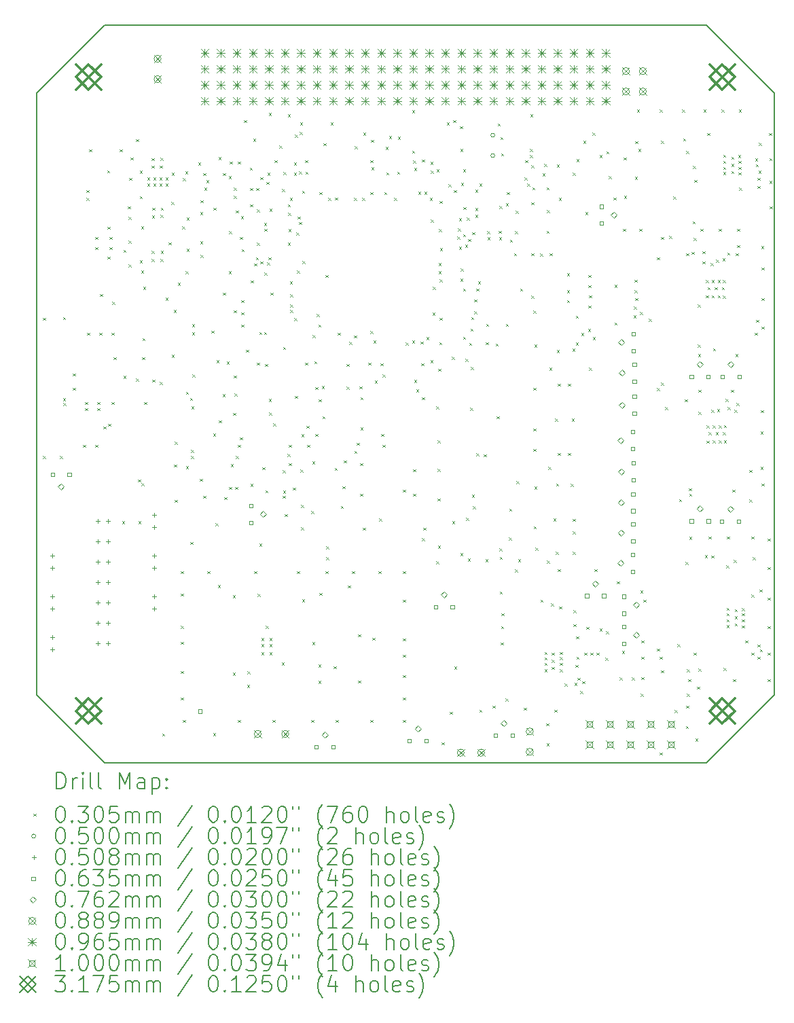
<source format=gbr>
%TF.GenerationSoftware,KiCad,Pcbnew,7.0.7-7.0.7~ubuntu22.04.1*%
%TF.CreationDate,2023-10-03T20:27:36-05:00*%
%TF.ProjectId,PacSat_Dev_RecC_230926,50616353-6174-45f4-9465-765f52656343,0*%
%TF.SameCoordinates,Original*%
%TF.FileFunction,Drillmap*%
%TF.FilePolarity,Positive*%
%FSLAX45Y45*%
G04 Gerber Fmt 4.5, Leading zero omitted, Abs format (unit mm)*
G04 Created by KiCad (PCBNEW 7.0.7-7.0.7~ubuntu22.04.1) date 2023-10-03 20:27:36*
%MOMM*%
%LPD*%
G01*
G04 APERTURE LIST*
%ADD10C,0.150000*%
%ADD11C,0.200000*%
%ADD12C,0.030480*%
%ADD13C,0.050000*%
%ADD14C,0.050800*%
%ADD15C,0.063500*%
%ADD16C,0.076200*%
%ADD17C,0.088900*%
%ADD18C,0.096520*%
%ADD19C,0.100000*%
%ADD20C,0.317500*%
G04 APERTURE END LIST*
D10*
X15000000Y-6650000D02*
X15850000Y-5800000D01*
X15850000Y-15000000D02*
X15000000Y-14150000D01*
X15850000Y-15000000D02*
X23350000Y-15000000D01*
X23350000Y-15000000D02*
X24200000Y-14150000D01*
X24200000Y-14150000D02*
X24200000Y-6650000D01*
X15000000Y-6650000D02*
X15000000Y-14150000D01*
X24200000Y-6650000D02*
X23350000Y-5800000D01*
X15850000Y-5800000D02*
X23350000Y-5800000D01*
D11*
D12*
X15082520Y-9448800D02*
X15113000Y-9479280D01*
X15113000Y-9448800D02*
X15082520Y-9479280D01*
X15082520Y-11170920D02*
X15113000Y-11201400D01*
X15113000Y-11170920D02*
X15082520Y-11201400D01*
X15293340Y-11170920D02*
X15323820Y-11201400D01*
X15323820Y-11170920D02*
X15293340Y-11201400D01*
X15331282Y-9441180D02*
X15361762Y-9471660D01*
X15361762Y-9441180D02*
X15331282Y-9471660D01*
X15331282Y-10454760D02*
X15361762Y-10485240D01*
X15361762Y-10454760D02*
X15331282Y-10485240D01*
X15334760Y-10514760D02*
X15365240Y-10545240D01*
X15365240Y-10514760D02*
X15334760Y-10545240D01*
X15453360Y-10144760D02*
X15483840Y-10175240D01*
X15483840Y-10144760D02*
X15453360Y-10175240D01*
X15453360Y-10322560D02*
X15483840Y-10353040D01*
X15483840Y-10322560D02*
X15453360Y-10353040D01*
X15580360Y-11033760D02*
X15610840Y-11064240D01*
X15610840Y-11033760D02*
X15580360Y-11064240D01*
X15605760Y-10500360D02*
X15636240Y-10530840D01*
X15636240Y-10500360D02*
X15605760Y-10530840D01*
X15605760Y-10576560D02*
X15636240Y-10607040D01*
X15636240Y-10576560D02*
X15605760Y-10607040D01*
X15625689Y-7858954D02*
X15656169Y-7889434D01*
X15656169Y-7858954D02*
X15625689Y-7889434D01*
X15625689Y-7953308D02*
X15656169Y-7983788D01*
X15656169Y-7953308D02*
X15625689Y-7983788D01*
X15631160Y-9636760D02*
X15661640Y-9667240D01*
X15661640Y-9636760D02*
X15631160Y-9667240D01*
X15656560Y-7350760D02*
X15687040Y-7381240D01*
X15687040Y-7350760D02*
X15656560Y-7381240D01*
X15732760Y-8442960D02*
X15763240Y-8473440D01*
X15763240Y-8442960D02*
X15732760Y-8473440D01*
X15732760Y-8569960D02*
X15763240Y-8600440D01*
X15763240Y-8569960D02*
X15732760Y-8600440D01*
X15732760Y-11033760D02*
X15763240Y-11064240D01*
X15763240Y-11033760D02*
X15732760Y-11064240D01*
X15758160Y-10500360D02*
X15788640Y-10530840D01*
X15788640Y-10500360D02*
X15758160Y-10530840D01*
X15758160Y-10576560D02*
X15788640Y-10607040D01*
X15788640Y-10576560D02*
X15758160Y-10607040D01*
X15783560Y-9636760D02*
X15814040Y-9667240D01*
X15814040Y-9636760D02*
X15783560Y-9667240D01*
X15794760Y-9154760D02*
X15825240Y-9185240D01*
X15825240Y-9154760D02*
X15794760Y-9185240D01*
X15834360Y-10805160D02*
X15864840Y-10835640D01*
X15864840Y-10805160D02*
X15834360Y-10835640D01*
X15882348Y-7613711D02*
X15912828Y-7644191D01*
X15912828Y-7613711D02*
X15882348Y-7644191D01*
X15885160Y-8689340D02*
X15915640Y-8719820D01*
X15915640Y-8689340D02*
X15885160Y-8719820D01*
X15887700Y-8315960D02*
X15918180Y-8346440D01*
X15918180Y-8315960D02*
X15887700Y-8346440D01*
X15892780Y-10772140D02*
X15923260Y-10802620D01*
X15923260Y-10772140D02*
X15892780Y-10802620D01*
X15910560Y-8442960D02*
X15941040Y-8473440D01*
X15941040Y-8442960D02*
X15910560Y-8473440D01*
X15910560Y-8569960D02*
X15941040Y-8600440D01*
X15941040Y-8569960D02*
X15910560Y-8600440D01*
X15935960Y-9636760D02*
X15966440Y-9667240D01*
X15966440Y-9636760D02*
X15935960Y-9667240D01*
X15935960Y-10500360D02*
X15966440Y-10530840D01*
X15966440Y-10500360D02*
X15935960Y-10530840D01*
X15944760Y-9251050D02*
X15975240Y-9281530D01*
X15975240Y-9251050D02*
X15944760Y-9281530D01*
X15961360Y-9941560D02*
X15991840Y-9972040D01*
X15991840Y-9941560D02*
X15961360Y-9972040D01*
X16037560Y-7350760D02*
X16068040Y-7381240D01*
X16068040Y-7350760D02*
X16037560Y-7381240D01*
X16068040Y-11983720D02*
X16098520Y-12014200D01*
X16098520Y-11983720D02*
X16068040Y-12014200D01*
X16085820Y-8602980D02*
X16116300Y-8633460D01*
X16116300Y-8602980D02*
X16085820Y-8633460D01*
X16085820Y-10172700D02*
X16116300Y-10203180D01*
X16116300Y-10172700D02*
X16085820Y-10203180D01*
X16139160Y-8061960D02*
X16169640Y-8092440D01*
X16169640Y-8061960D02*
X16139160Y-8092440D01*
X16146780Y-8488680D02*
X16177260Y-8519160D01*
X16177260Y-8488680D02*
X16146780Y-8519160D01*
X16149320Y-8194040D02*
X16179800Y-8224520D01*
X16179800Y-8194040D02*
X16149320Y-8224520D01*
X16149320Y-8785860D02*
X16179800Y-8816340D01*
X16179800Y-8785860D02*
X16149320Y-8816340D01*
X16157340Y-7705960D02*
X16187820Y-7736440D01*
X16187820Y-7705960D02*
X16157340Y-7736440D01*
X16172180Y-7452360D02*
X16202660Y-7482840D01*
X16202660Y-7452360D02*
X16172180Y-7482840D01*
X16240760Y-7223760D02*
X16271240Y-7254240D01*
X16271240Y-7223760D02*
X16240760Y-7254240D01*
X16240760Y-10208260D02*
X16271240Y-10238740D01*
X16271240Y-10208260D02*
X16240760Y-10238740D01*
X16264760Y-11464760D02*
X16295240Y-11495240D01*
X16295240Y-11464760D02*
X16264760Y-11495240D01*
X16271240Y-11986260D02*
X16301720Y-12016740D01*
X16301720Y-11986260D02*
X16271240Y-12016740D01*
X16288970Y-7934960D02*
X16319450Y-7965440D01*
X16319450Y-7934960D02*
X16288970Y-7965440D01*
X16288970Y-8732520D02*
X16319450Y-8763000D01*
X16319450Y-8732520D02*
X16288970Y-8763000D01*
X16289020Y-7614920D02*
X16319500Y-7645400D01*
X16319500Y-7614920D02*
X16289020Y-7645400D01*
X16304260Y-8862060D02*
X16334740Y-8892540D01*
X16334740Y-8862060D02*
X16304260Y-8892540D01*
X16306800Y-8310880D02*
X16337280Y-8341360D01*
X16337280Y-8310880D02*
X16306800Y-8341360D01*
X16311880Y-11511280D02*
X16342360Y-11541760D01*
X16342360Y-11511280D02*
X16311880Y-11541760D01*
X16316960Y-9941560D02*
X16347440Y-9972040D01*
X16347440Y-9941560D02*
X16316960Y-9972040D01*
X16321770Y-9703644D02*
X16352250Y-9734124D01*
X16352250Y-9703644D02*
X16321770Y-9734124D01*
X16332200Y-9062720D02*
X16362680Y-9093200D01*
X16362680Y-9062720D02*
X16332200Y-9093200D01*
X16342360Y-10500360D02*
X16372840Y-10530840D01*
X16372840Y-10500360D02*
X16342360Y-10530840D01*
X16383000Y-7703820D02*
X16413480Y-7734300D01*
X16413480Y-7703820D02*
X16383000Y-7734300D01*
X16383000Y-7780020D02*
X16413480Y-7810500D01*
X16413480Y-7780020D02*
X16383000Y-7810500D01*
X16436340Y-7553960D02*
X16466820Y-7584440D01*
X16466820Y-7553960D02*
X16436340Y-7584440D01*
X16436340Y-8618220D02*
X16466820Y-8648700D01*
X16466820Y-8618220D02*
X16436340Y-8648700D01*
X16436340Y-8717280D02*
X16466820Y-8747760D01*
X16466820Y-8717280D02*
X16436340Y-8747760D01*
X16438880Y-7459980D02*
X16469360Y-7490460D01*
X16469360Y-7459980D02*
X16438880Y-7490460D01*
X16441420Y-8173720D02*
X16471900Y-8204200D01*
X16471900Y-8173720D02*
X16441420Y-8204200D01*
X16443960Y-8079740D02*
X16474440Y-8110220D01*
X16474440Y-8079740D02*
X16443960Y-8110220D01*
X16443960Y-10220960D02*
X16474440Y-10251440D01*
X16474440Y-10220960D02*
X16443960Y-10251440D01*
X16459200Y-7703820D02*
X16489680Y-7734300D01*
X16489680Y-7703820D02*
X16459200Y-7734300D01*
X16459200Y-7780020D02*
X16489680Y-7810500D01*
X16489680Y-7780020D02*
X16459200Y-7810500D01*
X16535400Y-7703820D02*
X16565880Y-7734300D01*
X16565880Y-7703820D02*
X16535400Y-7734300D01*
X16535400Y-7780020D02*
X16565880Y-7810500D01*
X16565880Y-7780020D02*
X16535400Y-7810500D01*
X16537940Y-10251440D02*
X16568420Y-10281920D01*
X16568420Y-10251440D02*
X16537940Y-10281920D01*
X16540480Y-7553960D02*
X16570960Y-7584440D01*
X16570960Y-7553960D02*
X16540480Y-7584440D01*
X16545560Y-7457440D02*
X16576040Y-7487920D01*
X16576040Y-7457440D02*
X16545560Y-7487920D01*
X16545560Y-8166100D02*
X16576040Y-8196580D01*
X16576040Y-8166100D02*
X16545560Y-8196580D01*
X16548100Y-8719820D02*
X16578580Y-8750300D01*
X16578580Y-8719820D02*
X16548100Y-8750300D01*
X16550640Y-8077200D02*
X16581120Y-8107680D01*
X16581120Y-8077200D02*
X16550640Y-8107680D01*
X16550640Y-8618220D02*
X16581120Y-8648700D01*
X16581120Y-8618220D02*
X16550640Y-8648700D01*
X16568420Y-14630400D02*
X16598900Y-14660880D01*
X16598900Y-14630400D02*
X16568420Y-14660880D01*
X16611600Y-7703820D02*
X16642080Y-7734300D01*
X16642080Y-7703820D02*
X16611600Y-7734300D01*
X16611600Y-7780020D02*
X16642080Y-7810500D01*
X16642080Y-7780020D02*
X16611600Y-7810500D01*
X16611600Y-9202420D02*
X16642080Y-9232900D01*
X16642080Y-9202420D02*
X16611600Y-9232900D01*
X16647160Y-8509000D02*
X16677640Y-8539480D01*
X16677640Y-8509000D02*
X16647160Y-8539480D01*
X16680180Y-8008620D02*
X16710660Y-8039100D01*
X16710660Y-8008620D02*
X16680180Y-8039100D01*
X16685260Y-7640320D02*
X16715740Y-7670800D01*
X16715740Y-7640320D02*
X16685260Y-7670800D01*
X16687800Y-9913620D02*
X16718280Y-9944100D01*
X16718280Y-9913620D02*
X16687800Y-9944100D01*
X16710710Y-9351760D02*
X16741190Y-9382240D01*
X16741190Y-9351760D02*
X16710710Y-9382240D01*
X16718280Y-11277600D02*
X16748760Y-11308080D01*
X16748760Y-11277600D02*
X16718280Y-11308080D01*
X16723360Y-10996160D02*
X16753840Y-11026640D01*
X16753840Y-10996160D02*
X16723360Y-11026640D01*
X16723360Y-11720060D02*
X16753840Y-11750540D01*
X16753840Y-11720060D02*
X16723360Y-11750540D01*
X16761460Y-9014460D02*
X16791940Y-9044940D01*
X16791940Y-9014460D02*
X16761460Y-9044940D01*
X16799560Y-12608560D02*
X16830040Y-12639040D01*
X16830040Y-12608560D02*
X16799560Y-12639040D01*
X16799560Y-12887960D02*
X16830040Y-12918440D01*
X16830040Y-12887960D02*
X16799560Y-12918440D01*
X16799560Y-13291820D02*
X16830040Y-13322300D01*
X16830040Y-13291820D02*
X16799560Y-13322300D01*
X16799560Y-13487633D02*
X16830040Y-13518113D01*
X16830040Y-13487633D02*
X16799560Y-13518113D01*
X16799560Y-13853160D02*
X16830040Y-13883640D01*
X16830040Y-13853160D02*
X16799560Y-13883640D01*
X16799560Y-14183360D02*
X16830040Y-14213840D01*
X16830040Y-14183360D02*
X16799560Y-14213840D01*
X16819880Y-8313420D02*
X16850360Y-8343900D01*
X16850360Y-8313420D02*
X16819880Y-8343900D01*
X16824960Y-7711440D02*
X16855440Y-7741920D01*
X16855440Y-7711440D02*
X16824960Y-7741920D01*
X16824960Y-14462760D02*
X16855440Y-14493240D01*
X16855440Y-14462760D02*
X16824960Y-14493240D01*
X16855440Y-7627620D02*
X16885920Y-7658100D01*
X16885920Y-7627620D02*
X16855440Y-7658100D01*
X16860520Y-8872220D02*
X16891000Y-8902700D01*
X16891000Y-8872220D02*
X16860520Y-8902700D01*
X16865442Y-10373049D02*
X16895922Y-10403529D01*
X16895922Y-10373049D02*
X16865442Y-10403529D01*
X16865600Y-11297920D02*
X16896080Y-11328400D01*
X16896080Y-11297920D02*
X16865600Y-11328400D01*
X16873220Y-8199120D02*
X16903700Y-8229600D01*
X16903700Y-8199120D02*
X16873220Y-8229600D01*
X16873220Y-8592820D02*
X16903700Y-8623300D01*
X16903700Y-8592820D02*
X16873220Y-8623300D01*
X16913860Y-10450060D02*
X16944340Y-10480540D01*
X16944340Y-10450060D02*
X16913860Y-10480540D01*
X16921480Y-12245340D02*
X16951960Y-12275820D01*
X16951960Y-12245340D02*
X16921480Y-12275820D01*
X16926560Y-11097760D02*
X16957040Y-11128240D01*
X16957040Y-11097760D02*
X16926560Y-11128240D01*
X16926560Y-11173960D02*
X16957040Y-11204440D01*
X16957040Y-11173960D02*
X16926560Y-11204440D01*
X16931260Y-10554080D02*
X16961740Y-10584560D01*
X16961740Y-10554080D02*
X16931260Y-10584560D01*
X16941800Y-9532620D02*
X16972280Y-9563100D01*
X16972280Y-9532620D02*
X16941800Y-9563100D01*
X16941800Y-9634220D02*
X16972280Y-9664700D01*
X16972280Y-9634220D02*
X16941800Y-9664700D01*
X16946880Y-10154920D02*
X16977360Y-10185400D01*
X16977360Y-10154920D02*
X16946880Y-10185400D01*
X17015460Y-7515288D02*
X17045940Y-7545768D01*
X17045940Y-7515288D02*
X17015460Y-7545768D01*
X17035780Y-11457940D02*
X17066260Y-11488420D01*
X17066260Y-11457940D02*
X17035780Y-11488420D01*
X17043400Y-8135620D02*
X17073880Y-8166100D01*
X17073880Y-8135620D02*
X17043400Y-8166100D01*
X17043400Y-8498840D02*
X17073880Y-8529320D01*
X17073880Y-8498840D02*
X17043400Y-8529320D01*
X17045940Y-7985710D02*
X17076420Y-8016190D01*
X17076420Y-7985710D02*
X17045940Y-8016190D01*
X17048480Y-8669020D02*
X17078960Y-8699500D01*
X17078960Y-8669020D02*
X17048480Y-8699500D01*
X17078960Y-7645400D02*
X17109440Y-7675880D01*
X17109440Y-7645400D02*
X17078960Y-7675880D01*
X17078960Y-11668760D02*
X17109440Y-11699240D01*
X17109440Y-11668760D02*
X17078960Y-11699240D01*
X17091660Y-7830820D02*
X17122140Y-7861300D01*
X17122140Y-7830820D02*
X17091660Y-7861300D01*
X17117060Y-7734300D02*
X17147540Y-7764780D01*
X17147540Y-7734300D02*
X17117060Y-7764780D01*
X17129760Y-12608560D02*
X17160240Y-12639040D01*
X17160240Y-12608560D02*
X17129760Y-12639040D01*
X17180560Y-9611360D02*
X17211040Y-9641840D01*
X17211040Y-9611360D02*
X17180560Y-9641840D01*
X17203420Y-10891520D02*
X17233900Y-10922000D01*
X17233900Y-10891520D02*
X17203420Y-10922000D01*
X17203420Y-14625320D02*
X17233900Y-14655800D01*
X17233900Y-14625320D02*
X17203420Y-14655800D01*
X17208500Y-8077200D02*
X17238980Y-8107680D01*
X17238980Y-8077200D02*
X17208500Y-8107680D01*
X17231360Y-12011660D02*
X17261840Y-12042140D01*
X17261840Y-12011660D02*
X17231360Y-12042140D01*
X17246600Y-9977120D02*
X17277080Y-10007600D01*
X17277080Y-9977120D02*
X17246600Y-10007600D01*
X17261840Y-12781280D02*
X17292320Y-12811760D01*
X17292320Y-12781280D02*
X17261840Y-12811760D01*
X17272000Y-7449820D02*
X17302480Y-7480300D01*
X17302480Y-7449820D02*
X17272000Y-7480300D01*
X17277080Y-10728960D02*
X17307560Y-10759440D01*
X17307560Y-10728960D02*
X17277080Y-10759440D01*
X17322800Y-10403840D02*
X17353280Y-10434320D01*
X17353280Y-10403840D02*
X17322800Y-10434320D01*
X17327880Y-7645400D02*
X17358360Y-7675880D01*
X17358360Y-7645400D02*
X17327880Y-7675880D01*
X17327880Y-9136380D02*
X17358360Y-9166860D01*
X17358360Y-9136380D02*
X17327880Y-9166860D01*
X17340580Y-11684000D02*
X17371060Y-11714480D01*
X17371060Y-11684000D02*
X17340580Y-11714480D01*
X17371060Y-9997440D02*
X17401540Y-10027920D01*
X17401540Y-9997440D02*
X17371060Y-10027920D01*
X17399000Y-7683500D02*
X17429480Y-7713980D01*
X17429480Y-7683500D02*
X17399000Y-7713980D01*
X17399000Y-8872220D02*
X17429480Y-8902700D01*
X17429480Y-8872220D02*
X17399000Y-8902700D01*
X17404080Y-8369300D02*
X17434560Y-8399780D01*
X17434560Y-8369300D02*
X17404080Y-8399780D01*
X17404080Y-11557000D02*
X17434560Y-11587480D01*
X17434560Y-11557000D02*
X17404080Y-11587480D01*
X17409160Y-7503160D02*
X17439640Y-7533640D01*
X17439640Y-7503160D02*
X17409160Y-7533640D01*
X17421860Y-11275560D02*
X17452340Y-11306040D01*
X17452340Y-11275560D02*
X17421860Y-11306040D01*
X17449800Y-12910820D02*
X17480280Y-12941300D01*
X17480280Y-12910820D02*
X17449800Y-12941300D01*
X17449800Y-13876020D02*
X17480280Y-13906500D01*
X17480280Y-13876020D02*
X17449800Y-13906500D01*
X17452796Y-10635845D02*
X17483276Y-10666325D01*
X17483276Y-10635845D02*
X17452796Y-10666325D01*
X17459960Y-7830820D02*
X17490440Y-7861300D01*
X17490440Y-7830820D02*
X17459960Y-7861300D01*
X17459960Y-7932420D02*
X17490440Y-7962900D01*
X17490440Y-7932420D02*
X17459960Y-7962900D01*
X17459960Y-9357360D02*
X17490440Y-9387840D01*
X17490440Y-9357360D02*
X17459960Y-9387840D01*
X17459960Y-10170160D02*
X17490440Y-10200640D01*
X17490440Y-10170160D02*
X17459960Y-10200640D01*
X17471710Y-10392660D02*
X17502190Y-10423140D01*
X17502190Y-10392660D02*
X17471710Y-10423140D01*
X17480280Y-11557000D02*
X17510760Y-11587480D01*
X17510760Y-11557000D02*
X17480280Y-11587480D01*
X17485360Y-8112760D02*
X17515840Y-8143240D01*
X17515840Y-8112760D02*
X17485360Y-8143240D01*
X17487900Y-11170920D02*
X17518380Y-11201400D01*
X17518380Y-11170920D02*
X17487900Y-11201400D01*
X17510760Y-7503160D02*
X17541240Y-7533640D01*
X17541240Y-7503160D02*
X17510760Y-7533640D01*
X17510760Y-11033760D02*
X17541240Y-11064240D01*
X17541240Y-11033760D02*
X17510760Y-11064240D01*
X17510760Y-14462760D02*
X17541240Y-14493240D01*
X17541240Y-14462760D02*
X17510760Y-14493240D01*
X17536160Y-8442960D02*
X17566640Y-8473440D01*
X17566640Y-8442960D02*
X17536160Y-8473440D01*
X17536398Y-10939730D02*
X17566878Y-10970210D01*
X17566878Y-10939730D02*
X17536398Y-10970210D01*
X17548860Y-8186420D02*
X17579340Y-8216900D01*
X17579340Y-8186420D02*
X17548860Y-8216900D01*
X17553940Y-9230360D02*
X17584420Y-9260840D01*
X17584420Y-9230360D02*
X17553940Y-9260840D01*
X17553940Y-9535160D02*
X17584420Y-9565640D01*
X17584420Y-9535160D02*
X17553940Y-9565640D01*
X17556480Y-9382760D02*
X17586960Y-9413240D01*
X17586960Y-9382760D02*
X17556480Y-9413240D01*
X17559070Y-8595360D02*
X17589550Y-8625840D01*
X17589550Y-8595360D02*
X17559070Y-8625840D01*
X17586960Y-6985000D02*
X17617440Y-7015480D01*
X17617440Y-6985000D02*
X17586960Y-7015480D01*
X17611410Y-9846560D02*
X17641890Y-9877040D01*
X17641890Y-9846560D02*
X17611410Y-9877040D01*
X17627600Y-14028420D02*
X17658080Y-14058900D01*
X17658080Y-14028420D02*
X17627600Y-14058900D01*
X17632900Y-13855920D02*
X17663380Y-13886400D01*
X17663380Y-13855920D02*
X17632900Y-13886400D01*
X17660620Y-7579360D02*
X17691100Y-7609840D01*
X17691100Y-7579360D02*
X17660620Y-7609840D01*
X17663160Y-7833360D02*
X17693640Y-7863840D01*
X17693640Y-7833360D02*
X17663160Y-7863840D01*
X17663160Y-8036560D02*
X17693640Y-8067040D01*
X17693640Y-8036560D02*
X17663160Y-8067040D01*
X17666865Y-11519939D02*
X17697345Y-11550419D01*
X17697345Y-11519939D02*
X17666865Y-11550419D01*
X17670780Y-8983980D02*
X17701260Y-9014460D01*
X17701260Y-8983980D02*
X17670780Y-9014460D01*
X17703800Y-7221220D02*
X17734280Y-7251700D01*
X17734280Y-7221220D02*
X17703800Y-7251700D01*
X17713960Y-8773160D02*
X17744440Y-8803640D01*
X17744440Y-8773160D02*
X17713960Y-8803640D01*
X17713960Y-12608560D02*
X17744440Y-12639040D01*
X17744440Y-12608560D02*
X17713960Y-12639040D01*
X17736562Y-8694772D02*
X17767042Y-8725252D01*
X17767042Y-8694772D02*
X17736562Y-8725252D01*
X17739360Y-7833360D02*
X17769840Y-7863840D01*
X17769840Y-7833360D02*
X17739360Y-7863840D01*
X17746980Y-8100060D02*
X17777460Y-8130540D01*
X17777460Y-8100060D02*
X17746980Y-8130540D01*
X17749520Y-8514080D02*
X17780000Y-8544560D01*
X17780000Y-8514080D02*
X17749520Y-8544560D01*
X17749520Y-10007600D02*
X17780000Y-10038080D01*
X17780000Y-10007600D02*
X17749520Y-10038080D01*
X17759900Y-12890720D02*
X17790380Y-12921200D01*
X17790380Y-12890720D02*
X17759900Y-12921200D01*
X17777460Y-12265660D02*
X17807940Y-12296140D01*
X17807940Y-12265660D02*
X17777460Y-12296140D01*
X17780000Y-9626600D02*
X17810480Y-9657080D01*
X17810480Y-9626600D02*
X17780000Y-9657080D01*
X17790160Y-8747760D02*
X17820640Y-8778240D01*
X17820640Y-8747760D02*
X17790160Y-8778240D01*
X17792700Y-7696200D02*
X17823180Y-7726680D01*
X17823180Y-7696200D02*
X17792700Y-7726680D01*
X17805400Y-13444220D02*
X17835880Y-13474700D01*
X17835880Y-13444220D02*
X17805400Y-13474700D01*
X17805400Y-13520420D02*
X17835880Y-13550900D01*
X17835880Y-13520420D02*
X17805400Y-13550900D01*
X17805400Y-13622020D02*
X17835880Y-13652500D01*
X17835880Y-13622020D02*
X17805400Y-13652500D01*
X17815560Y-11313160D02*
X17846040Y-11343640D01*
X17846040Y-11313160D02*
X17815560Y-11343640D01*
X17838310Y-9626490D02*
X17868790Y-9656970D01*
X17868790Y-9626490D02*
X17838310Y-9656970D01*
X17838420Y-8270240D02*
X17868900Y-8300720D01*
X17868900Y-8270240D02*
X17838420Y-8300720D01*
X17840960Y-8341360D02*
X17871440Y-8371840D01*
X17871440Y-8341360D02*
X17840960Y-8371840D01*
X17843390Y-8887460D02*
X17873870Y-8917940D01*
X17873870Y-8887460D02*
X17843390Y-8917940D01*
X17852710Y-10024360D02*
X17883190Y-10054840D01*
X17883190Y-10024360D02*
X17852710Y-10054840D01*
X17856200Y-11600180D02*
X17886680Y-11630660D01*
X17886680Y-11600180D02*
X17856200Y-11630660D01*
X17858600Y-13290520D02*
X17889080Y-13321000D01*
X17889080Y-13290520D02*
X17858600Y-13321000D01*
X17866360Y-7757160D02*
X17896840Y-7787640D01*
X17896840Y-7757160D02*
X17866360Y-7787640D01*
X17878301Y-8761563D02*
X17908781Y-8792043D01*
X17908781Y-8761563D02*
X17878301Y-8792043D01*
X17881600Y-7642860D02*
X17912080Y-7673340D01*
X17912080Y-7642860D02*
X17881600Y-7673340D01*
X17891760Y-8696960D02*
X17922240Y-8727440D01*
X17922240Y-8696960D02*
X17891760Y-8727440D01*
X17896840Y-6898640D02*
X17927320Y-6929120D01*
X17927320Y-6898640D02*
X17896840Y-6929120D01*
X17896840Y-10462260D02*
X17927320Y-10492740D01*
X17927320Y-10462260D02*
X17896840Y-10492740D01*
X17901920Y-10632440D02*
X17932400Y-10662920D01*
X17932400Y-10632440D02*
X17901920Y-10662920D01*
X17904460Y-8089900D02*
X17934940Y-8120380D01*
X17934940Y-8089900D02*
X17904460Y-8120380D01*
X17907000Y-13444220D02*
X17937480Y-13474700D01*
X17937480Y-13444220D02*
X17907000Y-13474700D01*
X17907000Y-13520420D02*
X17937480Y-13550900D01*
X17937480Y-13520420D02*
X17907000Y-13550900D01*
X17907000Y-13622020D02*
X17937480Y-13652500D01*
X17937480Y-13622020D02*
X17907000Y-13652500D01*
X17919700Y-9136380D02*
X17950180Y-9166860D01*
X17950180Y-9136380D02*
X17919700Y-9166860D01*
X17942560Y-14462760D02*
X17973040Y-14493240D01*
X17973040Y-14462760D02*
X17942560Y-14493240D01*
X17952720Y-10767060D02*
X17983200Y-10797540D01*
X17983200Y-10767060D02*
X17952720Y-10797540D01*
X17970500Y-7485380D02*
X18000980Y-7515860D01*
X18000980Y-7485380D02*
X17970500Y-7515860D01*
X18028920Y-7305040D02*
X18059400Y-7335520D01*
X18059400Y-7305040D02*
X18028920Y-7335520D01*
X18059400Y-13749020D02*
X18089880Y-13779500D01*
X18089880Y-13749020D02*
X18059400Y-13779500D01*
X18064480Y-7843520D02*
X18094960Y-7874000D01*
X18094960Y-7843520D02*
X18064480Y-7874000D01*
X18069560Y-11351260D02*
X18100040Y-11381740D01*
X18100040Y-11351260D02*
X18069560Y-11381740D01*
X18069560Y-11668760D02*
X18100040Y-11699240D01*
X18100040Y-11668760D02*
X18069560Y-11699240D01*
X18074760Y-9814760D02*
X18105240Y-9845240D01*
X18105240Y-9814760D02*
X18074760Y-9845240D01*
X18076050Y-11605260D02*
X18106530Y-11635740D01*
X18106530Y-11605260D02*
X18076050Y-11635740D01*
X18077180Y-7632700D02*
X18107660Y-7663180D01*
X18107660Y-7632700D02*
X18077180Y-7663180D01*
X18094960Y-11897360D02*
X18125440Y-11927840D01*
X18125440Y-11897360D02*
X18094960Y-11927840D01*
X18130520Y-11145520D02*
X18161000Y-11176000D01*
X18161000Y-11145520D02*
X18130520Y-11176000D01*
X18133060Y-8516620D02*
X18163540Y-8547100D01*
X18163540Y-8516620D02*
X18133060Y-8547100D01*
X18135600Y-6916420D02*
X18166080Y-6946900D01*
X18166080Y-6916420D02*
X18135600Y-6946900D01*
X18135622Y-8034373D02*
X18166102Y-8064853D01*
X18166102Y-8034373D02*
X18135622Y-8064853D01*
X18138140Y-8140700D02*
X18168620Y-8171180D01*
X18168620Y-8140700D02*
X18138140Y-8171180D01*
X18143220Y-8343900D02*
X18173700Y-8374380D01*
X18173700Y-8343900D02*
X18143220Y-8374380D01*
X18145760Y-11033760D02*
X18176240Y-11064240D01*
X18176240Y-11033760D02*
X18145760Y-11064240D01*
X18145760Y-11262360D02*
X18176240Y-11292840D01*
X18176240Y-11262360D02*
X18145760Y-11292840D01*
X18161000Y-7957820D02*
X18191480Y-7988300D01*
X18191480Y-7957820D02*
X18161000Y-7988300D01*
X18161000Y-8999220D02*
X18191480Y-9029700D01*
X18191480Y-8999220D02*
X18161000Y-9029700D01*
X18164760Y-9157760D02*
X18195240Y-9188240D01*
X18195240Y-9157760D02*
X18164760Y-9188240D01*
X18164760Y-9284760D02*
X18195240Y-9315240D01*
X18195240Y-9284760D02*
X18164760Y-9315240D01*
X18164760Y-9354760D02*
X18195240Y-9385240D01*
X18195240Y-9354760D02*
X18164760Y-9385240D01*
X18196560Y-11567160D02*
X18227040Y-11597640D01*
X18227040Y-11567160D02*
X18196560Y-11597640D01*
X18209210Y-7515810D02*
X18239690Y-7546290D01*
X18239690Y-7515810D02*
X18209210Y-7546290D01*
X18210490Y-7641588D02*
X18240970Y-7672068D01*
X18240970Y-7641588D02*
X18210490Y-7672068D01*
X18216880Y-9456420D02*
X18247360Y-9486900D01*
X18247360Y-9456420D02*
X18216880Y-9486900D01*
X18221397Y-7170637D02*
X18251877Y-7201117D01*
X18251877Y-7170637D02*
X18221397Y-7201117D01*
X18221960Y-10424160D02*
X18252440Y-10454640D01*
X18252440Y-10424160D02*
X18221960Y-10454640D01*
X18242280Y-8387080D02*
X18272760Y-8417560D01*
X18272760Y-8387080D02*
X18242280Y-8417560D01*
X18247360Y-12608560D02*
X18277840Y-12639040D01*
X18277840Y-12608560D02*
X18247360Y-12639040D01*
X18249900Y-8862060D02*
X18280380Y-8892540D01*
X18280380Y-8862060D02*
X18249900Y-8892540D01*
X18257520Y-8188960D02*
X18288000Y-8219440D01*
X18288000Y-8188960D02*
X18257520Y-8219440D01*
X18272760Y-8255000D02*
X18303240Y-8285480D01*
X18303240Y-8255000D02*
X18272760Y-8285480D01*
X18274394Y-7625128D02*
X18304874Y-7655608D01*
X18304874Y-7625128D02*
X18274394Y-7655608D01*
X18284760Y-7134760D02*
X18315240Y-7165240D01*
X18315240Y-7134760D02*
X18284760Y-7165240D01*
X18288000Y-7018020D02*
X18318480Y-7048500D01*
X18318480Y-7018020D02*
X18288000Y-7048500D01*
X18293080Y-11343640D02*
X18323560Y-11374120D01*
X18323560Y-11343640D02*
X18293080Y-11374120D01*
X18298160Y-11783060D02*
X18328640Y-11813540D01*
X18328640Y-11783060D02*
X18298160Y-11813540D01*
X18298160Y-12059920D02*
X18328640Y-12090400D01*
X18328640Y-12059920D02*
X18298160Y-12090400D01*
X18303240Y-10903048D02*
X18333720Y-10933528D01*
X18333720Y-10903048D02*
X18303240Y-10933528D01*
X18310860Y-7866380D02*
X18341340Y-7896860D01*
X18341340Y-7866380D02*
X18310860Y-7896860D01*
X18313400Y-12961620D02*
X18343880Y-12992100D01*
X18343880Y-12961620D02*
X18313400Y-12992100D01*
X18315940Y-8745170D02*
X18346420Y-8775650D01*
X18346420Y-8745170D02*
X18315940Y-8775650D01*
X18348699Y-7485330D02*
X18379179Y-7515810D01*
X18379179Y-7485330D02*
X18348699Y-7515810D01*
X18351500Y-10010140D02*
X18381980Y-10040620D01*
X18381980Y-10010140D02*
X18351500Y-10040620D01*
X18352811Y-7628417D02*
X18383291Y-7658897D01*
X18383291Y-7628417D02*
X18352811Y-7658897D01*
X18369280Y-10797540D02*
X18399760Y-10828020D01*
X18399760Y-10797540D02*
X18369280Y-10828020D01*
X18374360Y-11033760D02*
X18404840Y-11064240D01*
X18404840Y-11033760D02*
X18374360Y-11064240D01*
X18425160Y-14462760D02*
X18455640Y-14493240D01*
X18455640Y-14462760D02*
X18425160Y-14493240D01*
X18427700Y-11859260D02*
X18458180Y-11889740D01*
X18458180Y-11859260D02*
X18427700Y-11889740D01*
X18440400Y-11242040D02*
X18470880Y-11272520D01*
X18470880Y-11242040D02*
X18440400Y-11272520D01*
X18440400Y-13495020D02*
X18470880Y-13525500D01*
X18470880Y-13495020D02*
X18440400Y-13525500D01*
X18444760Y-9664760D02*
X18475240Y-9695240D01*
X18475240Y-9664760D02*
X18444760Y-9695240D01*
X18463260Y-9992360D02*
X18493740Y-10022840D01*
X18493740Y-9992360D02*
X18463260Y-10022840D01*
X18475960Y-10312400D02*
X18506440Y-10342880D01*
X18506440Y-10312400D02*
X18475960Y-10342880D01*
X18475960Y-10899140D02*
X18506440Y-10929620D01*
X18506440Y-10899140D02*
X18475960Y-10929620D01*
X18494760Y-9404760D02*
X18525240Y-9435240D01*
X18525240Y-9404760D02*
X18494760Y-9435240D01*
X18514760Y-9534760D02*
X18545240Y-9565240D01*
X18545240Y-9534760D02*
X18514760Y-9565240D01*
X18516600Y-13774420D02*
X18547080Y-13804900D01*
X18547080Y-13774420D02*
X18516600Y-13804900D01*
X18516600Y-13977620D02*
X18547080Y-14008100D01*
X18547080Y-13977620D02*
X18516600Y-14008100D01*
X18521680Y-10464800D02*
X18552160Y-10495280D01*
X18552160Y-10464800D02*
X18521680Y-10495280D01*
X18526760Y-7884160D02*
X18557240Y-7914640D01*
X18557240Y-7884160D02*
X18526760Y-7914640D01*
X18526760Y-12877800D02*
X18557240Y-12908280D01*
X18557240Y-12877800D02*
X18526760Y-12908280D01*
X18557240Y-10302190D02*
X18587720Y-10332670D01*
X18587720Y-10302190D02*
X18557240Y-10332670D01*
X18564860Y-10678160D02*
X18595340Y-10708640D01*
X18595340Y-10678160D02*
X18564860Y-10708640D01*
X18577560Y-7274560D02*
X18608040Y-7305040D01*
X18608040Y-7274560D02*
X18577560Y-7305040D01*
X18602960Y-12608560D02*
X18633440Y-12639040D01*
X18633440Y-12608560D02*
X18602960Y-12639040D01*
X18604760Y-8917540D02*
X18635240Y-8948020D01*
X18635240Y-8917540D02*
X18604760Y-8948020D01*
X18610746Y-12433691D02*
X18641226Y-12464171D01*
X18641226Y-12433691D02*
X18610746Y-12464171D01*
X18612710Y-12298680D02*
X18643190Y-12329160D01*
X18643190Y-12298680D02*
X18612710Y-12329160D01*
X18635980Y-7955280D02*
X18666460Y-7985760D01*
X18666460Y-7955280D02*
X18635980Y-7985760D01*
X18669000Y-7018020D02*
X18699480Y-7048500D01*
X18699480Y-7018020D02*
X18669000Y-7048500D01*
X18705810Y-13793560D02*
X18736290Y-13824040D01*
X18736290Y-13793560D02*
X18705810Y-13824040D01*
X18717310Y-11321960D02*
X18747790Y-11352440D01*
X18747790Y-11321960D02*
X18717310Y-11352440D01*
X18724880Y-7950200D02*
X18755360Y-7980680D01*
X18755360Y-7950200D02*
X18724880Y-7980680D01*
X18729960Y-14462760D02*
X18760440Y-14493240D01*
X18760440Y-14462760D02*
X18729960Y-14493240D01*
X18754760Y-9634760D02*
X18785240Y-9665240D01*
X18785240Y-9634760D02*
X18754760Y-9665240D01*
X18793460Y-11795760D02*
X18823940Y-11826240D01*
X18823940Y-11795760D02*
X18793460Y-11826240D01*
X18813780Y-11549380D02*
X18844260Y-11579860D01*
X18844260Y-11549380D02*
X18813780Y-11579860D01*
X18831610Y-11226800D02*
X18862090Y-11257280D01*
X18862090Y-11226800D02*
X18831610Y-11257280D01*
X18864580Y-10307320D02*
X18895060Y-10337800D01*
X18895060Y-10307320D02*
X18864580Y-10337800D01*
X18867120Y-10024410D02*
X18897600Y-10054890D01*
X18897600Y-10024410D02*
X18867120Y-10054890D01*
X18884760Y-12784760D02*
X18915240Y-12815240D01*
X18915240Y-12784760D02*
X18884760Y-12815240D01*
X18902680Y-9751060D02*
X18933160Y-9781540D01*
X18933160Y-9751060D02*
X18902680Y-9781540D01*
X18933160Y-12608560D02*
X18963640Y-12639040D01*
X18963640Y-12608560D02*
X18933160Y-12639040D01*
X18961100Y-7955280D02*
X18991580Y-7985760D01*
X18991580Y-7955280D02*
X18961100Y-7985760D01*
X18961100Y-9669780D02*
X18991580Y-9700260D01*
X18991580Y-9669780D02*
X18961100Y-9700260D01*
X18963640Y-11109960D02*
X18994120Y-11140440D01*
X18994120Y-11109960D02*
X18963640Y-11140440D01*
X18969710Y-7312816D02*
X19000190Y-7343296D01*
X19000190Y-7312816D02*
X18969710Y-7343296D01*
X18994120Y-11008360D02*
X19024600Y-11038840D01*
X19024600Y-11008360D02*
X18994120Y-11038840D01*
X19009360Y-13395960D02*
X19039840Y-13426440D01*
X19039840Y-13395960D02*
X19009360Y-13426440D01*
X19010610Y-13971360D02*
X19041090Y-14001840D01*
X19041090Y-13971360D02*
X19010610Y-14001840D01*
X19027140Y-10304780D02*
X19057620Y-10335260D01*
X19057620Y-10304780D02*
X19027140Y-10335260D01*
X19034760Y-11262360D02*
X19065240Y-11292840D01*
X19065240Y-11262360D02*
X19034760Y-11292840D01*
X19034760Y-11643360D02*
X19065240Y-11673840D01*
X19065240Y-11643360D02*
X19034760Y-11673840D01*
X19039840Y-10439400D02*
X19070320Y-10469880D01*
X19070320Y-10439400D02*
X19039840Y-10469880D01*
X19039840Y-10815320D02*
X19070320Y-10845800D01*
X19070320Y-10815320D02*
X19039840Y-10845800D01*
X19060560Y-7954880D02*
X19091040Y-7985360D01*
X19091040Y-7954880D02*
X19060560Y-7985360D01*
X19070320Y-12065000D02*
X19100800Y-12095480D01*
X19100800Y-12065000D02*
X19070320Y-12095480D01*
X19074760Y-7144970D02*
X19105240Y-7175450D01*
X19105240Y-7144970D02*
X19074760Y-7175450D01*
X19138900Y-10007600D02*
X19169380Y-10038080D01*
X19169380Y-10007600D02*
X19138900Y-10038080D01*
X19161710Y-7485330D02*
X19192190Y-7515810D01*
X19192190Y-7485330D02*
X19161710Y-7515810D01*
X19161760Y-7884160D02*
X19192240Y-7914640D01*
X19192240Y-7884160D02*
X19161760Y-7914640D01*
X19161760Y-14462760D02*
X19192240Y-14493240D01*
X19192240Y-14462760D02*
X19161760Y-14493240D01*
X19164760Y-9614760D02*
X19195240Y-9645240D01*
X19195240Y-9614760D02*
X19164760Y-9645240D01*
X19171920Y-7231380D02*
X19202400Y-7261860D01*
X19202400Y-7231380D02*
X19171920Y-7261860D01*
X19177050Y-7576870D02*
X19207530Y-7607350D01*
X19207530Y-7576870D02*
X19177050Y-7607350D01*
X19188410Y-13437960D02*
X19218890Y-13468440D01*
X19218890Y-13437960D02*
X19188410Y-13468440D01*
X19202400Y-9735820D02*
X19232880Y-9766300D01*
X19232880Y-9735820D02*
X19202400Y-9766300D01*
X19217640Y-10231120D02*
X19248120Y-10261600D01*
X19248120Y-10231120D02*
X19217640Y-10261600D01*
X19263360Y-12608560D02*
X19293840Y-12639040D01*
X19293840Y-12608560D02*
X19263360Y-12639040D01*
X19270980Y-11950700D02*
X19301460Y-11981180D01*
X19301460Y-11950700D02*
X19270980Y-11981180D01*
X19288760Y-10017760D02*
X19319240Y-10048240D01*
X19319240Y-10017760D02*
X19288760Y-10048240D01*
X19298920Y-10899140D02*
X19329400Y-10929620D01*
X19329400Y-10899140D02*
X19298920Y-10929620D01*
X19314160Y-10157460D02*
X19344640Y-10187940D01*
X19344640Y-10157460D02*
X19314160Y-10187940D01*
X19314160Y-11033760D02*
X19344640Y-11064240D01*
X19344640Y-11033760D02*
X19314160Y-11064240D01*
X19334760Y-7884760D02*
X19365240Y-7915240D01*
X19365240Y-7884760D02*
X19334760Y-7915240D01*
X19354800Y-7322820D02*
X19385280Y-7353300D01*
X19385280Y-7322820D02*
X19354800Y-7353300D01*
X19362420Y-7637780D02*
X19392900Y-7668260D01*
X19392900Y-7637780D02*
X19362420Y-7668260D01*
X19394760Y-7184760D02*
X19425240Y-7215240D01*
X19425240Y-7184760D02*
X19394760Y-7215240D01*
X19461480Y-7955280D02*
X19491960Y-7985760D01*
X19491960Y-7955280D02*
X19461480Y-7985760D01*
X19497040Y-7630160D02*
X19527520Y-7660640D01*
X19527520Y-7630160D02*
X19497040Y-7660640D01*
X19507200Y-7195820D02*
X19537680Y-7226300D01*
X19537680Y-7195820D02*
X19507200Y-7226300D01*
X19568160Y-11592560D02*
X19598640Y-11623040D01*
X19598640Y-11592560D02*
X19568160Y-11623040D01*
X19568160Y-12608560D02*
X19598640Y-12639040D01*
X19598640Y-12608560D02*
X19568160Y-12639040D01*
X19568160Y-12964160D02*
X19598640Y-12994640D01*
X19598640Y-12964160D02*
X19568160Y-12994640D01*
X19568160Y-13446760D02*
X19598640Y-13477240D01*
X19598640Y-13446760D02*
X19568160Y-13477240D01*
X19568160Y-13649960D02*
X19598640Y-13680440D01*
X19598640Y-13649960D02*
X19568160Y-13680440D01*
X19568160Y-13903960D02*
X19598640Y-13934440D01*
X19598640Y-13903960D02*
X19568160Y-13934440D01*
X19568160Y-14183360D02*
X19598640Y-14213840D01*
X19598640Y-14183360D02*
X19568160Y-14213840D01*
X19568160Y-14462760D02*
X19598640Y-14493240D01*
X19598640Y-14462760D02*
X19568160Y-14493240D01*
X19604730Y-9756690D02*
X19635210Y-9787170D01*
X19635210Y-9756690D02*
X19604730Y-9787170D01*
X19685000Y-6865620D02*
X19715480Y-6896100D01*
X19715480Y-6865620D02*
X19685000Y-6896100D01*
X19685000Y-7366000D02*
X19715480Y-7396480D01*
X19715480Y-7366000D02*
X19685000Y-7396480D01*
X19685000Y-9735820D02*
X19715480Y-9766300D01*
X19715480Y-9735820D02*
X19685000Y-9766300D01*
X19695160Y-7487407D02*
X19725640Y-7517887D01*
X19725640Y-7487407D02*
X19695160Y-7517887D01*
X19695160Y-11338560D02*
X19725640Y-11369040D01*
X19725640Y-11338560D02*
X19695160Y-11369040D01*
X19695160Y-11643360D02*
X19725640Y-11673840D01*
X19725640Y-11643360D02*
X19695160Y-11673840D01*
X19710400Y-10226040D02*
X19740880Y-10256520D01*
X19740880Y-10226040D02*
X19710400Y-10256520D01*
X19710560Y-7581850D02*
X19741040Y-7612330D01*
X19741040Y-7581850D02*
X19710560Y-7612330D01*
X19734760Y-10344760D02*
X19765240Y-10375240D01*
X19765240Y-10344760D02*
X19734760Y-10375240D01*
X19761200Y-7881620D02*
X19791680Y-7912100D01*
X19791680Y-7881620D02*
X19761200Y-7912100D01*
X19791680Y-9745980D02*
X19822160Y-9776460D01*
X19822160Y-9745980D02*
X19791680Y-9776460D01*
X19796760Y-10017760D02*
X19827240Y-10048240D01*
X19827240Y-10017760D02*
X19796760Y-10048240D01*
X19806920Y-7475850D02*
X19837400Y-7506330D01*
X19837400Y-7475850D02*
X19806920Y-7506330D01*
X19806920Y-10439400D02*
X19837400Y-10469880D01*
X19837400Y-10439400D02*
X19806920Y-10469880D01*
X19806920Y-12197080D02*
X19837400Y-12227560D01*
X19837400Y-12197080D02*
X19806920Y-12227560D01*
X19822160Y-12067540D02*
X19852640Y-12098020D01*
X19852640Y-12067540D02*
X19822160Y-12098020D01*
X19837400Y-7881620D02*
X19867880Y-7912100D01*
X19867880Y-7881620D02*
X19837400Y-7912100D01*
X19861794Y-9688880D02*
X19892274Y-9719360D01*
X19892274Y-9688880D02*
X19861794Y-9719360D01*
X19903440Y-7955280D02*
X19933920Y-7985760D01*
X19933920Y-7955280D02*
X19903440Y-7985760D01*
X19910909Y-9981403D02*
X19941389Y-10011883D01*
X19941389Y-9981403D02*
X19910909Y-10011883D01*
X19911060Y-7506826D02*
X19941540Y-7537306D01*
X19941540Y-7506826D02*
X19911060Y-7537306D01*
X19915916Y-7614386D02*
X19946396Y-7644866D01*
X19946396Y-7614386D02*
X19915916Y-7644866D01*
X19918680Y-8224570D02*
X19949160Y-8255050D01*
X19949160Y-8224570D02*
X19918680Y-8255050D01*
X19939000Y-9387840D02*
X19969480Y-9418320D01*
X19969480Y-9387840D02*
X19939000Y-9418320D01*
X19941540Y-9062720D02*
X19972020Y-9093200D01*
X19972020Y-9062720D02*
X19941540Y-9093200D01*
X19982180Y-10553700D02*
X20012660Y-10584180D01*
X20012660Y-10553700D02*
X19982180Y-10584180D01*
X19984760Y-12484760D02*
X20015240Y-12515240D01*
X20015240Y-12484760D02*
X19984760Y-12515240D01*
X19989800Y-7602220D02*
X20020280Y-7632700D01*
X20020280Y-7602220D02*
X19989800Y-7632700D01*
X19999960Y-11333480D02*
X20030440Y-11363960D01*
X20030440Y-11333480D02*
X19999960Y-11363960D01*
X19999960Y-11701780D02*
X20030440Y-11732260D01*
X20030440Y-11701780D02*
X19999960Y-11732260D01*
X20002500Y-10980420D02*
X20032980Y-11010900D01*
X20032980Y-10980420D02*
X20002500Y-11010900D01*
X20005040Y-12288520D02*
X20035520Y-12319000D01*
X20035520Y-12288520D02*
X20005040Y-12319000D01*
X20007580Y-10083800D02*
X20038060Y-10114280D01*
X20038060Y-10083800D02*
X20007580Y-10114280D01*
X20015200Y-8770620D02*
X20045680Y-8801100D01*
X20045680Y-8770620D02*
X20015200Y-8801100D01*
X20015200Y-8872220D02*
X20045680Y-8902700D01*
X20045680Y-8872220D02*
X20015200Y-8902700D01*
X20020280Y-8343900D02*
X20050760Y-8374380D01*
X20050760Y-8343900D02*
X20020280Y-8374380D01*
X20022820Y-9753600D02*
X20053300Y-9784080D01*
X20053300Y-9753600D02*
X20022820Y-9784080D01*
X20025360Y-7993380D02*
X20055840Y-8023860D01*
X20055840Y-7993380D02*
X20025360Y-8023860D01*
X20025360Y-8973820D02*
X20055840Y-9004300D01*
X20055840Y-8973820D02*
X20025360Y-9004300D01*
X20025360Y-9451340D02*
X20055840Y-9481820D01*
X20055840Y-9451340D02*
X20025360Y-9481820D01*
X20029112Y-8584013D02*
X20059592Y-8614493D01*
X20059592Y-8584013D02*
X20029112Y-8614493D01*
X20050760Y-14742160D02*
X20081240Y-14772640D01*
X20081240Y-14742160D02*
X20050760Y-14772640D01*
X20116800Y-7017970D02*
X20147280Y-7048450D01*
X20147280Y-7017970D02*
X20116800Y-7048450D01*
X20134580Y-7787640D02*
X20165060Y-7818120D01*
X20165060Y-7787640D02*
X20134580Y-7818120D01*
X20152360Y-14361160D02*
X20182840Y-14391640D01*
X20182840Y-14361160D02*
X20152360Y-14391640D01*
X20177760Y-9939020D02*
X20208240Y-9969500D01*
X20208240Y-9939020D02*
X20177760Y-9969500D01*
X20184760Y-11984760D02*
X20215240Y-12015240D01*
X20215240Y-11984760D02*
X20184760Y-12015240D01*
X20195540Y-6987540D02*
X20226020Y-7018020D01*
X20226020Y-6987540D02*
X20195540Y-7018020D01*
X20203160Y-7858760D02*
X20233640Y-7889240D01*
X20233640Y-7858760D02*
X20203160Y-7889240D01*
X20209710Y-13795810D02*
X20240190Y-13826290D01*
X20240190Y-13795810D02*
X20209710Y-13826290D01*
X20248880Y-8438050D02*
X20279360Y-8468530D01*
X20279360Y-8438050D02*
X20248880Y-8468530D01*
X20253960Y-8336280D02*
X20284440Y-8366760D01*
X20284440Y-8336280D02*
X20253960Y-8366760D01*
X20269200Y-8211820D02*
X20299680Y-8242300D01*
X20299680Y-8211820D02*
X20269200Y-8242300D01*
X20269200Y-8567420D02*
X20299680Y-8597900D01*
X20299680Y-8567420D02*
X20269200Y-8597900D01*
X20279360Y-7063740D02*
X20309840Y-7094220D01*
X20309840Y-7063740D02*
X20279360Y-7094220D01*
X20284760Y-8964760D02*
X20315240Y-8995240D01*
X20315240Y-8964760D02*
X20284760Y-8995240D01*
X20284760Y-12384760D02*
X20315240Y-12415240D01*
X20315240Y-12384760D02*
X20284760Y-12415240D01*
X20285670Y-7345613D02*
X20316150Y-7376093D01*
X20316150Y-7345613D02*
X20285670Y-7376093D01*
X20289520Y-8836660D02*
X20320000Y-8867140D01*
X20320000Y-8836660D02*
X20289520Y-8867140D01*
X20292060Y-7769860D02*
X20322540Y-7800340D01*
X20322540Y-7769860D02*
X20292060Y-7800340D01*
X20318700Y-9686260D02*
X20349180Y-9716740D01*
X20349180Y-9686260D02*
X20318700Y-9716740D01*
X20320000Y-7602220D02*
X20350480Y-7632700D01*
X20350480Y-7602220D02*
X20320000Y-7632700D01*
X20320000Y-8407400D02*
X20350480Y-8437880D01*
X20350480Y-8407400D02*
X20320000Y-8437880D01*
X20320000Y-9084760D02*
X20350480Y-9115240D01*
X20350480Y-9084760D02*
X20320000Y-9115240D01*
X20322540Y-8069580D02*
X20353020Y-8100060D01*
X20353020Y-8069580D02*
X20322540Y-8100060D01*
X20345400Y-8539480D02*
X20375880Y-8569960D01*
X20375880Y-8539480D02*
X20345400Y-8569960D01*
X20345956Y-9961215D02*
X20376436Y-9991695D01*
X20376436Y-9961215D02*
X20345956Y-9991695D01*
X20358908Y-11944120D02*
X20389388Y-11974600D01*
X20389388Y-11944120D02*
X20358908Y-11974600D01*
X20367165Y-8200165D02*
X20397645Y-8230645D01*
X20397645Y-8200165D02*
X20367165Y-8230645D01*
X20376896Y-12452668D02*
X20407376Y-12483148D01*
X20407376Y-12452668D02*
X20376896Y-12483148D01*
X20380960Y-8468360D02*
X20411440Y-8498840D01*
X20411440Y-8468360D02*
X20380960Y-8498840D01*
X20393660Y-9763760D02*
X20424140Y-9794240D01*
X20424140Y-9763760D02*
X20393660Y-9794240D01*
X20406360Y-10571480D02*
X20436840Y-10601960D01*
X20436840Y-10571480D02*
X20406360Y-10601960D01*
X20412626Y-9586929D02*
X20443106Y-9617409D01*
X20443106Y-9586929D02*
X20412626Y-9617409D01*
X20416520Y-10066020D02*
X20447000Y-10096500D01*
X20447000Y-10066020D02*
X20416520Y-10096500D01*
X20419060Y-9441180D02*
X20449540Y-9471660D01*
X20449540Y-9441180D02*
X20419060Y-9471660D01*
X20427078Y-11654399D02*
X20457558Y-11684879D01*
X20457558Y-11654399D02*
X20427078Y-11684879D01*
X20434760Y-8384760D02*
X20465240Y-8415240D01*
X20465240Y-8384760D02*
X20434760Y-8415240D01*
X20443147Y-11796991D02*
X20473627Y-11827471D01*
X20473627Y-11796991D02*
X20443147Y-11827471D01*
X20457160Y-9370060D02*
X20487640Y-9400540D01*
X20487640Y-9370060D02*
X20457160Y-9400540D01*
X20459700Y-9222740D02*
X20490180Y-9253220D01*
X20490180Y-9222740D02*
X20459700Y-9253220D01*
X20469860Y-8168640D02*
X20500340Y-8199120D01*
X20500340Y-8168640D02*
X20469860Y-8199120D01*
X20472400Y-7856220D02*
X20502880Y-7886700D01*
X20502880Y-7856220D02*
X20472400Y-7886700D01*
X20472400Y-8084820D02*
X20502880Y-8115300D01*
X20502880Y-8084820D02*
X20472400Y-8115300D01*
X20482560Y-11140440D02*
X20513040Y-11170920D01*
X20513040Y-11140440D02*
X20482560Y-11170920D01*
X20484760Y-9084760D02*
X20515240Y-9115240D01*
X20515240Y-9084760D02*
X20484760Y-9115240D01*
X20504760Y-8994760D02*
X20535240Y-9025240D01*
X20535240Y-8994760D02*
X20504760Y-9025240D01*
X20523200Y-7780020D02*
X20553680Y-7810500D01*
X20553680Y-7780020D02*
X20523200Y-7810500D01*
X20523200Y-14335760D02*
X20553680Y-14366240D01*
X20553680Y-14335760D02*
X20523200Y-14366240D01*
X20579080Y-11150600D02*
X20609560Y-11181080D01*
X20609560Y-11150600D02*
X20579080Y-11181080D01*
X20599400Y-12461240D02*
X20629880Y-12491720D01*
X20629880Y-12461240D02*
X20599400Y-12491720D01*
X20604480Y-9753600D02*
X20634960Y-9784080D01*
X20634960Y-9753600D02*
X20604480Y-9784080D01*
X20607020Y-9524950D02*
X20637500Y-9555430D01*
X20637500Y-9524950D02*
X20607020Y-9555430D01*
X20617180Y-8371840D02*
X20647660Y-8402320D01*
X20647660Y-8371840D02*
X20617180Y-8402320D01*
X20622260Y-8448040D02*
X20652740Y-8478520D01*
X20652740Y-8448040D02*
X20622260Y-8478520D01*
X20685760Y-14284960D02*
X20716240Y-14315440D01*
X20716240Y-14284960D02*
X20685760Y-14315440D01*
X20725360Y-9772785D02*
X20755840Y-9803265D01*
X20755840Y-9772785D02*
X20725360Y-9803265D01*
X20736560Y-10678160D02*
X20767040Y-10708640D01*
X20767040Y-10678160D02*
X20736560Y-10708640D01*
X20751800Y-7028180D02*
X20782280Y-7058660D01*
X20782280Y-7028180D02*
X20751800Y-7058660D01*
X20764500Y-8366760D02*
X20794980Y-8397240D01*
X20794980Y-8366760D02*
X20764500Y-8397240D01*
X20767040Y-8445500D02*
X20797520Y-8475980D01*
X20797520Y-8445500D02*
X20767040Y-8475980D01*
X20769580Y-8056880D02*
X20800060Y-8087360D01*
X20800060Y-8056880D02*
X20769580Y-8087360D01*
X20770635Y-12322592D02*
X20801115Y-12353072D01*
X20801115Y-12322592D02*
X20770635Y-12353072D01*
X20774660Y-12430760D02*
X20805140Y-12461240D01*
X20805140Y-12430760D02*
X20774660Y-12461240D01*
X20774660Y-12862560D02*
X20805140Y-12893040D01*
X20805140Y-12862560D02*
X20774660Y-12893040D01*
X20783350Y-7198410D02*
X20813830Y-7228890D01*
X20813830Y-7198410D02*
X20783350Y-7228890D01*
X20787360Y-13497560D02*
X20817840Y-13528040D01*
X20817840Y-13497560D02*
X20787360Y-13528040D01*
X20790985Y-7401185D02*
X20821465Y-7431665D01*
X20821465Y-7401185D02*
X20790985Y-7431665D01*
X20792440Y-13294360D02*
X20822920Y-13324840D01*
X20822920Y-13294360D02*
X20792440Y-13324840D01*
X20797520Y-13131800D02*
X20828000Y-13162280D01*
X20828000Y-13131800D02*
X20797520Y-13162280D01*
X20846960Y-14196060D02*
X20877440Y-14226540D01*
X20877440Y-14196060D02*
X20846960Y-14226540D01*
X20852583Y-8022236D02*
X20883063Y-8052716D01*
X20883063Y-8022236D02*
X20852583Y-8052716D01*
X20853400Y-9524950D02*
X20883880Y-9555430D01*
X20883880Y-9524950D02*
X20853400Y-9555430D01*
X20863560Y-7884160D02*
X20894040Y-7914640D01*
X20894040Y-7884160D02*
X20863560Y-7914640D01*
X20888410Y-12188410D02*
X20918890Y-12218890D01*
X20918890Y-12188410D02*
X20888410Y-12218890D01*
X20894040Y-11828780D02*
X20924520Y-11859260D01*
X20924520Y-11828780D02*
X20894040Y-11859260D01*
X20904150Y-8475088D02*
X20934630Y-8505568D01*
X20934630Y-8475088D02*
X20904150Y-8505568D01*
X20954760Y-8644760D02*
X20985240Y-8675240D01*
X20985240Y-8644760D02*
X20954760Y-8675240D01*
X20967700Y-8369300D02*
X20998180Y-8399780D01*
X20998180Y-8369300D02*
X20967700Y-8399780D01*
X20968031Y-12584812D02*
X20998511Y-12615292D01*
X20998511Y-12584812D02*
X20968031Y-12615292D01*
X20975320Y-8115300D02*
X21005800Y-8145780D01*
X21005800Y-8115300D02*
X20975320Y-8145780D01*
X20984760Y-11484760D02*
X21015240Y-11515240D01*
X21015240Y-11484760D02*
X20984760Y-11515240D01*
X21005800Y-12458700D02*
X21036280Y-12489180D01*
X21036280Y-12458700D02*
X21005800Y-12489180D01*
X21028660Y-9084760D02*
X21059140Y-9115240D01*
X21059140Y-9084760D02*
X21028660Y-9115240D01*
X21075560Y-14310360D02*
X21106040Y-14340840D01*
X21106040Y-14310360D02*
X21075560Y-14340840D01*
X21086310Y-7701230D02*
X21116790Y-7731710D01*
X21116790Y-7701230D02*
X21086310Y-7731710D01*
X21092960Y-7487120D02*
X21123440Y-7517600D01*
X21123440Y-7487120D02*
X21092960Y-7517600D01*
X21120100Y-7780020D02*
X21150580Y-7810500D01*
X21150580Y-7780020D02*
X21120100Y-7810500D01*
X21153120Y-7345680D02*
X21183600Y-7376160D01*
X21183600Y-7345680D02*
X21153120Y-7376160D01*
X21153120Y-7421880D02*
X21183600Y-7452360D01*
X21183600Y-7421880D02*
X21153120Y-7452360D01*
X21158200Y-6916420D02*
X21188680Y-6946900D01*
X21188680Y-6916420D02*
X21158200Y-6946900D01*
X21168360Y-8011160D02*
X21198840Y-8041640D01*
X21198840Y-8011160D02*
X21168360Y-8041640D01*
X21168360Y-9174480D02*
X21198840Y-9204960D01*
X21198840Y-9174480D02*
X21168360Y-9204960D01*
X21169732Y-7551370D02*
X21200212Y-7581850D01*
X21200212Y-7551370D02*
X21169732Y-7581850D01*
X21170900Y-8644150D02*
X21201380Y-8674630D01*
X21201380Y-8644150D02*
X21170900Y-8674630D01*
X21183600Y-7823200D02*
X21214080Y-7853680D01*
X21214080Y-7823200D02*
X21183600Y-7853680D01*
X21193760Y-9362440D02*
X21224240Y-9392920D01*
X21224240Y-9362440D02*
X21193760Y-9392920D01*
X21193760Y-10322560D02*
X21224240Y-10353040D01*
X21224240Y-10322560D02*
X21193760Y-10353040D01*
X21193760Y-10830560D02*
X21224240Y-10861040D01*
X21224240Y-10830560D02*
X21193760Y-10861040D01*
X21193760Y-11084560D02*
X21224240Y-11115040D01*
X21224240Y-11084560D02*
X21193760Y-11115040D01*
X21198840Y-12049760D02*
X21229320Y-12080240D01*
X21229320Y-12049760D02*
X21198840Y-12080240D01*
X21208157Y-11556157D02*
X21238637Y-11586637D01*
X21238637Y-11556157D02*
X21208157Y-11586637D01*
X21209000Y-9786620D02*
X21239480Y-9817100D01*
X21239480Y-9786620D02*
X21209000Y-9817100D01*
X21219160Y-12313920D02*
X21249640Y-12344400D01*
X21249640Y-12313920D02*
X21219160Y-12344400D01*
X21280120Y-8648750D02*
X21310600Y-8679230D01*
X21310600Y-8648750D02*
X21280120Y-8679230D01*
X21282660Y-12964160D02*
X21313140Y-12994640D01*
X21313140Y-12964160D02*
X21282660Y-12994640D01*
X21310600Y-7653020D02*
X21341080Y-7683500D01*
X21341080Y-7653020D02*
X21310600Y-7683500D01*
X21330920Y-7531100D02*
X21361400Y-7561580D01*
X21361400Y-7531100D02*
X21330920Y-7561580D01*
X21333460Y-13751560D02*
X21363940Y-13782040D01*
X21363940Y-13751560D02*
X21333460Y-13782040D01*
X21334183Y-13832065D02*
X21364663Y-13862545D01*
X21364663Y-13832065D02*
X21334183Y-13862545D01*
X21334815Y-13614584D02*
X21365295Y-13645064D01*
X21365295Y-13614584D02*
X21334815Y-13645064D01*
X21334815Y-13683495D02*
X21365295Y-13713975D01*
X21365295Y-13683495D02*
X21334815Y-13713975D01*
X21353780Y-14505940D02*
X21384260Y-14536420D01*
X21384260Y-14505940D02*
X21353780Y-14536420D01*
X21358860Y-14752320D02*
X21389340Y-14782800D01*
X21389340Y-14752320D02*
X21358860Y-14782800D01*
X21361400Y-7823200D02*
X21391880Y-7853680D01*
X21391880Y-7823200D02*
X21361400Y-7853680D01*
X21361400Y-8366760D02*
X21391880Y-8397240D01*
X21391880Y-8366760D02*
X21361400Y-8397240D01*
X21363940Y-8110220D02*
X21394420Y-8140700D01*
X21394420Y-8110220D02*
X21363940Y-8140700D01*
X21366480Y-12476480D02*
X21396960Y-12506960D01*
X21396960Y-12476480D02*
X21366480Y-12506960D01*
X21381720Y-11310620D02*
X21412200Y-11341100D01*
X21412200Y-11310620D02*
X21381720Y-11341100D01*
X21394420Y-10073640D02*
X21424900Y-10104120D01*
X21424900Y-10073640D02*
X21394420Y-10104120D01*
X21396960Y-8646160D02*
X21427440Y-8676640D01*
X21427440Y-8646160D02*
X21396960Y-8676640D01*
X21417280Y-13012420D02*
X21447760Y-13042900D01*
X21447760Y-13012420D02*
X21417280Y-13042900D01*
X21422360Y-13624560D02*
X21452840Y-13655040D01*
X21452840Y-13624560D02*
X21422360Y-13655040D01*
X21422360Y-13713460D02*
X21452840Y-13743940D01*
X21452840Y-13713460D02*
X21422360Y-13743940D01*
X21422360Y-13802360D02*
X21452840Y-13832840D01*
X21452840Y-13802360D02*
X21422360Y-13832840D01*
X21445220Y-11953240D02*
X21475700Y-11983720D01*
X21475700Y-11953240D02*
X21445220Y-11983720D01*
X21456560Y-14335760D02*
X21487040Y-14366240D01*
X21487040Y-14335760D02*
X21456560Y-14366240D01*
X21465540Y-10708640D02*
X21496020Y-10739120D01*
X21496020Y-10708640D02*
X21465540Y-10739120D01*
X21473160Y-12364720D02*
X21503640Y-12395200D01*
X21503640Y-12364720D02*
X21473160Y-12395200D01*
X21478240Y-11516360D02*
X21508720Y-11546840D01*
X21508720Y-11516360D02*
X21478240Y-11546840D01*
X21486071Y-7541131D02*
X21516551Y-7571611D01*
X21516551Y-7541131D02*
X21486071Y-7571611D01*
X21488400Y-9852710D02*
X21518880Y-9883190D01*
X21518880Y-9852710D02*
X21488400Y-9883190D01*
X21498560Y-10271760D02*
X21529040Y-10302240D01*
X21529040Y-10271760D02*
X21498560Y-10302240D01*
X21498560Y-11135360D02*
X21529040Y-11165840D01*
X21529040Y-11135360D02*
X21498560Y-11165840D01*
X21498560Y-12583160D02*
X21529040Y-12613640D01*
X21529040Y-12583160D02*
X21498560Y-12613640D01*
X21513800Y-7957820D02*
X21544280Y-7988300D01*
X21544280Y-7957820D02*
X21513800Y-7988300D01*
X21516340Y-13047980D02*
X21546820Y-13078460D01*
X21546820Y-13047980D02*
X21516340Y-13078460D01*
X21523214Y-13680334D02*
X21553694Y-13710814D01*
X21553694Y-13680334D02*
X21523214Y-13710814D01*
X21523847Y-13615849D02*
X21554327Y-13646329D01*
X21554327Y-13615849D02*
X21523847Y-13646329D01*
X21523960Y-13751560D02*
X21554440Y-13782040D01*
X21554440Y-13751560D02*
X21523960Y-13782040D01*
X21524479Y-13831433D02*
X21554959Y-13861913D01*
X21554959Y-13831433D02*
X21524479Y-13861913D01*
X21584920Y-14010640D02*
X21615400Y-14041120D01*
X21615400Y-14010640D02*
X21584920Y-14041120D01*
X21614360Y-8896485D02*
X21644840Y-8926965D01*
X21644840Y-8896485D02*
X21614360Y-8926965D01*
X21614360Y-9106825D02*
X21644840Y-9137305D01*
X21644840Y-9106825D02*
X21614360Y-9137305D01*
X21614360Y-9231335D02*
X21644840Y-9261815D01*
X21644840Y-9231335D02*
X21614360Y-9261815D01*
X21625560Y-10271760D02*
X21656040Y-10302240D01*
X21656040Y-10271760D02*
X21625560Y-10302240D01*
X21625560Y-11135360D02*
X21656040Y-11165840D01*
X21656040Y-11135360D02*
X21625560Y-11165840D01*
X21661120Y-11518900D02*
X21691600Y-11549380D01*
X21691600Y-11518900D02*
X21661120Y-11549380D01*
X21673820Y-10706100D02*
X21704300Y-10736580D01*
X21704300Y-10706100D02*
X21673820Y-10736580D01*
X21681440Y-9834880D02*
X21711920Y-9865360D01*
X21711920Y-9834880D02*
X21681440Y-9865360D01*
X21683980Y-12364720D02*
X21714460Y-12395200D01*
X21714460Y-12364720D02*
X21683980Y-12395200D01*
X21684760Y-7643750D02*
X21715240Y-7674230D01*
X21715240Y-7643750D02*
X21684760Y-7674230D01*
X21686520Y-11955780D02*
X21717000Y-11986260D01*
X21717000Y-11955780D02*
X21686520Y-11986260D01*
X21686520Y-12113260D02*
X21717000Y-12143740D01*
X21717000Y-12113260D02*
X21686520Y-12143740D01*
X21692960Y-13269954D02*
X21723440Y-13300434D01*
X21723440Y-13269954D02*
X21692960Y-13300434D01*
X21696680Y-13096240D02*
X21727160Y-13126720D01*
X21727160Y-13096240D02*
X21696680Y-13126720D01*
X21706840Y-14003020D02*
X21737320Y-14033500D01*
X21737320Y-14003020D02*
X21706840Y-14033500D01*
X21722080Y-13776960D02*
X21752560Y-13807440D01*
X21752560Y-13776960D02*
X21722080Y-13807440D01*
X21724620Y-9423400D02*
X21755100Y-9453880D01*
X21755100Y-9423400D02*
X21724620Y-9453880D01*
X21724620Y-9758680D02*
X21755100Y-9789160D01*
X21755100Y-9758680D02*
X21724620Y-9789160D01*
X21727160Y-13421360D02*
X21757640Y-13451840D01*
X21757640Y-13421360D02*
X21727160Y-13451840D01*
X21732240Y-7472680D02*
X21762720Y-7503160D01*
X21762720Y-7472680D02*
X21732240Y-7503160D01*
X21732240Y-13675360D02*
X21762720Y-13705840D01*
X21762720Y-13675360D02*
X21732240Y-13705840D01*
X21745182Y-13937391D02*
X21775662Y-13967871D01*
X21775662Y-13937391D02*
X21745182Y-13967871D01*
X21777960Y-14102080D02*
X21808440Y-14132560D01*
X21808440Y-14102080D02*
X21777960Y-14132560D01*
X21793200Y-9639350D02*
X21823680Y-9669830D01*
X21823680Y-9639350D02*
X21793200Y-9669830D01*
X21803360Y-13980160D02*
X21833840Y-14010640D01*
X21833840Y-13980160D02*
X21803360Y-14010640D01*
X21818600Y-7246620D02*
X21849080Y-7277100D01*
X21849080Y-7246620D02*
X21818600Y-7277100D01*
X21828760Y-13624560D02*
X21859240Y-13655040D01*
X21859240Y-13624560D02*
X21828760Y-13655040D01*
X21844000Y-8135620D02*
X21874480Y-8166100D01*
X21874480Y-8135620D02*
X21844000Y-8166100D01*
X21854160Y-13301980D02*
X21884640Y-13332460D01*
X21884640Y-13301980D02*
X21854160Y-13332460D01*
X21877020Y-9588500D02*
X21907500Y-9618980D01*
X21907500Y-9588500D02*
X21877020Y-9618980D01*
X21879560Y-8917940D02*
X21910040Y-8948420D01*
X21910040Y-8917940D02*
X21879560Y-8948420D01*
X21879560Y-9298940D02*
X21910040Y-9329420D01*
X21910040Y-9298940D02*
X21879560Y-9329420D01*
X21882100Y-9042400D02*
X21912580Y-9072880D01*
X21912580Y-9042400D02*
X21882100Y-9072880D01*
X21887180Y-10071100D02*
X21917660Y-10101580D01*
X21917660Y-10071100D02*
X21887180Y-10101580D01*
X21889720Y-9169400D02*
X21920200Y-9199880D01*
X21920200Y-9169400D02*
X21889720Y-9199880D01*
X21904960Y-13624560D02*
X21935440Y-13655040D01*
X21935440Y-13624560D02*
X21904960Y-13655040D01*
X21930360Y-7142480D02*
X21960840Y-7172960D01*
X21960840Y-7142480D02*
X21930360Y-7172960D01*
X21935440Y-9690100D02*
X21965920Y-9720580D01*
X21965920Y-9690100D02*
X21935440Y-9720580D01*
X21955760Y-12583160D02*
X21986240Y-12613640D01*
X21986240Y-12583160D02*
X21955760Y-12613640D01*
X21981160Y-13624560D02*
X22011640Y-13655040D01*
X22011640Y-13624560D02*
X21981160Y-13655040D01*
X22021800Y-7424370D02*
X22052280Y-7454850D01*
X22052280Y-7424370D02*
X22021800Y-7454850D01*
X22021800Y-13322300D02*
X22052280Y-13352780D01*
X22052280Y-13322300D02*
X22021800Y-13352780D01*
X22090380Y-13685520D02*
X22120860Y-13716000D01*
X22120860Y-13685520D02*
X22090380Y-13716000D01*
X22103080Y-13357860D02*
X22133560Y-13388340D01*
X22133560Y-13357860D02*
X22103080Y-13388340D01*
X22105620Y-7376160D02*
X22136100Y-7406640D01*
X22136100Y-7376160D02*
X22105620Y-7406640D01*
X22134760Y-7684760D02*
X22165240Y-7715240D01*
X22165240Y-7684760D02*
X22134760Y-7715240D01*
X22191588Y-7952360D02*
X22222068Y-7982840D01*
X22222068Y-7952360D02*
X22191588Y-7982840D01*
X22207220Y-9037320D02*
X22237700Y-9067800D01*
X22237700Y-9037320D02*
X22207220Y-9067800D01*
X22207220Y-9509760D02*
X22237700Y-9540240D01*
X22237700Y-9509760D02*
X22207220Y-9540240D01*
X22234760Y-12734760D02*
X22265240Y-12765240D01*
X22265240Y-12734760D02*
X22234760Y-12765240D01*
X22270720Y-13934440D02*
X22301200Y-13964920D01*
X22301200Y-13934440D02*
X22270720Y-13964920D01*
X22301200Y-13601700D02*
X22331680Y-13632180D01*
X22331680Y-13601700D02*
X22301200Y-13632180D01*
X22311360Y-8341360D02*
X22341840Y-8371840D01*
X22341840Y-8341360D02*
X22311360Y-8371840D01*
X22322758Y-7452339D02*
X22353238Y-7482819D01*
X22353238Y-7452339D02*
X22322758Y-7482819D01*
X22324426Y-7929314D02*
X22354906Y-7959794D01*
X22354906Y-7929314D02*
X22324426Y-7959794D01*
X22423120Y-13934440D02*
X22453600Y-13964920D01*
X22453600Y-13934440D02*
X22423120Y-13964920D01*
X22443440Y-9418320D02*
X22473920Y-9448800D01*
X22473920Y-9418320D02*
X22443440Y-9448800D01*
X22448520Y-9311640D02*
X22479000Y-9342120D01*
X22479000Y-9311640D02*
X22448520Y-9342120D01*
X22458680Y-8976360D02*
X22489160Y-9006840D01*
X22489160Y-8976360D02*
X22458680Y-9006840D01*
X22458680Y-9108440D02*
X22489160Y-9138920D01*
X22489160Y-9108440D02*
X22458680Y-9138920D01*
X22461220Y-7693660D02*
X22491700Y-7724140D01*
X22491700Y-7693660D02*
X22461220Y-7724140D01*
X22463760Y-7249160D02*
X22494240Y-7279640D01*
X22494240Y-7249160D02*
X22463760Y-7279640D01*
X22463760Y-9204960D02*
X22494240Y-9235440D01*
X22494240Y-9204960D02*
X22463760Y-9235440D01*
X22484760Y-6854760D02*
X22515240Y-6885240D01*
X22515240Y-6854760D02*
X22484760Y-6885240D01*
X22504400Y-7348220D02*
X22534880Y-7378700D01*
X22534880Y-7348220D02*
X22504400Y-7378700D01*
X22514560Y-8341360D02*
X22545040Y-8371840D01*
X22545040Y-8341360D02*
X22514560Y-8371840D01*
X22524720Y-9377680D02*
X22555200Y-9408160D01*
X22555200Y-9377680D02*
X22524720Y-9408160D01*
X22527260Y-12849860D02*
X22557740Y-12880340D01*
X22557740Y-12849860D02*
X22527260Y-12880340D01*
X22534880Y-14137640D02*
X22565360Y-14168120D01*
X22565360Y-14137640D02*
X22534880Y-14168120D01*
X22539960Y-13472160D02*
X22570440Y-13502640D01*
X22570440Y-13472160D02*
X22539960Y-13502640D01*
X22539960Y-13675360D02*
X22570440Y-13705840D01*
X22570440Y-13675360D02*
X22539960Y-13705840D01*
X22539960Y-13929360D02*
X22570440Y-13959840D01*
X22570440Y-13929360D02*
X22539960Y-13959840D01*
X22565360Y-12964160D02*
X22595840Y-12994640D01*
X22595840Y-12964160D02*
X22565360Y-12994640D01*
X22636480Y-9464040D02*
X22666960Y-9494520D01*
X22666960Y-9464040D02*
X22636480Y-9494520D01*
X22733297Y-8696724D02*
X22763777Y-8727204D01*
X22763777Y-8696724D02*
X22733297Y-8727204D01*
X22738080Y-10327640D02*
X22768560Y-10358120D01*
X22768560Y-10327640D02*
X22738080Y-10358120D01*
X22738080Y-13573760D02*
X22768560Y-13604240D01*
X22768560Y-13573760D02*
X22738080Y-13604240D01*
X22768560Y-6854760D02*
X22799040Y-6885240D01*
X22799040Y-6854760D02*
X22768560Y-6885240D01*
X22768560Y-13675360D02*
X22799040Y-13705840D01*
X22799040Y-13675360D02*
X22768560Y-13705840D01*
X22768560Y-14869160D02*
X22799040Y-14899640D01*
X22799040Y-14869160D02*
X22768560Y-14899640D01*
X22786379Y-7244645D02*
X22816859Y-7275125D01*
X22816859Y-7244645D02*
X22786379Y-7275125D01*
X22788880Y-8442960D02*
X22819360Y-8473440D01*
X22819360Y-8442960D02*
X22788880Y-8473440D01*
X22788880Y-10256520D02*
X22819360Y-10287000D01*
X22819360Y-10256520D02*
X22788880Y-10287000D01*
X22788880Y-13843000D02*
X22819360Y-13873480D01*
X22819360Y-13843000D02*
X22788880Y-13873480D01*
X22839730Y-10561320D02*
X22870210Y-10591800D01*
X22870210Y-10561320D02*
X22839730Y-10591800D01*
X22890480Y-8429798D02*
X22920960Y-8460278D01*
X22920960Y-8429798D02*
X22890480Y-8460278D01*
X22941272Y-7936140D02*
X22971752Y-7966620D01*
X22971752Y-7936140D02*
X22941272Y-7966620D01*
X22957056Y-14338435D02*
X22987536Y-14368915D01*
X22987536Y-14338435D02*
X22957056Y-14368915D01*
X22992080Y-13517880D02*
X23022560Y-13548360D01*
X23022560Y-13517880D02*
X22992080Y-13548360D01*
X23009860Y-11711940D02*
X23040340Y-11742420D01*
X23040340Y-11711940D02*
X23009860Y-11742420D01*
X23047960Y-6854760D02*
X23078440Y-6885240D01*
X23078440Y-6854760D02*
X23047960Y-6885240D01*
X23063200Y-7213600D02*
X23093680Y-7244080D01*
X23093680Y-7213600D02*
X23063200Y-7244080D01*
X23080739Y-10464791D02*
X23111219Y-10495271D01*
X23111219Y-10464791D02*
X23080739Y-10495271D01*
X23093680Y-12491720D02*
X23124160Y-12522200D01*
X23124160Y-12491720D02*
X23093680Y-12522200D01*
X23096170Y-14538960D02*
X23126650Y-14569440D01*
X23126650Y-14538960D02*
X23096170Y-14569440D01*
X23098760Y-7371080D02*
X23129240Y-7401560D01*
X23129240Y-7371080D02*
X23098760Y-7401560D01*
X23098760Y-8646160D02*
X23129240Y-8676640D01*
X23129240Y-8646160D02*
X23098760Y-8676640D01*
X23098760Y-14284960D02*
X23129240Y-14315440D01*
X23129240Y-14284960D02*
X23098760Y-14315440D01*
X23108920Y-13832840D02*
X23139400Y-13863320D01*
X23139400Y-13832840D02*
X23108920Y-13863320D01*
X23108920Y-14137640D02*
X23139400Y-14168120D01*
X23139400Y-14137640D02*
X23108920Y-14168120D01*
X23124160Y-13954760D02*
X23154640Y-13985240D01*
X23154640Y-13954760D02*
X23124160Y-13985240D01*
X23135595Y-11576123D02*
X23166075Y-11606603D01*
X23166075Y-11576123D02*
X23135595Y-11606603D01*
X23139400Y-11643360D02*
X23169880Y-11673840D01*
X23169880Y-11643360D02*
X23139400Y-11673840D01*
X23139577Y-12178975D02*
X23170057Y-12209455D01*
X23170057Y-12178975D02*
X23139577Y-12209455D01*
X23166478Y-8630132D02*
X23196958Y-8660612D01*
X23196958Y-8630132D02*
X23166478Y-8660612D01*
X23181280Y-8248550D02*
X23211760Y-8279030D01*
X23211760Y-8248550D02*
X23181280Y-8279030D01*
X23182364Y-7555681D02*
X23212844Y-7586161D01*
X23212844Y-7555681D02*
X23182364Y-7586161D01*
X23195280Y-8455660D02*
X23225760Y-8486140D01*
X23225760Y-8455660D02*
X23195280Y-8486140D01*
X23195280Y-13624610D02*
X23225760Y-13655090D01*
X23225760Y-13624610D02*
X23195280Y-13655090D01*
X23200360Y-7731760D02*
X23230840Y-7762240D01*
X23230840Y-7731760D02*
X23200360Y-7762240D01*
X23215600Y-14696440D02*
X23246080Y-14726920D01*
X23246080Y-14696440D02*
X23215600Y-14726920D01*
X23235920Y-14046200D02*
X23266400Y-14076680D01*
X23266400Y-14046200D02*
X23235920Y-14076680D01*
X23246030Y-9786670D02*
X23276510Y-9817150D01*
X23276510Y-9786670D02*
X23246030Y-9817150D01*
X23246080Y-9286240D02*
X23276560Y-9316720D01*
X23276560Y-9286240D02*
X23246080Y-9316720D01*
X23249457Y-9904311D02*
X23279937Y-9934791D01*
X23279937Y-9904311D02*
X23249457Y-9934791D01*
X23251160Y-10347960D02*
X23281640Y-10378440D01*
X23281640Y-10347960D02*
X23251160Y-10378440D01*
X23251160Y-10624820D02*
X23281640Y-10655300D01*
X23281640Y-10624820D02*
X23251160Y-10655300D01*
X23251160Y-13825220D02*
X23281640Y-13855700D01*
X23281640Y-13825220D02*
X23251160Y-13855700D01*
X23276560Y-8341360D02*
X23307040Y-8371840D01*
X23307040Y-8341360D02*
X23276560Y-8371840D01*
X23301960Y-8620760D02*
X23332440Y-8651240D01*
X23332440Y-8620760D02*
X23301960Y-8651240D01*
X23301960Y-8747760D02*
X23332440Y-8778240D01*
X23332440Y-8747760D02*
X23301960Y-8778240D01*
X23316071Y-6854760D02*
X23346551Y-6885240D01*
X23346551Y-6854760D02*
X23316071Y-6885240D01*
X23332440Y-12410440D02*
X23362920Y-12440920D01*
X23362920Y-12410440D02*
X23332440Y-12440920D01*
X23343793Y-9172157D02*
X23374273Y-9202637D01*
X23374273Y-9172157D02*
X23343793Y-9202637D01*
X23344703Y-8981886D02*
X23375183Y-9012366D01*
X23375183Y-8981886D02*
X23344703Y-9012366D01*
X23355628Y-10790990D02*
X23386108Y-10821470D01*
X23386108Y-10790990D02*
X23355628Y-10821470D01*
X23355628Y-10981261D02*
X23386108Y-11011741D01*
X23386108Y-10981261D02*
X23355628Y-11011741D01*
X23360807Y-7147517D02*
X23391287Y-7177997D01*
X23391287Y-7147517D02*
X23360807Y-7177997D01*
X23365460Y-9068820D02*
X23395940Y-9099300D01*
X23395940Y-9068820D02*
X23365460Y-9099300D01*
X23378160Y-10878820D02*
X23408640Y-10909300D01*
X23408640Y-10878820D02*
X23378160Y-10909300D01*
X23378160Y-12176760D02*
X23408640Y-12207240D01*
X23408640Y-12176760D02*
X23378160Y-12207240D01*
X23404360Y-8770620D02*
X23434840Y-8801100D01*
X23434840Y-8770620D02*
X23404360Y-8801100D01*
X23411180Y-10599420D02*
X23441660Y-10629900D01*
X23441660Y-10599420D02*
X23411180Y-10629900D01*
X23411180Y-12412980D02*
X23441660Y-12443460D01*
X23441660Y-12412980D02*
X23411180Y-12443460D01*
X23416260Y-8979920D02*
X23446740Y-9010400D01*
X23446740Y-8979920D02*
X23416260Y-9010400D01*
X23416260Y-9170420D02*
X23446740Y-9200900D01*
X23446740Y-9170420D02*
X23416260Y-9200900D01*
X23428960Y-10789920D02*
X23459440Y-10820400D01*
X23459440Y-10789920D02*
X23428960Y-10820400D01*
X23428960Y-10980420D02*
X23459440Y-11010900D01*
X23459440Y-10980420D02*
X23428960Y-11010900D01*
X23434040Y-9829800D02*
X23464520Y-9860280D01*
X23464520Y-9829800D02*
X23434040Y-9860280D01*
X23454360Y-9068820D02*
X23484840Y-9099300D01*
X23484840Y-9068820D02*
X23454360Y-9099300D01*
X23467060Y-10878820D02*
X23497540Y-10909300D01*
X23497540Y-10878820D02*
X23467060Y-10909300D01*
X23474210Y-8726170D02*
X23504690Y-8756650D01*
X23504690Y-8726170D02*
X23474210Y-8756650D01*
X23484840Y-10588630D02*
X23515320Y-10619110D01*
X23515320Y-10588630D02*
X23484840Y-10619110D01*
X23492460Y-8979920D02*
X23522940Y-9010400D01*
X23522940Y-8979920D02*
X23492460Y-9010400D01*
X23492460Y-9170420D02*
X23522940Y-9200900D01*
X23522940Y-9170420D02*
X23492460Y-9200900D01*
X23505160Y-8341360D02*
X23535640Y-8371840D01*
X23535640Y-8341360D02*
X23505160Y-8371840D01*
X23505160Y-10789920D02*
X23535640Y-10820400D01*
X23535640Y-10789920D02*
X23505160Y-10820400D01*
X23505160Y-10980420D02*
X23535640Y-11010900D01*
X23535640Y-10980420D02*
X23505160Y-11010900D01*
X23538081Y-6854760D02*
X23568561Y-6885240D01*
X23568561Y-6854760D02*
X23538081Y-6885240D01*
X23543260Y-9068820D02*
X23573740Y-9099300D01*
X23573740Y-9068820D02*
X23543260Y-9099300D01*
X23554360Y-8707120D02*
X23584840Y-8737600D01*
X23584840Y-8707120D02*
X23554360Y-8737600D01*
X23555960Y-10878820D02*
X23586440Y-10909300D01*
X23586440Y-10878820D02*
X23555960Y-10909300D01*
X23559554Y-8980066D02*
X23590034Y-9010546D01*
X23590034Y-8980066D02*
X23559554Y-9010546D01*
X23559554Y-9173067D02*
X23590034Y-9203547D01*
X23590034Y-9173067D02*
X23559554Y-9203547D01*
X23560483Y-7634974D02*
X23590963Y-7665454D01*
X23590963Y-7634974D02*
X23560483Y-7665454D01*
X23561357Y-7493067D02*
X23591837Y-7523547D01*
X23591837Y-7493067D02*
X23561357Y-7523547D01*
X23561357Y-7569267D02*
X23591837Y-7599747D01*
X23591837Y-7569267D02*
X23561357Y-7599747D01*
X23562759Y-7419516D02*
X23593239Y-7449996D01*
X23593239Y-7419516D02*
X23562759Y-7449996D01*
X23563580Y-13812520D02*
X23594060Y-13843000D01*
X23594060Y-13812520D02*
X23563580Y-13843000D01*
X23568658Y-10979440D02*
X23599138Y-11009920D01*
X23599138Y-10979440D02*
X23568658Y-11009920D01*
X23570479Y-10788259D02*
X23600959Y-10818739D01*
X23600959Y-10788259D02*
X23570479Y-10818739D01*
X23591413Y-10461229D02*
X23621893Y-10491709D01*
X23621893Y-10461229D02*
X23591413Y-10491709D01*
X23599860Y-12537390D02*
X23630340Y-12567870D01*
X23630340Y-12537390D02*
X23599860Y-12567870D01*
X23605160Y-13132960D02*
X23635640Y-13163440D01*
X23635640Y-13132960D02*
X23605160Y-13163440D01*
X23605160Y-13209160D02*
X23635640Y-13239640D01*
X23635640Y-13209160D02*
X23605160Y-13239640D01*
X23605244Y-13066410D02*
X23635724Y-13096890D01*
X23635724Y-13066410D02*
X23605244Y-13096890D01*
X23605244Y-13281868D02*
X23635724Y-13312348D01*
X23635724Y-13281868D02*
X23605244Y-13312348D01*
X23606760Y-12176760D02*
X23637240Y-12207240D01*
X23637240Y-12176760D02*
X23606760Y-12207240D01*
X23611840Y-8636000D02*
X23642320Y-8666480D01*
X23642320Y-8636000D02*
X23611840Y-8666480D01*
X23617684Y-10562509D02*
X23648164Y-10592989D01*
X23648164Y-10562509D02*
X23617684Y-10592989D01*
X23657560Y-10347960D02*
X23688040Y-10378440D01*
X23688040Y-10347960D02*
X23657560Y-10378440D01*
X23662957Y-7442267D02*
X23693437Y-7472747D01*
X23693437Y-7442267D02*
X23662957Y-7472747D01*
X23662957Y-7531167D02*
X23693437Y-7561647D01*
X23693437Y-7531167D02*
X23662957Y-7561647D01*
X23662957Y-7620067D02*
X23693437Y-7650547D01*
X23693437Y-7620067D02*
X23662957Y-7650547D01*
X23677880Y-11592560D02*
X23708360Y-11623040D01*
X23708360Y-11592560D02*
X23677880Y-11623040D01*
X23682960Y-13954760D02*
X23713440Y-13985240D01*
X23713440Y-13954760D02*
X23682960Y-13985240D01*
X23693120Y-12466320D02*
X23723600Y-12496800D01*
X23723600Y-12466320D02*
X23693120Y-12496800D01*
X23703280Y-10596880D02*
X23733760Y-10627360D01*
X23733760Y-10596880D02*
X23703280Y-10627360D01*
X23706760Y-13082160D02*
X23737240Y-13112640D01*
X23737240Y-13082160D02*
X23706760Y-13112640D01*
X23706760Y-13171060D02*
X23737240Y-13201540D01*
X23737240Y-13171060D02*
X23706760Y-13201540D01*
X23706760Y-13259960D02*
X23737240Y-13290440D01*
X23737240Y-13259960D02*
X23706760Y-13290440D01*
X23712067Y-9902220D02*
X23742547Y-9932700D01*
X23742547Y-9902220D02*
X23712067Y-9932700D01*
X23718520Y-8646160D02*
X23749000Y-8676640D01*
X23749000Y-8646160D02*
X23718520Y-8676640D01*
X23728680Y-10513060D02*
X23759160Y-10543540D01*
X23759160Y-10513060D02*
X23728680Y-10543540D01*
X23733760Y-8341360D02*
X23764240Y-8371840D01*
X23764240Y-8341360D02*
X23733760Y-8371840D01*
X23733760Y-8544560D02*
X23764240Y-8575040D01*
X23764240Y-8544560D02*
X23733760Y-8575040D01*
X23748629Y-7421033D02*
X23779109Y-7451513D01*
X23779109Y-7421033D02*
X23748629Y-7451513D01*
X23751664Y-7636491D02*
X23782144Y-7666971D01*
X23782144Y-7636491D02*
X23751664Y-7666971D01*
X23751857Y-7493067D02*
X23782337Y-7523547D01*
X23782337Y-7493067D02*
X23751857Y-7523547D01*
X23751857Y-7569267D02*
X23782337Y-7599747D01*
X23782337Y-7569267D02*
X23751857Y-7599747D01*
X23756328Y-6854760D02*
X23786808Y-6885240D01*
X23786808Y-6854760D02*
X23756328Y-6885240D01*
X23762061Y-7830315D02*
X23792541Y-7860795D01*
X23792541Y-7830315D02*
X23762061Y-7860795D01*
X23794907Y-13284902D02*
X23825387Y-13315382D01*
X23825387Y-13284902D02*
X23794907Y-13315382D01*
X23795660Y-13132960D02*
X23826140Y-13163440D01*
X23826140Y-13132960D02*
X23795660Y-13163440D01*
X23795660Y-13209160D02*
X23826140Y-13239640D01*
X23826140Y-13209160D02*
X23795660Y-13239640D01*
X23795666Y-13070203D02*
X23826146Y-13100683D01*
X23826146Y-13070203D02*
X23795666Y-13100683D01*
X23835360Y-13472160D02*
X23865840Y-13502640D01*
X23865840Y-13472160D02*
X23835360Y-13502640D01*
X23887470Y-11346140D02*
X23917950Y-11376620D01*
X23917950Y-11346140D02*
X23887470Y-11376620D01*
X23887470Y-11717020D02*
X23917950Y-11747500D01*
X23917950Y-11717020D02*
X23887470Y-11747500D01*
X23911458Y-13624458D02*
X23941938Y-13654938D01*
X23941938Y-13624458D02*
X23911458Y-13654938D01*
X23911560Y-12176760D02*
X23942040Y-12207240D01*
X23942040Y-12176760D02*
X23911560Y-12207240D01*
X23914100Y-12901476D02*
X23944580Y-12931956D01*
X23944580Y-12901476D02*
X23914100Y-12931956D01*
X23931880Y-12433300D02*
X23962360Y-12463780D01*
X23962360Y-12433300D02*
X23931880Y-12463780D01*
X23957280Y-9636760D02*
X23987760Y-9667240D01*
X23987760Y-9636760D02*
X23957280Y-9667240D01*
X23959362Y-7464653D02*
X23989842Y-7495133D01*
X23989842Y-7464653D02*
X23959362Y-7495133D01*
X23968668Y-7537425D02*
X23999148Y-7567905D01*
X23999148Y-7537425D02*
X23968668Y-7567905D01*
X23972520Y-9474200D02*
X24003000Y-9504680D01*
X24003000Y-9474200D02*
X23972520Y-9504680D01*
X23987760Y-7706360D02*
X24018240Y-7736840D01*
X24018240Y-7706360D02*
X23987760Y-7736840D01*
X23987760Y-7807960D02*
X24018240Y-7838440D01*
X24018240Y-7807960D02*
X23987760Y-7838440D01*
X23987760Y-13522960D02*
X24018240Y-13553440D01*
X24018240Y-13522960D02*
X23987760Y-13553440D01*
X23987760Y-13675360D02*
X24018240Y-13705840D01*
X24018240Y-13675360D02*
X23987760Y-13705840D01*
X24000460Y-7617460D02*
X24030940Y-7647940D01*
X24030940Y-7617460D02*
X24000460Y-7647940D01*
X24005540Y-7269480D02*
X24036020Y-7299960D01*
X24036020Y-7269480D02*
X24005540Y-7299960D01*
X24013160Y-12837160D02*
X24043640Y-12867640D01*
X24043640Y-12837160D02*
X24013160Y-12867640D01*
X24017272Y-13581983D02*
X24047752Y-13612463D01*
X24047752Y-13581983D02*
X24017272Y-13612463D01*
X24025937Y-10865817D02*
X24056417Y-10896297D01*
X24056417Y-10865817D02*
X24025937Y-10896297D01*
X24025937Y-11310127D02*
X24056417Y-11340607D01*
X24056417Y-11310127D02*
X24025937Y-11340607D01*
X24032043Y-10600319D02*
X24062523Y-10630799D01*
X24062523Y-10600319D02*
X24032043Y-10630799D01*
X24035438Y-8558320D02*
X24065918Y-8588800D01*
X24065918Y-8558320D02*
X24035438Y-8588800D01*
X24038560Y-8823960D02*
X24069040Y-8854440D01*
X24069040Y-8823960D02*
X24038560Y-8854440D01*
X24038560Y-9204960D02*
X24069040Y-9235440D01*
X24069040Y-9204960D02*
X24038560Y-9235440D01*
X24038560Y-9560560D02*
X24069040Y-9591040D01*
X24069040Y-9560560D02*
X24038560Y-9591040D01*
X24038560Y-11516360D02*
X24069040Y-11546840D01*
X24069040Y-11516360D02*
X24038560Y-11546840D01*
X24114760Y-12202160D02*
X24145240Y-12232640D01*
X24145240Y-12202160D02*
X24114760Y-12232640D01*
X24114760Y-12557760D02*
X24145240Y-12588240D01*
X24145240Y-12557760D02*
X24114760Y-12588240D01*
X24114760Y-12938760D02*
X24145240Y-12969240D01*
X24145240Y-12938760D02*
X24114760Y-12969240D01*
X24114760Y-13294360D02*
X24145240Y-13324840D01*
X24145240Y-13294360D02*
X24114760Y-13324840D01*
X24114760Y-13624560D02*
X24145240Y-13655040D01*
X24145240Y-13624560D02*
X24114760Y-13655040D01*
X24114760Y-13954760D02*
X24145240Y-13985240D01*
X24145240Y-13954760D02*
X24114760Y-13985240D01*
X24133567Y-7146640D02*
X24164047Y-7177120D01*
X24164047Y-7146640D02*
X24133567Y-7177120D01*
X24137330Y-7458959D02*
X24167810Y-7489439D01*
X24167810Y-7458959D02*
X24137330Y-7489439D01*
X24137330Y-7744938D02*
X24167810Y-7775418D01*
X24167810Y-7744938D02*
X24137330Y-7775418D01*
X24140160Y-8061960D02*
X24170640Y-8092440D01*
X24170640Y-8061960D02*
X24140160Y-8092440D01*
D13*
X20713300Y-7175500D02*
G75*
G03*
X20713300Y-7175500I-25000J0D01*
G01*
X20713300Y-7429500D02*
G75*
G03*
X20713300Y-7429500I-25000J0D01*
G01*
D14*
X15198090Y-12392660D02*
X15198090Y-12443460D01*
X15172690Y-12418060D02*
X15223490Y-12418060D01*
X15198090Y-12545060D02*
X15198090Y-12595860D01*
X15172690Y-12570460D02*
X15223490Y-12570460D01*
X15198090Y-12900660D02*
X15198090Y-12951460D01*
X15172690Y-12926060D02*
X15223490Y-12926060D01*
X15198090Y-13053060D02*
X15198090Y-13103860D01*
X15172690Y-13078460D02*
X15223490Y-13078460D01*
X15198090Y-13408660D02*
X15198090Y-13459460D01*
X15172690Y-13434060D02*
X15223490Y-13434060D01*
X15198090Y-13561060D02*
X15198090Y-13611860D01*
X15172690Y-13586460D02*
X15223490Y-13586460D01*
X15769590Y-11960860D02*
X15769590Y-12011660D01*
X15744190Y-11986260D02*
X15794990Y-11986260D01*
X15769590Y-12214860D02*
X15769590Y-12265660D01*
X15744190Y-12240260D02*
X15794990Y-12240260D01*
X15769590Y-12468860D02*
X15769590Y-12519660D01*
X15744190Y-12494260D02*
X15794990Y-12494260D01*
X15769590Y-12722860D02*
X15769590Y-12773660D01*
X15744190Y-12748260D02*
X15794990Y-12748260D01*
X15769590Y-12976860D02*
X15769590Y-13027660D01*
X15744190Y-13002260D02*
X15794990Y-13002260D01*
X15769590Y-13230860D02*
X15769590Y-13281660D01*
X15744190Y-13256260D02*
X15794990Y-13256260D01*
X15769590Y-13484860D02*
X15769590Y-13535660D01*
X15744190Y-13510260D02*
X15794990Y-13510260D01*
X15896590Y-11960860D02*
X15896590Y-12011660D01*
X15871190Y-11986260D02*
X15921990Y-11986260D01*
X15896590Y-12214860D02*
X15896590Y-12265660D01*
X15871190Y-12240260D02*
X15921990Y-12240260D01*
X15896590Y-12468860D02*
X15896590Y-12519660D01*
X15871190Y-12494260D02*
X15921990Y-12494260D01*
X15896590Y-12722860D02*
X15896590Y-12773660D01*
X15871190Y-12748260D02*
X15921990Y-12748260D01*
X15896590Y-12976860D02*
X15896590Y-13027660D01*
X15871190Y-13002260D02*
X15921990Y-13002260D01*
X15896590Y-13230860D02*
X15896590Y-13281660D01*
X15871190Y-13256260D02*
X15921990Y-13256260D01*
X15896590Y-13484860D02*
X15896590Y-13535660D01*
X15871190Y-13510260D02*
X15921990Y-13510260D01*
X16468090Y-11884660D02*
X16468090Y-11935460D01*
X16442690Y-11910060D02*
X16493490Y-11910060D01*
X16468090Y-12037060D02*
X16468090Y-12087860D01*
X16442690Y-12062460D02*
X16493490Y-12062460D01*
X16468090Y-12392660D02*
X16468090Y-12443460D01*
X16442690Y-12418060D02*
X16493490Y-12418060D01*
X16468090Y-12545060D02*
X16468090Y-12595860D01*
X16442690Y-12570460D02*
X16493490Y-12570460D01*
X16468090Y-12900660D02*
X16468090Y-12951460D01*
X16442690Y-12926060D02*
X16493490Y-12926060D01*
X16468090Y-13053060D02*
X16468090Y-13103860D01*
X16442690Y-13078460D02*
X16493490Y-13078460D01*
D15*
X15222991Y-11424511D02*
X15222991Y-11379609D01*
X15178089Y-11379609D01*
X15178089Y-11424511D01*
X15222991Y-11424511D01*
X15433991Y-11424511D02*
X15433991Y-11379609D01*
X15389089Y-11379609D01*
X15389089Y-11424511D01*
X15433991Y-11424511D01*
X17060771Y-14375991D02*
X17060771Y-14331089D01*
X17015869Y-14331089D01*
X17015869Y-14375991D01*
X17060771Y-14375991D01*
X17695609Y-11814718D02*
X17695609Y-11769817D01*
X17650708Y-11769817D01*
X17650708Y-11814718D01*
X17695609Y-11814718D01*
X17695609Y-12025718D02*
X17695609Y-11980817D01*
X17650708Y-11980817D01*
X17650708Y-12025718D01*
X17695609Y-12025718D01*
X18511001Y-14821851D02*
X18511001Y-14776949D01*
X18466099Y-14776949D01*
X18466099Y-14821851D01*
X18511001Y-14821851D01*
X18722001Y-14821851D02*
X18722001Y-14776949D01*
X18677099Y-14776949D01*
X18677099Y-14821851D01*
X18722001Y-14821851D01*
X19673071Y-14747191D02*
X19673071Y-14702289D01*
X19628169Y-14702289D01*
X19628169Y-14747191D01*
X19673071Y-14747191D01*
X19884071Y-14747191D02*
X19884071Y-14702289D01*
X19839169Y-14702289D01*
X19839169Y-14747191D01*
X19884071Y-14747191D01*
X19998191Y-13075511D02*
X19998191Y-13030609D01*
X19953289Y-13030609D01*
X19953289Y-13075511D01*
X19998191Y-13075511D01*
X20209191Y-13075511D02*
X20209191Y-13030609D01*
X20164289Y-13030609D01*
X20164289Y-13075511D01*
X20209191Y-13075511D01*
X20744951Y-14678251D02*
X20744951Y-14633349D01*
X20700049Y-14633349D01*
X20700049Y-14678251D01*
X20744951Y-14678251D01*
X20955951Y-14678251D02*
X20955951Y-14633349D01*
X20911049Y-14633349D01*
X20911049Y-14678251D01*
X20955951Y-14678251D01*
X21884687Y-12937993D02*
X21884687Y-12893091D01*
X21839785Y-12893091D01*
X21839785Y-12937993D01*
X21884687Y-12937993D01*
X22069291Y-8085591D02*
X22069291Y-8040689D01*
X22024389Y-8040689D01*
X22024389Y-8085591D01*
X22069291Y-8085591D01*
X22069291Y-8296591D02*
X22069291Y-8251689D01*
X22024389Y-8251689D01*
X22024389Y-8296591D01*
X22069291Y-8296591D01*
X22095687Y-12937993D02*
X22095687Y-12893091D01*
X22050785Y-12893091D01*
X22050785Y-12937993D01*
X22095687Y-12937993D01*
X22346511Y-12945791D02*
X22346511Y-12900889D01*
X22301609Y-12900889D01*
X22301609Y-12945791D01*
X22346511Y-12945791D01*
X22346511Y-13156791D02*
X22346511Y-13111889D01*
X22301609Y-13111889D01*
X22301609Y-13156791D01*
X22346511Y-13156791D01*
X22346511Y-13323071D02*
X22346511Y-13278169D01*
X22301609Y-13278169D01*
X22301609Y-13323071D01*
X22346511Y-13323071D01*
X22346511Y-13534071D02*
X22346511Y-13489169D01*
X22301609Y-13489169D01*
X22301609Y-13534071D01*
X22346511Y-13534071D01*
X22458271Y-10894831D02*
X22458271Y-10849929D01*
X22413369Y-10849929D01*
X22413369Y-10894831D01*
X22458271Y-10894831D01*
X22458271Y-11105831D02*
X22458271Y-11060929D01*
X22413369Y-11060929D01*
X22413369Y-11105831D01*
X22458271Y-11105831D01*
X22458271Y-12423911D02*
X22458271Y-12379009D01*
X22413369Y-12379009D01*
X22413369Y-12423911D01*
X22458271Y-12423911D01*
X22458271Y-12634911D02*
X22458271Y-12590009D01*
X22413369Y-12590009D01*
X22413369Y-12634911D01*
X22458271Y-12634911D01*
X22460811Y-11669531D02*
X22460811Y-11624629D01*
X22415909Y-11624629D01*
X22415909Y-11669531D01*
X22460811Y-11669531D01*
X22460811Y-11880531D02*
X22460811Y-11835629D01*
X22415909Y-11835629D01*
X22415909Y-11880531D01*
X22460811Y-11880531D01*
X22460811Y-12045451D02*
X22460811Y-12000549D01*
X22415909Y-12000549D01*
X22415909Y-12045451D01*
X22460811Y-12045451D01*
X22460811Y-12256451D02*
X22460811Y-12211549D01*
X22415909Y-12211549D01*
X22415909Y-12256451D01*
X22460811Y-12256451D01*
X22465871Y-9673091D02*
X22465871Y-9628189D01*
X22420969Y-9628189D01*
X22420969Y-9673091D01*
X22465871Y-9673091D01*
X22465871Y-9884091D02*
X22465871Y-9839189D01*
X22420969Y-9839189D01*
X22420969Y-9884091D01*
X22465871Y-9884091D01*
X22465891Y-11283451D02*
X22465891Y-11238549D01*
X22420989Y-11238549D01*
X22420989Y-11283451D01*
X22465891Y-11283451D01*
X22465891Y-11494451D02*
X22465891Y-11449549D01*
X22420989Y-11449549D01*
X22420989Y-11494451D01*
X22465891Y-11494451D01*
X22476051Y-10054091D02*
X22476051Y-10009189D01*
X22431149Y-10009189D01*
X22431149Y-10054091D01*
X22476051Y-10054091D01*
X22476051Y-10265091D02*
X22476051Y-10220189D01*
X22431149Y-10220189D01*
X22431149Y-10265091D01*
X22476051Y-10265091D01*
X22476051Y-10453811D02*
X22476051Y-10408909D01*
X22431149Y-10408909D01*
X22431149Y-10453811D01*
X22476051Y-10453811D01*
X22476051Y-10664811D02*
X22476051Y-10619909D01*
X22431149Y-10619909D01*
X22431149Y-10664811D01*
X22476051Y-10664811D01*
X23187491Y-10205311D02*
X23187491Y-10160409D01*
X23142589Y-10160409D01*
X23142589Y-10205311D01*
X23187491Y-10205311D01*
X23188431Y-12006531D02*
X23188431Y-11961629D01*
X23143529Y-11961629D01*
X23143529Y-12006531D01*
X23188431Y-12006531D01*
X23398491Y-10205311D02*
X23398491Y-10160409D01*
X23353589Y-10160409D01*
X23353589Y-10205311D01*
X23398491Y-10205311D01*
X23399431Y-12006531D02*
X23399431Y-11961629D01*
X23354529Y-11961629D01*
X23354529Y-12006531D01*
X23399431Y-12006531D01*
X23566891Y-12008711D02*
X23566891Y-11963809D01*
X23521989Y-11963809D01*
X23521989Y-12008711D01*
X23566891Y-12008711D01*
X23571971Y-10205311D02*
X23571971Y-10160409D01*
X23527069Y-10160409D01*
X23527069Y-10205311D01*
X23571971Y-10205311D01*
X23777891Y-12008711D02*
X23777891Y-11963809D01*
X23732989Y-11963809D01*
X23732989Y-12008711D01*
X23777891Y-12008711D01*
X23782971Y-10205311D02*
X23782971Y-10160409D01*
X23738069Y-10160409D01*
X23738069Y-10205311D01*
X23782971Y-10205311D01*
D16*
X15306040Y-11592660D02*
X15344140Y-11554560D01*
X15306040Y-11516460D01*
X15267940Y-11554560D01*
X15306040Y-11592660D01*
X17825659Y-11935867D02*
X17863759Y-11897767D01*
X17825659Y-11859667D01*
X17787559Y-11897767D01*
X17825659Y-11935867D01*
X18594050Y-14685000D02*
X18632150Y-14646900D01*
X18594050Y-14608800D01*
X18555950Y-14646900D01*
X18594050Y-14685000D01*
X19756120Y-14610340D02*
X19794220Y-14572240D01*
X19756120Y-14534140D01*
X19718020Y-14572240D01*
X19756120Y-14610340D01*
X20081240Y-12938660D02*
X20119340Y-12900560D01*
X20081240Y-12862460D01*
X20043140Y-12900560D01*
X20081240Y-12938660D01*
X20828000Y-14541400D02*
X20866100Y-14503300D01*
X20828000Y-14465200D01*
X20789900Y-14503300D01*
X20828000Y-14541400D01*
X21967736Y-12801142D02*
X22005836Y-12763042D01*
X21967736Y-12724942D01*
X21929636Y-12763042D01*
X21967736Y-12801142D01*
X22199340Y-8206740D02*
X22237440Y-8168640D01*
X22199340Y-8130540D01*
X22161240Y-8168640D01*
X22199340Y-8206740D01*
X22283320Y-11015980D02*
X22321420Y-10977880D01*
X22283320Y-10939780D01*
X22245220Y-10977880D01*
X22283320Y-11015980D01*
X22283320Y-12545060D02*
X22321420Y-12506960D01*
X22283320Y-12468860D01*
X22245220Y-12506960D01*
X22283320Y-12545060D01*
X22285860Y-11790680D02*
X22323960Y-11752580D01*
X22285860Y-11714480D01*
X22247760Y-11752580D01*
X22285860Y-11790680D01*
X22285860Y-12166600D02*
X22323960Y-12128500D01*
X22285860Y-12090400D01*
X22247760Y-12128500D01*
X22285860Y-12166600D01*
X22290920Y-9794240D02*
X22329020Y-9756140D01*
X22290920Y-9718040D01*
X22252820Y-9756140D01*
X22290920Y-9794240D01*
X22290940Y-11404600D02*
X22329040Y-11366500D01*
X22290940Y-11328400D01*
X22252840Y-11366500D01*
X22290940Y-11404600D01*
X22301100Y-10175240D02*
X22339200Y-10137140D01*
X22301100Y-10099040D01*
X22263000Y-10137140D01*
X22301100Y-10175240D01*
X22301100Y-10574960D02*
X22339200Y-10536860D01*
X22301100Y-10498760D01*
X22263000Y-10536860D01*
X22301100Y-10574960D01*
X22476560Y-13066940D02*
X22514660Y-13028840D01*
X22476560Y-12990740D01*
X22438460Y-13028840D01*
X22476560Y-13066940D01*
X22476560Y-13444220D02*
X22514660Y-13406120D01*
X22476560Y-13368020D01*
X22438460Y-13406120D01*
X22476560Y-13444220D01*
X23270540Y-10068460D02*
X23308640Y-10030360D01*
X23270540Y-9992260D01*
X23232440Y-10030360D01*
X23270540Y-10068460D01*
X23271480Y-11869680D02*
X23309580Y-11831580D01*
X23271480Y-11793480D01*
X23233380Y-11831580D01*
X23271480Y-11869680D01*
X23649940Y-11871860D02*
X23688040Y-11833760D01*
X23649940Y-11795660D01*
X23611840Y-11833760D01*
X23649940Y-11871860D01*
X23655020Y-10068460D02*
X23693120Y-10030360D01*
X23655020Y-9992260D01*
X23616920Y-10030360D01*
X23655020Y-10068460D01*
D17*
X16465550Y-6178550D02*
X16554450Y-6267450D01*
X16554450Y-6178550D02*
X16465550Y-6267450D01*
X16554450Y-6223000D02*
G75*
G03*
X16554450Y-6223000I-44450J0D01*
G01*
X16465550Y-6432550D02*
X16554450Y-6521450D01*
X16554450Y-6432550D02*
X16465550Y-6521450D01*
X16554450Y-6477000D02*
G75*
G03*
X16554450Y-6477000I-44450J0D01*
G01*
X17715230Y-14593570D02*
X17804130Y-14682470D01*
X17804130Y-14593570D02*
X17715230Y-14682470D01*
X17804130Y-14638020D02*
G75*
G03*
X17804130Y-14638020I-44450J0D01*
G01*
X18058130Y-14593570D02*
X18147030Y-14682470D01*
X18147030Y-14593570D02*
X18058130Y-14682470D01*
X18147030Y-14638020D02*
G75*
G03*
X18147030Y-14638020I-44450J0D01*
G01*
X20245070Y-14827250D02*
X20333970Y-14916150D01*
X20333970Y-14827250D02*
X20245070Y-14916150D01*
X20333970Y-14871700D02*
G75*
G03*
X20333970Y-14871700I-44450J0D01*
G01*
X20499070Y-14827250D02*
X20587970Y-14916150D01*
X20587970Y-14827250D02*
X20499070Y-14916150D01*
X20587970Y-14871700D02*
G75*
G03*
X20587970Y-14871700I-44450J0D01*
G01*
X21106130Y-14563090D02*
X21195030Y-14651990D01*
X21195030Y-14563090D02*
X21106130Y-14651990D01*
X21195030Y-14607540D02*
G75*
G03*
X21195030Y-14607540I-44450J0D01*
G01*
X21106130Y-14817090D02*
X21195030Y-14905990D01*
X21195030Y-14817090D02*
X21106130Y-14905990D01*
X21195030Y-14861540D02*
G75*
G03*
X21195030Y-14861540I-44450J0D01*
G01*
X22305550Y-6331550D02*
X22394450Y-6420450D01*
X22394450Y-6331550D02*
X22305550Y-6420450D01*
X22394450Y-6376000D02*
G75*
G03*
X22394450Y-6376000I-44450J0D01*
G01*
X22305550Y-6585550D02*
X22394450Y-6674450D01*
X22394450Y-6585550D02*
X22305550Y-6674450D01*
X22394450Y-6630000D02*
G75*
G03*
X22394450Y-6630000I-44450J0D01*
G01*
X22515550Y-6331550D02*
X22604450Y-6420450D01*
X22604450Y-6331550D02*
X22515550Y-6420450D01*
X22604450Y-6376000D02*
G75*
G03*
X22604450Y-6376000I-44450J0D01*
G01*
X22515550Y-6585550D02*
X22604450Y-6674450D01*
X22604450Y-6585550D02*
X22515550Y-6674450D01*
X22604450Y-6630000D02*
G75*
G03*
X22604450Y-6630000I-44450J0D01*
G01*
D18*
X17050300Y-6100800D02*
X17146820Y-6197320D01*
X17146820Y-6100800D02*
X17050300Y-6197320D01*
X17098560Y-6100800D02*
X17098560Y-6197320D01*
X17050300Y-6149060D02*
X17146820Y-6149060D01*
X17050300Y-6300800D02*
X17146820Y-6397320D01*
X17146820Y-6300800D02*
X17050300Y-6397320D01*
X17098560Y-6300800D02*
X17098560Y-6397320D01*
X17050300Y-6349060D02*
X17146820Y-6349060D01*
X17050300Y-6500800D02*
X17146820Y-6597320D01*
X17146820Y-6500800D02*
X17050300Y-6597320D01*
X17098560Y-6500800D02*
X17098560Y-6597320D01*
X17050300Y-6549060D02*
X17146820Y-6549060D01*
X17050300Y-6700800D02*
X17146820Y-6797320D01*
X17146820Y-6700800D02*
X17050300Y-6797320D01*
X17098560Y-6700800D02*
X17098560Y-6797320D01*
X17050300Y-6749060D02*
X17146820Y-6749060D01*
X17250300Y-6100800D02*
X17346820Y-6197320D01*
X17346820Y-6100800D02*
X17250300Y-6197320D01*
X17298560Y-6100800D02*
X17298560Y-6197320D01*
X17250300Y-6149060D02*
X17346820Y-6149060D01*
X17250300Y-6300800D02*
X17346820Y-6397320D01*
X17346820Y-6300800D02*
X17250300Y-6397320D01*
X17298560Y-6300800D02*
X17298560Y-6397320D01*
X17250300Y-6349060D02*
X17346820Y-6349060D01*
X17250300Y-6500800D02*
X17346820Y-6597320D01*
X17346820Y-6500800D02*
X17250300Y-6597320D01*
X17298560Y-6500800D02*
X17298560Y-6597320D01*
X17250300Y-6549060D02*
X17346820Y-6549060D01*
X17250300Y-6700800D02*
X17346820Y-6797320D01*
X17346820Y-6700800D02*
X17250300Y-6797320D01*
X17298560Y-6700800D02*
X17298560Y-6797320D01*
X17250300Y-6749060D02*
X17346820Y-6749060D01*
X17450300Y-6100800D02*
X17546820Y-6197320D01*
X17546820Y-6100800D02*
X17450300Y-6197320D01*
X17498560Y-6100800D02*
X17498560Y-6197320D01*
X17450300Y-6149060D02*
X17546820Y-6149060D01*
X17450300Y-6300800D02*
X17546820Y-6397320D01*
X17546820Y-6300800D02*
X17450300Y-6397320D01*
X17498560Y-6300800D02*
X17498560Y-6397320D01*
X17450300Y-6349060D02*
X17546820Y-6349060D01*
X17450300Y-6500800D02*
X17546820Y-6597320D01*
X17546820Y-6500800D02*
X17450300Y-6597320D01*
X17498560Y-6500800D02*
X17498560Y-6597320D01*
X17450300Y-6549060D02*
X17546820Y-6549060D01*
X17450300Y-6700800D02*
X17546820Y-6797320D01*
X17546820Y-6700800D02*
X17450300Y-6797320D01*
X17498560Y-6700800D02*
X17498560Y-6797320D01*
X17450300Y-6749060D02*
X17546820Y-6749060D01*
X17650300Y-6100800D02*
X17746820Y-6197320D01*
X17746820Y-6100800D02*
X17650300Y-6197320D01*
X17698560Y-6100800D02*
X17698560Y-6197320D01*
X17650300Y-6149060D02*
X17746820Y-6149060D01*
X17650300Y-6300800D02*
X17746820Y-6397320D01*
X17746820Y-6300800D02*
X17650300Y-6397320D01*
X17698560Y-6300800D02*
X17698560Y-6397320D01*
X17650300Y-6349060D02*
X17746820Y-6349060D01*
X17650300Y-6500800D02*
X17746820Y-6597320D01*
X17746820Y-6500800D02*
X17650300Y-6597320D01*
X17698560Y-6500800D02*
X17698560Y-6597320D01*
X17650300Y-6549060D02*
X17746820Y-6549060D01*
X17650300Y-6700800D02*
X17746820Y-6797320D01*
X17746820Y-6700800D02*
X17650300Y-6797320D01*
X17698560Y-6700800D02*
X17698560Y-6797320D01*
X17650300Y-6749060D02*
X17746820Y-6749060D01*
X17850300Y-6100800D02*
X17946820Y-6197320D01*
X17946820Y-6100800D02*
X17850300Y-6197320D01*
X17898560Y-6100800D02*
X17898560Y-6197320D01*
X17850300Y-6149060D02*
X17946820Y-6149060D01*
X17850300Y-6300800D02*
X17946820Y-6397320D01*
X17946820Y-6300800D02*
X17850300Y-6397320D01*
X17898560Y-6300800D02*
X17898560Y-6397320D01*
X17850300Y-6349060D02*
X17946820Y-6349060D01*
X17850300Y-6500800D02*
X17946820Y-6597320D01*
X17946820Y-6500800D02*
X17850300Y-6597320D01*
X17898560Y-6500800D02*
X17898560Y-6597320D01*
X17850300Y-6549060D02*
X17946820Y-6549060D01*
X17850300Y-6700800D02*
X17946820Y-6797320D01*
X17946820Y-6700800D02*
X17850300Y-6797320D01*
X17898560Y-6700800D02*
X17898560Y-6797320D01*
X17850300Y-6749060D02*
X17946820Y-6749060D01*
X18050300Y-6100800D02*
X18146820Y-6197320D01*
X18146820Y-6100800D02*
X18050300Y-6197320D01*
X18098560Y-6100800D02*
X18098560Y-6197320D01*
X18050300Y-6149060D02*
X18146820Y-6149060D01*
X18050300Y-6300800D02*
X18146820Y-6397320D01*
X18146820Y-6300800D02*
X18050300Y-6397320D01*
X18098560Y-6300800D02*
X18098560Y-6397320D01*
X18050300Y-6349060D02*
X18146820Y-6349060D01*
X18050300Y-6500800D02*
X18146820Y-6597320D01*
X18146820Y-6500800D02*
X18050300Y-6597320D01*
X18098560Y-6500800D02*
X18098560Y-6597320D01*
X18050300Y-6549060D02*
X18146820Y-6549060D01*
X18050300Y-6700800D02*
X18146820Y-6797320D01*
X18146820Y-6700800D02*
X18050300Y-6797320D01*
X18098560Y-6700800D02*
X18098560Y-6797320D01*
X18050300Y-6749060D02*
X18146820Y-6749060D01*
X18250300Y-6100800D02*
X18346820Y-6197320D01*
X18346820Y-6100800D02*
X18250300Y-6197320D01*
X18298560Y-6100800D02*
X18298560Y-6197320D01*
X18250300Y-6149060D02*
X18346820Y-6149060D01*
X18250300Y-6300800D02*
X18346820Y-6397320D01*
X18346820Y-6300800D02*
X18250300Y-6397320D01*
X18298560Y-6300800D02*
X18298560Y-6397320D01*
X18250300Y-6349060D02*
X18346820Y-6349060D01*
X18250300Y-6500800D02*
X18346820Y-6597320D01*
X18346820Y-6500800D02*
X18250300Y-6597320D01*
X18298560Y-6500800D02*
X18298560Y-6597320D01*
X18250300Y-6549060D02*
X18346820Y-6549060D01*
X18250300Y-6700800D02*
X18346820Y-6797320D01*
X18346820Y-6700800D02*
X18250300Y-6797320D01*
X18298560Y-6700800D02*
X18298560Y-6797320D01*
X18250300Y-6749060D02*
X18346820Y-6749060D01*
X18450300Y-6100800D02*
X18546820Y-6197320D01*
X18546820Y-6100800D02*
X18450300Y-6197320D01*
X18498560Y-6100800D02*
X18498560Y-6197320D01*
X18450300Y-6149060D02*
X18546820Y-6149060D01*
X18450300Y-6300800D02*
X18546820Y-6397320D01*
X18546820Y-6300800D02*
X18450300Y-6397320D01*
X18498560Y-6300800D02*
X18498560Y-6397320D01*
X18450300Y-6349060D02*
X18546820Y-6349060D01*
X18450300Y-6500800D02*
X18546820Y-6597320D01*
X18546820Y-6500800D02*
X18450300Y-6597320D01*
X18498560Y-6500800D02*
X18498560Y-6597320D01*
X18450300Y-6549060D02*
X18546820Y-6549060D01*
X18450300Y-6700800D02*
X18546820Y-6797320D01*
X18546820Y-6700800D02*
X18450300Y-6797320D01*
X18498560Y-6700800D02*
X18498560Y-6797320D01*
X18450300Y-6749060D02*
X18546820Y-6749060D01*
X18650300Y-6100800D02*
X18746820Y-6197320D01*
X18746820Y-6100800D02*
X18650300Y-6197320D01*
X18698560Y-6100800D02*
X18698560Y-6197320D01*
X18650300Y-6149060D02*
X18746820Y-6149060D01*
X18650300Y-6300800D02*
X18746820Y-6397320D01*
X18746820Y-6300800D02*
X18650300Y-6397320D01*
X18698560Y-6300800D02*
X18698560Y-6397320D01*
X18650300Y-6349060D02*
X18746820Y-6349060D01*
X18650300Y-6500800D02*
X18746820Y-6597320D01*
X18746820Y-6500800D02*
X18650300Y-6597320D01*
X18698560Y-6500800D02*
X18698560Y-6597320D01*
X18650300Y-6549060D02*
X18746820Y-6549060D01*
X18650300Y-6700800D02*
X18746820Y-6797320D01*
X18746820Y-6700800D02*
X18650300Y-6797320D01*
X18698560Y-6700800D02*
X18698560Y-6797320D01*
X18650300Y-6749060D02*
X18746820Y-6749060D01*
X18850300Y-6100800D02*
X18946820Y-6197320D01*
X18946820Y-6100800D02*
X18850300Y-6197320D01*
X18898560Y-6100800D02*
X18898560Y-6197320D01*
X18850300Y-6149060D02*
X18946820Y-6149060D01*
X18850300Y-6300800D02*
X18946820Y-6397320D01*
X18946820Y-6300800D02*
X18850300Y-6397320D01*
X18898560Y-6300800D02*
X18898560Y-6397320D01*
X18850300Y-6349060D02*
X18946820Y-6349060D01*
X18850300Y-6500800D02*
X18946820Y-6597320D01*
X18946820Y-6500800D02*
X18850300Y-6597320D01*
X18898560Y-6500800D02*
X18898560Y-6597320D01*
X18850300Y-6549060D02*
X18946820Y-6549060D01*
X18850300Y-6700800D02*
X18946820Y-6797320D01*
X18946820Y-6700800D02*
X18850300Y-6797320D01*
X18898560Y-6700800D02*
X18898560Y-6797320D01*
X18850300Y-6749060D02*
X18946820Y-6749060D01*
X19050300Y-6100800D02*
X19146820Y-6197320D01*
X19146820Y-6100800D02*
X19050300Y-6197320D01*
X19098560Y-6100800D02*
X19098560Y-6197320D01*
X19050300Y-6149060D02*
X19146820Y-6149060D01*
X19050300Y-6300800D02*
X19146820Y-6397320D01*
X19146820Y-6300800D02*
X19050300Y-6397320D01*
X19098560Y-6300800D02*
X19098560Y-6397320D01*
X19050300Y-6349060D02*
X19146820Y-6349060D01*
X19050300Y-6500800D02*
X19146820Y-6597320D01*
X19146820Y-6500800D02*
X19050300Y-6597320D01*
X19098560Y-6500800D02*
X19098560Y-6597320D01*
X19050300Y-6549060D02*
X19146820Y-6549060D01*
X19050300Y-6700800D02*
X19146820Y-6797320D01*
X19146820Y-6700800D02*
X19050300Y-6797320D01*
X19098560Y-6700800D02*
X19098560Y-6797320D01*
X19050300Y-6749060D02*
X19146820Y-6749060D01*
X19250300Y-6100800D02*
X19346820Y-6197320D01*
X19346820Y-6100800D02*
X19250300Y-6197320D01*
X19298560Y-6100800D02*
X19298560Y-6197320D01*
X19250300Y-6149060D02*
X19346820Y-6149060D01*
X19250300Y-6300800D02*
X19346820Y-6397320D01*
X19346820Y-6300800D02*
X19250300Y-6397320D01*
X19298560Y-6300800D02*
X19298560Y-6397320D01*
X19250300Y-6349060D02*
X19346820Y-6349060D01*
X19250300Y-6500800D02*
X19346820Y-6597320D01*
X19346820Y-6500800D02*
X19250300Y-6597320D01*
X19298560Y-6500800D02*
X19298560Y-6597320D01*
X19250300Y-6549060D02*
X19346820Y-6549060D01*
X19250300Y-6700800D02*
X19346820Y-6797320D01*
X19346820Y-6700800D02*
X19250300Y-6797320D01*
X19298560Y-6700800D02*
X19298560Y-6797320D01*
X19250300Y-6749060D02*
X19346820Y-6749060D01*
X19450300Y-6100800D02*
X19546820Y-6197320D01*
X19546820Y-6100800D02*
X19450300Y-6197320D01*
X19498560Y-6100800D02*
X19498560Y-6197320D01*
X19450300Y-6149060D02*
X19546820Y-6149060D01*
X19450300Y-6300800D02*
X19546820Y-6397320D01*
X19546820Y-6300800D02*
X19450300Y-6397320D01*
X19498560Y-6300800D02*
X19498560Y-6397320D01*
X19450300Y-6349060D02*
X19546820Y-6349060D01*
X19450300Y-6500800D02*
X19546820Y-6597320D01*
X19546820Y-6500800D02*
X19450300Y-6597320D01*
X19498560Y-6500800D02*
X19498560Y-6597320D01*
X19450300Y-6549060D02*
X19546820Y-6549060D01*
X19450300Y-6700800D02*
X19546820Y-6797320D01*
X19546820Y-6700800D02*
X19450300Y-6797320D01*
X19498560Y-6700800D02*
X19498560Y-6797320D01*
X19450300Y-6749060D02*
X19546820Y-6749060D01*
X19650300Y-6100800D02*
X19746820Y-6197320D01*
X19746820Y-6100800D02*
X19650300Y-6197320D01*
X19698560Y-6100800D02*
X19698560Y-6197320D01*
X19650300Y-6149060D02*
X19746820Y-6149060D01*
X19650300Y-6300800D02*
X19746820Y-6397320D01*
X19746820Y-6300800D02*
X19650300Y-6397320D01*
X19698560Y-6300800D02*
X19698560Y-6397320D01*
X19650300Y-6349060D02*
X19746820Y-6349060D01*
X19650300Y-6500800D02*
X19746820Y-6597320D01*
X19746820Y-6500800D02*
X19650300Y-6597320D01*
X19698560Y-6500800D02*
X19698560Y-6597320D01*
X19650300Y-6549060D02*
X19746820Y-6549060D01*
X19650300Y-6700800D02*
X19746820Y-6797320D01*
X19746820Y-6700800D02*
X19650300Y-6797320D01*
X19698560Y-6700800D02*
X19698560Y-6797320D01*
X19650300Y-6749060D02*
X19746820Y-6749060D01*
X19850300Y-6100800D02*
X19946820Y-6197320D01*
X19946820Y-6100800D02*
X19850300Y-6197320D01*
X19898560Y-6100800D02*
X19898560Y-6197320D01*
X19850300Y-6149060D02*
X19946820Y-6149060D01*
X19850300Y-6300800D02*
X19946820Y-6397320D01*
X19946820Y-6300800D02*
X19850300Y-6397320D01*
X19898560Y-6300800D02*
X19898560Y-6397320D01*
X19850300Y-6349060D02*
X19946820Y-6349060D01*
X19850300Y-6500800D02*
X19946820Y-6597320D01*
X19946820Y-6500800D02*
X19850300Y-6597320D01*
X19898560Y-6500800D02*
X19898560Y-6597320D01*
X19850300Y-6549060D02*
X19946820Y-6549060D01*
X19850300Y-6700800D02*
X19946820Y-6797320D01*
X19946820Y-6700800D02*
X19850300Y-6797320D01*
X19898560Y-6700800D02*
X19898560Y-6797320D01*
X19850300Y-6749060D02*
X19946820Y-6749060D01*
X20050300Y-6100800D02*
X20146820Y-6197320D01*
X20146820Y-6100800D02*
X20050300Y-6197320D01*
X20098560Y-6100800D02*
X20098560Y-6197320D01*
X20050300Y-6149060D02*
X20146820Y-6149060D01*
X20050300Y-6300800D02*
X20146820Y-6397320D01*
X20146820Y-6300800D02*
X20050300Y-6397320D01*
X20098560Y-6300800D02*
X20098560Y-6397320D01*
X20050300Y-6349060D02*
X20146820Y-6349060D01*
X20050300Y-6500800D02*
X20146820Y-6597320D01*
X20146820Y-6500800D02*
X20050300Y-6597320D01*
X20098560Y-6500800D02*
X20098560Y-6597320D01*
X20050300Y-6549060D02*
X20146820Y-6549060D01*
X20050300Y-6700800D02*
X20146820Y-6797320D01*
X20146820Y-6700800D02*
X20050300Y-6797320D01*
X20098560Y-6700800D02*
X20098560Y-6797320D01*
X20050300Y-6749060D02*
X20146820Y-6749060D01*
X20250300Y-6100800D02*
X20346820Y-6197320D01*
X20346820Y-6100800D02*
X20250300Y-6197320D01*
X20298560Y-6100800D02*
X20298560Y-6197320D01*
X20250300Y-6149060D02*
X20346820Y-6149060D01*
X20250300Y-6300800D02*
X20346820Y-6397320D01*
X20346820Y-6300800D02*
X20250300Y-6397320D01*
X20298560Y-6300800D02*
X20298560Y-6397320D01*
X20250300Y-6349060D02*
X20346820Y-6349060D01*
X20250300Y-6500800D02*
X20346820Y-6597320D01*
X20346820Y-6500800D02*
X20250300Y-6597320D01*
X20298560Y-6500800D02*
X20298560Y-6597320D01*
X20250300Y-6549060D02*
X20346820Y-6549060D01*
X20250300Y-6700800D02*
X20346820Y-6797320D01*
X20346820Y-6700800D02*
X20250300Y-6797320D01*
X20298560Y-6700800D02*
X20298560Y-6797320D01*
X20250300Y-6749060D02*
X20346820Y-6749060D01*
X20450300Y-6100800D02*
X20546820Y-6197320D01*
X20546820Y-6100800D02*
X20450300Y-6197320D01*
X20498560Y-6100800D02*
X20498560Y-6197320D01*
X20450300Y-6149060D02*
X20546820Y-6149060D01*
X20450300Y-6300800D02*
X20546820Y-6397320D01*
X20546820Y-6300800D02*
X20450300Y-6397320D01*
X20498560Y-6300800D02*
X20498560Y-6397320D01*
X20450300Y-6349060D02*
X20546820Y-6349060D01*
X20450300Y-6500800D02*
X20546820Y-6597320D01*
X20546820Y-6500800D02*
X20450300Y-6597320D01*
X20498560Y-6500800D02*
X20498560Y-6597320D01*
X20450300Y-6549060D02*
X20546820Y-6549060D01*
X20450300Y-6700800D02*
X20546820Y-6797320D01*
X20546820Y-6700800D02*
X20450300Y-6797320D01*
X20498560Y-6700800D02*
X20498560Y-6797320D01*
X20450300Y-6749060D02*
X20546820Y-6749060D01*
X20650300Y-6100800D02*
X20746820Y-6197320D01*
X20746820Y-6100800D02*
X20650300Y-6197320D01*
X20698560Y-6100800D02*
X20698560Y-6197320D01*
X20650300Y-6149060D02*
X20746820Y-6149060D01*
X20650300Y-6300800D02*
X20746820Y-6397320D01*
X20746820Y-6300800D02*
X20650300Y-6397320D01*
X20698560Y-6300800D02*
X20698560Y-6397320D01*
X20650300Y-6349060D02*
X20746820Y-6349060D01*
X20650300Y-6500800D02*
X20746820Y-6597320D01*
X20746820Y-6500800D02*
X20650300Y-6597320D01*
X20698560Y-6500800D02*
X20698560Y-6597320D01*
X20650300Y-6549060D02*
X20746820Y-6549060D01*
X20650300Y-6700800D02*
X20746820Y-6797320D01*
X20746820Y-6700800D02*
X20650300Y-6797320D01*
X20698560Y-6700800D02*
X20698560Y-6797320D01*
X20650300Y-6749060D02*
X20746820Y-6749060D01*
X20850300Y-6100800D02*
X20946820Y-6197320D01*
X20946820Y-6100800D02*
X20850300Y-6197320D01*
X20898560Y-6100800D02*
X20898560Y-6197320D01*
X20850300Y-6149060D02*
X20946820Y-6149060D01*
X20850300Y-6300800D02*
X20946820Y-6397320D01*
X20946820Y-6300800D02*
X20850300Y-6397320D01*
X20898560Y-6300800D02*
X20898560Y-6397320D01*
X20850300Y-6349060D02*
X20946820Y-6349060D01*
X20850300Y-6500800D02*
X20946820Y-6597320D01*
X20946820Y-6500800D02*
X20850300Y-6597320D01*
X20898560Y-6500800D02*
X20898560Y-6597320D01*
X20850300Y-6549060D02*
X20946820Y-6549060D01*
X20850300Y-6700800D02*
X20946820Y-6797320D01*
X20946820Y-6700800D02*
X20850300Y-6797320D01*
X20898560Y-6700800D02*
X20898560Y-6797320D01*
X20850300Y-6749060D02*
X20946820Y-6749060D01*
X21050300Y-6100800D02*
X21146820Y-6197320D01*
X21146820Y-6100800D02*
X21050300Y-6197320D01*
X21098560Y-6100800D02*
X21098560Y-6197320D01*
X21050300Y-6149060D02*
X21146820Y-6149060D01*
X21050300Y-6300800D02*
X21146820Y-6397320D01*
X21146820Y-6300800D02*
X21050300Y-6397320D01*
X21098560Y-6300800D02*
X21098560Y-6397320D01*
X21050300Y-6349060D02*
X21146820Y-6349060D01*
X21050300Y-6500800D02*
X21146820Y-6597320D01*
X21146820Y-6500800D02*
X21050300Y-6597320D01*
X21098560Y-6500800D02*
X21098560Y-6597320D01*
X21050300Y-6549060D02*
X21146820Y-6549060D01*
X21050300Y-6700800D02*
X21146820Y-6797320D01*
X21146820Y-6700800D02*
X21050300Y-6797320D01*
X21098560Y-6700800D02*
X21098560Y-6797320D01*
X21050300Y-6749060D02*
X21146820Y-6749060D01*
X21250300Y-6100800D02*
X21346820Y-6197320D01*
X21346820Y-6100800D02*
X21250300Y-6197320D01*
X21298560Y-6100800D02*
X21298560Y-6197320D01*
X21250300Y-6149060D02*
X21346820Y-6149060D01*
X21250300Y-6300800D02*
X21346820Y-6397320D01*
X21346820Y-6300800D02*
X21250300Y-6397320D01*
X21298560Y-6300800D02*
X21298560Y-6397320D01*
X21250300Y-6349060D02*
X21346820Y-6349060D01*
X21250300Y-6500800D02*
X21346820Y-6597320D01*
X21346820Y-6500800D02*
X21250300Y-6597320D01*
X21298560Y-6500800D02*
X21298560Y-6597320D01*
X21250300Y-6549060D02*
X21346820Y-6549060D01*
X21250300Y-6700800D02*
X21346820Y-6797320D01*
X21346820Y-6700800D02*
X21250300Y-6797320D01*
X21298560Y-6700800D02*
X21298560Y-6797320D01*
X21250300Y-6749060D02*
X21346820Y-6749060D01*
X21450300Y-6100800D02*
X21546820Y-6197320D01*
X21546820Y-6100800D02*
X21450300Y-6197320D01*
X21498560Y-6100800D02*
X21498560Y-6197320D01*
X21450300Y-6149060D02*
X21546820Y-6149060D01*
X21450300Y-6300800D02*
X21546820Y-6397320D01*
X21546820Y-6300800D02*
X21450300Y-6397320D01*
X21498560Y-6300800D02*
X21498560Y-6397320D01*
X21450300Y-6349060D02*
X21546820Y-6349060D01*
X21450300Y-6500800D02*
X21546820Y-6597320D01*
X21546820Y-6500800D02*
X21450300Y-6597320D01*
X21498560Y-6500800D02*
X21498560Y-6597320D01*
X21450300Y-6549060D02*
X21546820Y-6549060D01*
X21450300Y-6700800D02*
X21546820Y-6797320D01*
X21546820Y-6700800D02*
X21450300Y-6797320D01*
X21498560Y-6700800D02*
X21498560Y-6797320D01*
X21450300Y-6749060D02*
X21546820Y-6749060D01*
X21650300Y-6100800D02*
X21746820Y-6197320D01*
X21746820Y-6100800D02*
X21650300Y-6197320D01*
X21698560Y-6100800D02*
X21698560Y-6197320D01*
X21650300Y-6149060D02*
X21746820Y-6149060D01*
X21650300Y-6300800D02*
X21746820Y-6397320D01*
X21746820Y-6300800D02*
X21650300Y-6397320D01*
X21698560Y-6300800D02*
X21698560Y-6397320D01*
X21650300Y-6349060D02*
X21746820Y-6349060D01*
X21650300Y-6500800D02*
X21746820Y-6597320D01*
X21746820Y-6500800D02*
X21650300Y-6597320D01*
X21698560Y-6500800D02*
X21698560Y-6597320D01*
X21650300Y-6549060D02*
X21746820Y-6549060D01*
X21650300Y-6700800D02*
X21746820Y-6797320D01*
X21746820Y-6700800D02*
X21650300Y-6797320D01*
X21698560Y-6700800D02*
X21698560Y-6797320D01*
X21650300Y-6749060D02*
X21746820Y-6749060D01*
X21850300Y-6100800D02*
X21946820Y-6197320D01*
X21946820Y-6100800D02*
X21850300Y-6197320D01*
X21898560Y-6100800D02*
X21898560Y-6197320D01*
X21850300Y-6149060D02*
X21946820Y-6149060D01*
X21850300Y-6300800D02*
X21946820Y-6397320D01*
X21946820Y-6300800D02*
X21850300Y-6397320D01*
X21898560Y-6300800D02*
X21898560Y-6397320D01*
X21850300Y-6349060D02*
X21946820Y-6349060D01*
X21850300Y-6500800D02*
X21946820Y-6597320D01*
X21946820Y-6500800D02*
X21850300Y-6597320D01*
X21898560Y-6500800D02*
X21898560Y-6597320D01*
X21850300Y-6549060D02*
X21946820Y-6549060D01*
X21850300Y-6700800D02*
X21946820Y-6797320D01*
X21946820Y-6700800D02*
X21850300Y-6797320D01*
X21898560Y-6700800D02*
X21898560Y-6797320D01*
X21850300Y-6749060D02*
X21946820Y-6749060D01*
X22050300Y-6100800D02*
X22146820Y-6197320D01*
X22146820Y-6100800D02*
X22050300Y-6197320D01*
X22098560Y-6100800D02*
X22098560Y-6197320D01*
X22050300Y-6149060D02*
X22146820Y-6149060D01*
X22050300Y-6300800D02*
X22146820Y-6397320D01*
X22146820Y-6300800D02*
X22050300Y-6397320D01*
X22098560Y-6300800D02*
X22098560Y-6397320D01*
X22050300Y-6349060D02*
X22146820Y-6349060D01*
X22050300Y-6500800D02*
X22146820Y-6597320D01*
X22146820Y-6500800D02*
X22050300Y-6597320D01*
X22098560Y-6500800D02*
X22098560Y-6597320D01*
X22050300Y-6549060D02*
X22146820Y-6549060D01*
X22050300Y-6700800D02*
X22146820Y-6797320D01*
X22146820Y-6700800D02*
X22050300Y-6797320D01*
X22098560Y-6700800D02*
X22098560Y-6797320D01*
X22050300Y-6749060D02*
X22146820Y-6749060D01*
D19*
X21844800Y-14466100D02*
X21944800Y-14566100D01*
X21944800Y-14466100D02*
X21844800Y-14566100D01*
X21930156Y-14551456D02*
X21930156Y-14480744D01*
X21859444Y-14480744D01*
X21859444Y-14551456D01*
X21930156Y-14551456D01*
X21844800Y-14720100D02*
X21944800Y-14820100D01*
X21944800Y-14720100D02*
X21844800Y-14820100D01*
X21930156Y-14805456D02*
X21930156Y-14734744D01*
X21859444Y-14734744D01*
X21859444Y-14805456D01*
X21930156Y-14805456D01*
X22098800Y-14466100D02*
X22198800Y-14566100D01*
X22198800Y-14466100D02*
X22098800Y-14566100D01*
X22184156Y-14551456D02*
X22184156Y-14480744D01*
X22113444Y-14480744D01*
X22113444Y-14551456D01*
X22184156Y-14551456D01*
X22098800Y-14720100D02*
X22198800Y-14820100D01*
X22198800Y-14720100D02*
X22098800Y-14820100D01*
X22184156Y-14805456D02*
X22184156Y-14734744D01*
X22113444Y-14734744D01*
X22113444Y-14805456D01*
X22184156Y-14805456D01*
X22352800Y-14466100D02*
X22452800Y-14566100D01*
X22452800Y-14466100D02*
X22352800Y-14566100D01*
X22438156Y-14551456D02*
X22438156Y-14480744D01*
X22367444Y-14480744D01*
X22367444Y-14551456D01*
X22438156Y-14551456D01*
X22352800Y-14720100D02*
X22452800Y-14820100D01*
X22452800Y-14720100D02*
X22352800Y-14820100D01*
X22438156Y-14805456D02*
X22438156Y-14734744D01*
X22367444Y-14734744D01*
X22367444Y-14805456D01*
X22438156Y-14805456D01*
X22606800Y-14466100D02*
X22706800Y-14566100D01*
X22706800Y-14466100D02*
X22606800Y-14566100D01*
X22692156Y-14551456D02*
X22692156Y-14480744D01*
X22621444Y-14480744D01*
X22621444Y-14551456D01*
X22692156Y-14551456D01*
X22606800Y-14720100D02*
X22706800Y-14820100D01*
X22706800Y-14720100D02*
X22606800Y-14820100D01*
X22692156Y-14805456D02*
X22692156Y-14734744D01*
X22621444Y-14734744D01*
X22621444Y-14805456D01*
X22692156Y-14805456D01*
X22860800Y-14466100D02*
X22960800Y-14566100D01*
X22960800Y-14466100D02*
X22860800Y-14566100D01*
X22946156Y-14551456D02*
X22946156Y-14480744D01*
X22875444Y-14480744D01*
X22875444Y-14551456D01*
X22946156Y-14551456D01*
X22860800Y-14720100D02*
X22960800Y-14820100D01*
X22960800Y-14720100D02*
X22860800Y-14820100D01*
X22946156Y-14805456D02*
X22946156Y-14734744D01*
X22875444Y-14734744D01*
X22875444Y-14805456D01*
X22946156Y-14805456D01*
D20*
X15492730Y-6290310D02*
X15810230Y-6607810D01*
X15810230Y-6290310D02*
X15492730Y-6607810D01*
X15651480Y-6607810D02*
X15810230Y-6449060D01*
X15651480Y-6290310D01*
X15492730Y-6449060D01*
X15651480Y-6607810D01*
X15492730Y-14192250D02*
X15810230Y-14509750D01*
X15810230Y-14192250D02*
X15492730Y-14509750D01*
X15651480Y-14509750D02*
X15810230Y-14351000D01*
X15651480Y-14192250D01*
X15492730Y-14351000D01*
X15651480Y-14509750D01*
X23392130Y-6290310D02*
X23709630Y-6607810D01*
X23709630Y-6290310D02*
X23392130Y-6607810D01*
X23550880Y-6607810D02*
X23709630Y-6449060D01*
X23550880Y-6290310D01*
X23392130Y-6449060D01*
X23550880Y-6607810D01*
X23392130Y-14192250D02*
X23709630Y-14509750D01*
X23709630Y-14192250D02*
X23392130Y-14509750D01*
X23550880Y-14509750D02*
X23709630Y-14351000D01*
X23550880Y-14192250D01*
X23392130Y-14351000D01*
X23550880Y-14509750D01*
D11*
X15253277Y-15318984D02*
X15253277Y-15118984D01*
X15253277Y-15118984D02*
X15300896Y-15118984D01*
X15300896Y-15118984D02*
X15329467Y-15128508D01*
X15329467Y-15128508D02*
X15348515Y-15147555D01*
X15348515Y-15147555D02*
X15358039Y-15166603D01*
X15358039Y-15166603D02*
X15367562Y-15204698D01*
X15367562Y-15204698D02*
X15367562Y-15233269D01*
X15367562Y-15233269D02*
X15358039Y-15271365D01*
X15358039Y-15271365D02*
X15348515Y-15290412D01*
X15348515Y-15290412D02*
X15329467Y-15309460D01*
X15329467Y-15309460D02*
X15300896Y-15318984D01*
X15300896Y-15318984D02*
X15253277Y-15318984D01*
X15453277Y-15318984D02*
X15453277Y-15185650D01*
X15453277Y-15223746D02*
X15462801Y-15204698D01*
X15462801Y-15204698D02*
X15472324Y-15195174D01*
X15472324Y-15195174D02*
X15491372Y-15185650D01*
X15491372Y-15185650D02*
X15510420Y-15185650D01*
X15577086Y-15318984D02*
X15577086Y-15185650D01*
X15577086Y-15118984D02*
X15567562Y-15128508D01*
X15567562Y-15128508D02*
X15577086Y-15138031D01*
X15577086Y-15138031D02*
X15586610Y-15128508D01*
X15586610Y-15128508D02*
X15577086Y-15118984D01*
X15577086Y-15118984D02*
X15577086Y-15138031D01*
X15700896Y-15318984D02*
X15681848Y-15309460D01*
X15681848Y-15309460D02*
X15672324Y-15290412D01*
X15672324Y-15290412D02*
X15672324Y-15118984D01*
X15805658Y-15318984D02*
X15786610Y-15309460D01*
X15786610Y-15309460D02*
X15777086Y-15290412D01*
X15777086Y-15290412D02*
X15777086Y-15118984D01*
X16034229Y-15318984D02*
X16034229Y-15118984D01*
X16034229Y-15118984D02*
X16100896Y-15261841D01*
X16100896Y-15261841D02*
X16167562Y-15118984D01*
X16167562Y-15118984D02*
X16167562Y-15318984D01*
X16348515Y-15318984D02*
X16348515Y-15214222D01*
X16348515Y-15214222D02*
X16338991Y-15195174D01*
X16338991Y-15195174D02*
X16319943Y-15185650D01*
X16319943Y-15185650D02*
X16281848Y-15185650D01*
X16281848Y-15185650D02*
X16262801Y-15195174D01*
X16348515Y-15309460D02*
X16329467Y-15318984D01*
X16329467Y-15318984D02*
X16281848Y-15318984D01*
X16281848Y-15318984D02*
X16262801Y-15309460D01*
X16262801Y-15309460D02*
X16253277Y-15290412D01*
X16253277Y-15290412D02*
X16253277Y-15271365D01*
X16253277Y-15271365D02*
X16262801Y-15252317D01*
X16262801Y-15252317D02*
X16281848Y-15242793D01*
X16281848Y-15242793D02*
X16329467Y-15242793D01*
X16329467Y-15242793D02*
X16348515Y-15233269D01*
X16443753Y-15185650D02*
X16443753Y-15385650D01*
X16443753Y-15195174D02*
X16462801Y-15185650D01*
X16462801Y-15185650D02*
X16500896Y-15185650D01*
X16500896Y-15185650D02*
X16519943Y-15195174D01*
X16519943Y-15195174D02*
X16529467Y-15204698D01*
X16529467Y-15204698D02*
X16538991Y-15223746D01*
X16538991Y-15223746D02*
X16538991Y-15280888D01*
X16538991Y-15280888D02*
X16529467Y-15299936D01*
X16529467Y-15299936D02*
X16519943Y-15309460D01*
X16519943Y-15309460D02*
X16500896Y-15318984D01*
X16500896Y-15318984D02*
X16462801Y-15318984D01*
X16462801Y-15318984D02*
X16443753Y-15309460D01*
X16624705Y-15299936D02*
X16634229Y-15309460D01*
X16634229Y-15309460D02*
X16624705Y-15318984D01*
X16624705Y-15318984D02*
X16615182Y-15309460D01*
X16615182Y-15309460D02*
X16624705Y-15299936D01*
X16624705Y-15299936D02*
X16624705Y-15318984D01*
X16624705Y-15195174D02*
X16634229Y-15204698D01*
X16634229Y-15204698D02*
X16624705Y-15214222D01*
X16624705Y-15214222D02*
X16615182Y-15204698D01*
X16615182Y-15204698D02*
X16624705Y-15195174D01*
X16624705Y-15195174D02*
X16624705Y-15214222D01*
D12*
X14962020Y-15632260D02*
X14992500Y-15662740D01*
X14992500Y-15632260D02*
X14962020Y-15662740D01*
D11*
X15291372Y-15538984D02*
X15310420Y-15538984D01*
X15310420Y-15538984D02*
X15329467Y-15548508D01*
X15329467Y-15548508D02*
X15338991Y-15558031D01*
X15338991Y-15558031D02*
X15348515Y-15577079D01*
X15348515Y-15577079D02*
X15358039Y-15615174D01*
X15358039Y-15615174D02*
X15358039Y-15662793D01*
X15358039Y-15662793D02*
X15348515Y-15700888D01*
X15348515Y-15700888D02*
X15338991Y-15719936D01*
X15338991Y-15719936D02*
X15329467Y-15729460D01*
X15329467Y-15729460D02*
X15310420Y-15738984D01*
X15310420Y-15738984D02*
X15291372Y-15738984D01*
X15291372Y-15738984D02*
X15272324Y-15729460D01*
X15272324Y-15729460D02*
X15262801Y-15719936D01*
X15262801Y-15719936D02*
X15253277Y-15700888D01*
X15253277Y-15700888D02*
X15243753Y-15662793D01*
X15243753Y-15662793D02*
X15243753Y-15615174D01*
X15243753Y-15615174D02*
X15253277Y-15577079D01*
X15253277Y-15577079D02*
X15262801Y-15558031D01*
X15262801Y-15558031D02*
X15272324Y-15548508D01*
X15272324Y-15548508D02*
X15291372Y-15538984D01*
X15443753Y-15719936D02*
X15453277Y-15729460D01*
X15453277Y-15729460D02*
X15443753Y-15738984D01*
X15443753Y-15738984D02*
X15434229Y-15729460D01*
X15434229Y-15729460D02*
X15443753Y-15719936D01*
X15443753Y-15719936D02*
X15443753Y-15738984D01*
X15519943Y-15538984D02*
X15643753Y-15538984D01*
X15643753Y-15538984D02*
X15577086Y-15615174D01*
X15577086Y-15615174D02*
X15605658Y-15615174D01*
X15605658Y-15615174D02*
X15624705Y-15624698D01*
X15624705Y-15624698D02*
X15634229Y-15634222D01*
X15634229Y-15634222D02*
X15643753Y-15653269D01*
X15643753Y-15653269D02*
X15643753Y-15700888D01*
X15643753Y-15700888D02*
X15634229Y-15719936D01*
X15634229Y-15719936D02*
X15624705Y-15729460D01*
X15624705Y-15729460D02*
X15605658Y-15738984D01*
X15605658Y-15738984D02*
X15548515Y-15738984D01*
X15548515Y-15738984D02*
X15529467Y-15729460D01*
X15529467Y-15729460D02*
X15519943Y-15719936D01*
X15767562Y-15538984D02*
X15786610Y-15538984D01*
X15786610Y-15538984D02*
X15805658Y-15548508D01*
X15805658Y-15548508D02*
X15815182Y-15558031D01*
X15815182Y-15558031D02*
X15824705Y-15577079D01*
X15824705Y-15577079D02*
X15834229Y-15615174D01*
X15834229Y-15615174D02*
X15834229Y-15662793D01*
X15834229Y-15662793D02*
X15824705Y-15700888D01*
X15824705Y-15700888D02*
X15815182Y-15719936D01*
X15815182Y-15719936D02*
X15805658Y-15729460D01*
X15805658Y-15729460D02*
X15786610Y-15738984D01*
X15786610Y-15738984D02*
X15767562Y-15738984D01*
X15767562Y-15738984D02*
X15748515Y-15729460D01*
X15748515Y-15729460D02*
X15738991Y-15719936D01*
X15738991Y-15719936D02*
X15729467Y-15700888D01*
X15729467Y-15700888D02*
X15719943Y-15662793D01*
X15719943Y-15662793D02*
X15719943Y-15615174D01*
X15719943Y-15615174D02*
X15729467Y-15577079D01*
X15729467Y-15577079D02*
X15738991Y-15558031D01*
X15738991Y-15558031D02*
X15748515Y-15548508D01*
X15748515Y-15548508D02*
X15767562Y-15538984D01*
X16015182Y-15538984D02*
X15919943Y-15538984D01*
X15919943Y-15538984D02*
X15910420Y-15634222D01*
X15910420Y-15634222D02*
X15919943Y-15624698D01*
X15919943Y-15624698D02*
X15938991Y-15615174D01*
X15938991Y-15615174D02*
X15986610Y-15615174D01*
X15986610Y-15615174D02*
X16005658Y-15624698D01*
X16005658Y-15624698D02*
X16015182Y-15634222D01*
X16015182Y-15634222D02*
X16024705Y-15653269D01*
X16024705Y-15653269D02*
X16024705Y-15700888D01*
X16024705Y-15700888D02*
X16015182Y-15719936D01*
X16015182Y-15719936D02*
X16005658Y-15729460D01*
X16005658Y-15729460D02*
X15986610Y-15738984D01*
X15986610Y-15738984D02*
X15938991Y-15738984D01*
X15938991Y-15738984D02*
X15919943Y-15729460D01*
X15919943Y-15729460D02*
X15910420Y-15719936D01*
X16110420Y-15738984D02*
X16110420Y-15605650D01*
X16110420Y-15624698D02*
X16119943Y-15615174D01*
X16119943Y-15615174D02*
X16138991Y-15605650D01*
X16138991Y-15605650D02*
X16167563Y-15605650D01*
X16167563Y-15605650D02*
X16186610Y-15615174D01*
X16186610Y-15615174D02*
X16196134Y-15634222D01*
X16196134Y-15634222D02*
X16196134Y-15738984D01*
X16196134Y-15634222D02*
X16205658Y-15615174D01*
X16205658Y-15615174D02*
X16224705Y-15605650D01*
X16224705Y-15605650D02*
X16253277Y-15605650D01*
X16253277Y-15605650D02*
X16272324Y-15615174D01*
X16272324Y-15615174D02*
X16281848Y-15634222D01*
X16281848Y-15634222D02*
X16281848Y-15738984D01*
X16377086Y-15738984D02*
X16377086Y-15605650D01*
X16377086Y-15624698D02*
X16386610Y-15615174D01*
X16386610Y-15615174D02*
X16405658Y-15605650D01*
X16405658Y-15605650D02*
X16434229Y-15605650D01*
X16434229Y-15605650D02*
X16453277Y-15615174D01*
X16453277Y-15615174D02*
X16462801Y-15634222D01*
X16462801Y-15634222D02*
X16462801Y-15738984D01*
X16462801Y-15634222D02*
X16472324Y-15615174D01*
X16472324Y-15615174D02*
X16491372Y-15605650D01*
X16491372Y-15605650D02*
X16519943Y-15605650D01*
X16519943Y-15605650D02*
X16538991Y-15615174D01*
X16538991Y-15615174D02*
X16548515Y-15634222D01*
X16548515Y-15634222D02*
X16548515Y-15738984D01*
X16938991Y-15529460D02*
X16767563Y-15786603D01*
X17196134Y-15538984D02*
X17215182Y-15538984D01*
X17215182Y-15538984D02*
X17234229Y-15548508D01*
X17234229Y-15548508D02*
X17243753Y-15558031D01*
X17243753Y-15558031D02*
X17253277Y-15577079D01*
X17253277Y-15577079D02*
X17262801Y-15615174D01*
X17262801Y-15615174D02*
X17262801Y-15662793D01*
X17262801Y-15662793D02*
X17253277Y-15700888D01*
X17253277Y-15700888D02*
X17243753Y-15719936D01*
X17243753Y-15719936D02*
X17234229Y-15729460D01*
X17234229Y-15729460D02*
X17215182Y-15738984D01*
X17215182Y-15738984D02*
X17196134Y-15738984D01*
X17196134Y-15738984D02*
X17177087Y-15729460D01*
X17177087Y-15729460D02*
X17167563Y-15719936D01*
X17167563Y-15719936D02*
X17158039Y-15700888D01*
X17158039Y-15700888D02*
X17148515Y-15662793D01*
X17148515Y-15662793D02*
X17148515Y-15615174D01*
X17148515Y-15615174D02*
X17158039Y-15577079D01*
X17158039Y-15577079D02*
X17167563Y-15558031D01*
X17167563Y-15558031D02*
X17177087Y-15548508D01*
X17177087Y-15548508D02*
X17196134Y-15538984D01*
X17348515Y-15719936D02*
X17358039Y-15729460D01*
X17358039Y-15729460D02*
X17348515Y-15738984D01*
X17348515Y-15738984D02*
X17338991Y-15729460D01*
X17338991Y-15729460D02*
X17348515Y-15719936D01*
X17348515Y-15719936D02*
X17348515Y-15738984D01*
X17481848Y-15538984D02*
X17500896Y-15538984D01*
X17500896Y-15538984D02*
X17519944Y-15548508D01*
X17519944Y-15548508D02*
X17529468Y-15558031D01*
X17529468Y-15558031D02*
X17538991Y-15577079D01*
X17538991Y-15577079D02*
X17548515Y-15615174D01*
X17548515Y-15615174D02*
X17548515Y-15662793D01*
X17548515Y-15662793D02*
X17538991Y-15700888D01*
X17538991Y-15700888D02*
X17529468Y-15719936D01*
X17529468Y-15719936D02*
X17519944Y-15729460D01*
X17519944Y-15729460D02*
X17500896Y-15738984D01*
X17500896Y-15738984D02*
X17481848Y-15738984D01*
X17481848Y-15738984D02*
X17462801Y-15729460D01*
X17462801Y-15729460D02*
X17453277Y-15719936D01*
X17453277Y-15719936D02*
X17443753Y-15700888D01*
X17443753Y-15700888D02*
X17434229Y-15662793D01*
X17434229Y-15662793D02*
X17434229Y-15615174D01*
X17434229Y-15615174D02*
X17443753Y-15577079D01*
X17443753Y-15577079D02*
X17453277Y-15558031D01*
X17453277Y-15558031D02*
X17462801Y-15548508D01*
X17462801Y-15548508D02*
X17481848Y-15538984D01*
X17738991Y-15738984D02*
X17624706Y-15738984D01*
X17681848Y-15738984D02*
X17681848Y-15538984D01*
X17681848Y-15538984D02*
X17662801Y-15567555D01*
X17662801Y-15567555D02*
X17643753Y-15586603D01*
X17643753Y-15586603D02*
X17624706Y-15596127D01*
X17815182Y-15558031D02*
X17824706Y-15548508D01*
X17824706Y-15548508D02*
X17843753Y-15538984D01*
X17843753Y-15538984D02*
X17891372Y-15538984D01*
X17891372Y-15538984D02*
X17910420Y-15548508D01*
X17910420Y-15548508D02*
X17919944Y-15558031D01*
X17919944Y-15558031D02*
X17929468Y-15577079D01*
X17929468Y-15577079D02*
X17929468Y-15596127D01*
X17929468Y-15596127D02*
X17919944Y-15624698D01*
X17919944Y-15624698D02*
X17805658Y-15738984D01*
X17805658Y-15738984D02*
X17929468Y-15738984D01*
X18053277Y-15538984D02*
X18072325Y-15538984D01*
X18072325Y-15538984D02*
X18091372Y-15548508D01*
X18091372Y-15548508D02*
X18100896Y-15558031D01*
X18100896Y-15558031D02*
X18110420Y-15577079D01*
X18110420Y-15577079D02*
X18119944Y-15615174D01*
X18119944Y-15615174D02*
X18119944Y-15662793D01*
X18119944Y-15662793D02*
X18110420Y-15700888D01*
X18110420Y-15700888D02*
X18100896Y-15719936D01*
X18100896Y-15719936D02*
X18091372Y-15729460D01*
X18091372Y-15729460D02*
X18072325Y-15738984D01*
X18072325Y-15738984D02*
X18053277Y-15738984D01*
X18053277Y-15738984D02*
X18034229Y-15729460D01*
X18034229Y-15729460D02*
X18024706Y-15719936D01*
X18024706Y-15719936D02*
X18015182Y-15700888D01*
X18015182Y-15700888D02*
X18005658Y-15662793D01*
X18005658Y-15662793D02*
X18005658Y-15615174D01*
X18005658Y-15615174D02*
X18015182Y-15577079D01*
X18015182Y-15577079D02*
X18024706Y-15558031D01*
X18024706Y-15558031D02*
X18034229Y-15548508D01*
X18034229Y-15548508D02*
X18053277Y-15538984D01*
X18196134Y-15538984D02*
X18196134Y-15577079D01*
X18272325Y-15538984D02*
X18272325Y-15577079D01*
X18567563Y-15815174D02*
X18558039Y-15805650D01*
X18558039Y-15805650D02*
X18538991Y-15777079D01*
X18538991Y-15777079D02*
X18529468Y-15758031D01*
X18529468Y-15758031D02*
X18519944Y-15729460D01*
X18519944Y-15729460D02*
X18510420Y-15681841D01*
X18510420Y-15681841D02*
X18510420Y-15643746D01*
X18510420Y-15643746D02*
X18519944Y-15596127D01*
X18519944Y-15596127D02*
X18529468Y-15567555D01*
X18529468Y-15567555D02*
X18538991Y-15548508D01*
X18538991Y-15548508D02*
X18558039Y-15519936D01*
X18558039Y-15519936D02*
X18567563Y-15510412D01*
X18624706Y-15538984D02*
X18758039Y-15538984D01*
X18758039Y-15538984D02*
X18672325Y-15738984D01*
X18919944Y-15538984D02*
X18881849Y-15538984D01*
X18881849Y-15538984D02*
X18862801Y-15548508D01*
X18862801Y-15548508D02*
X18853277Y-15558031D01*
X18853277Y-15558031D02*
X18834230Y-15586603D01*
X18834230Y-15586603D02*
X18824706Y-15624698D01*
X18824706Y-15624698D02*
X18824706Y-15700888D01*
X18824706Y-15700888D02*
X18834230Y-15719936D01*
X18834230Y-15719936D02*
X18843753Y-15729460D01*
X18843753Y-15729460D02*
X18862801Y-15738984D01*
X18862801Y-15738984D02*
X18900896Y-15738984D01*
X18900896Y-15738984D02*
X18919944Y-15729460D01*
X18919944Y-15729460D02*
X18929468Y-15719936D01*
X18929468Y-15719936D02*
X18938991Y-15700888D01*
X18938991Y-15700888D02*
X18938991Y-15653269D01*
X18938991Y-15653269D02*
X18929468Y-15634222D01*
X18929468Y-15634222D02*
X18919944Y-15624698D01*
X18919944Y-15624698D02*
X18900896Y-15615174D01*
X18900896Y-15615174D02*
X18862801Y-15615174D01*
X18862801Y-15615174D02*
X18843753Y-15624698D01*
X18843753Y-15624698D02*
X18834230Y-15634222D01*
X18834230Y-15634222D02*
X18824706Y-15653269D01*
X19062801Y-15538984D02*
X19081849Y-15538984D01*
X19081849Y-15538984D02*
X19100896Y-15548508D01*
X19100896Y-15548508D02*
X19110420Y-15558031D01*
X19110420Y-15558031D02*
X19119944Y-15577079D01*
X19119944Y-15577079D02*
X19129468Y-15615174D01*
X19129468Y-15615174D02*
X19129468Y-15662793D01*
X19129468Y-15662793D02*
X19119944Y-15700888D01*
X19119944Y-15700888D02*
X19110420Y-15719936D01*
X19110420Y-15719936D02*
X19100896Y-15729460D01*
X19100896Y-15729460D02*
X19081849Y-15738984D01*
X19081849Y-15738984D02*
X19062801Y-15738984D01*
X19062801Y-15738984D02*
X19043753Y-15729460D01*
X19043753Y-15729460D02*
X19034230Y-15719936D01*
X19034230Y-15719936D02*
X19024706Y-15700888D01*
X19024706Y-15700888D02*
X19015182Y-15662793D01*
X19015182Y-15662793D02*
X19015182Y-15615174D01*
X19015182Y-15615174D02*
X19024706Y-15577079D01*
X19024706Y-15577079D02*
X19034230Y-15558031D01*
X19034230Y-15558031D02*
X19043753Y-15548508D01*
X19043753Y-15548508D02*
X19062801Y-15538984D01*
X19367563Y-15738984D02*
X19367563Y-15538984D01*
X19453277Y-15738984D02*
X19453277Y-15634222D01*
X19453277Y-15634222D02*
X19443753Y-15615174D01*
X19443753Y-15615174D02*
X19424706Y-15605650D01*
X19424706Y-15605650D02*
X19396134Y-15605650D01*
X19396134Y-15605650D02*
X19377087Y-15615174D01*
X19377087Y-15615174D02*
X19367563Y-15624698D01*
X19577087Y-15738984D02*
X19558039Y-15729460D01*
X19558039Y-15729460D02*
X19548515Y-15719936D01*
X19548515Y-15719936D02*
X19538992Y-15700888D01*
X19538992Y-15700888D02*
X19538992Y-15643746D01*
X19538992Y-15643746D02*
X19548515Y-15624698D01*
X19548515Y-15624698D02*
X19558039Y-15615174D01*
X19558039Y-15615174D02*
X19577087Y-15605650D01*
X19577087Y-15605650D02*
X19605658Y-15605650D01*
X19605658Y-15605650D02*
X19624706Y-15615174D01*
X19624706Y-15615174D02*
X19634230Y-15624698D01*
X19634230Y-15624698D02*
X19643753Y-15643746D01*
X19643753Y-15643746D02*
X19643753Y-15700888D01*
X19643753Y-15700888D02*
X19634230Y-15719936D01*
X19634230Y-15719936D02*
X19624706Y-15729460D01*
X19624706Y-15729460D02*
X19605658Y-15738984D01*
X19605658Y-15738984D02*
X19577087Y-15738984D01*
X19758039Y-15738984D02*
X19738992Y-15729460D01*
X19738992Y-15729460D02*
X19729468Y-15710412D01*
X19729468Y-15710412D02*
X19729468Y-15538984D01*
X19910420Y-15729460D02*
X19891373Y-15738984D01*
X19891373Y-15738984D02*
X19853277Y-15738984D01*
X19853277Y-15738984D02*
X19834230Y-15729460D01*
X19834230Y-15729460D02*
X19824706Y-15710412D01*
X19824706Y-15710412D02*
X19824706Y-15634222D01*
X19824706Y-15634222D02*
X19834230Y-15615174D01*
X19834230Y-15615174D02*
X19853277Y-15605650D01*
X19853277Y-15605650D02*
X19891373Y-15605650D01*
X19891373Y-15605650D02*
X19910420Y-15615174D01*
X19910420Y-15615174D02*
X19919944Y-15634222D01*
X19919944Y-15634222D02*
X19919944Y-15653269D01*
X19919944Y-15653269D02*
X19824706Y-15672317D01*
X19996134Y-15729460D02*
X20015182Y-15738984D01*
X20015182Y-15738984D02*
X20053277Y-15738984D01*
X20053277Y-15738984D02*
X20072325Y-15729460D01*
X20072325Y-15729460D02*
X20081849Y-15710412D01*
X20081849Y-15710412D02*
X20081849Y-15700888D01*
X20081849Y-15700888D02*
X20072325Y-15681841D01*
X20072325Y-15681841D02*
X20053277Y-15672317D01*
X20053277Y-15672317D02*
X20024706Y-15672317D01*
X20024706Y-15672317D02*
X20005658Y-15662793D01*
X20005658Y-15662793D02*
X19996134Y-15643746D01*
X19996134Y-15643746D02*
X19996134Y-15634222D01*
X19996134Y-15634222D02*
X20005658Y-15615174D01*
X20005658Y-15615174D02*
X20024706Y-15605650D01*
X20024706Y-15605650D02*
X20053277Y-15605650D01*
X20053277Y-15605650D02*
X20072325Y-15615174D01*
X20148515Y-15815174D02*
X20158039Y-15805650D01*
X20158039Y-15805650D02*
X20177087Y-15777079D01*
X20177087Y-15777079D02*
X20186611Y-15758031D01*
X20186611Y-15758031D02*
X20196134Y-15729460D01*
X20196134Y-15729460D02*
X20205658Y-15681841D01*
X20205658Y-15681841D02*
X20205658Y-15643746D01*
X20205658Y-15643746D02*
X20196134Y-15596127D01*
X20196134Y-15596127D02*
X20186611Y-15567555D01*
X20186611Y-15567555D02*
X20177087Y-15548508D01*
X20177087Y-15548508D02*
X20158039Y-15519936D01*
X20158039Y-15519936D02*
X20148515Y-15510412D01*
D13*
X14992500Y-15911500D02*
G75*
G03*
X14992500Y-15911500I-25000J0D01*
G01*
D11*
X15291372Y-15802984D02*
X15310420Y-15802984D01*
X15310420Y-15802984D02*
X15329467Y-15812508D01*
X15329467Y-15812508D02*
X15338991Y-15822031D01*
X15338991Y-15822031D02*
X15348515Y-15841079D01*
X15348515Y-15841079D02*
X15358039Y-15879174D01*
X15358039Y-15879174D02*
X15358039Y-15926793D01*
X15358039Y-15926793D02*
X15348515Y-15964888D01*
X15348515Y-15964888D02*
X15338991Y-15983936D01*
X15338991Y-15983936D02*
X15329467Y-15993460D01*
X15329467Y-15993460D02*
X15310420Y-16002984D01*
X15310420Y-16002984D02*
X15291372Y-16002984D01*
X15291372Y-16002984D02*
X15272324Y-15993460D01*
X15272324Y-15993460D02*
X15262801Y-15983936D01*
X15262801Y-15983936D02*
X15253277Y-15964888D01*
X15253277Y-15964888D02*
X15243753Y-15926793D01*
X15243753Y-15926793D02*
X15243753Y-15879174D01*
X15243753Y-15879174D02*
X15253277Y-15841079D01*
X15253277Y-15841079D02*
X15262801Y-15822031D01*
X15262801Y-15822031D02*
X15272324Y-15812508D01*
X15272324Y-15812508D02*
X15291372Y-15802984D01*
X15443753Y-15983936D02*
X15453277Y-15993460D01*
X15453277Y-15993460D02*
X15443753Y-16002984D01*
X15443753Y-16002984D02*
X15434229Y-15993460D01*
X15434229Y-15993460D02*
X15443753Y-15983936D01*
X15443753Y-15983936D02*
X15443753Y-16002984D01*
X15634229Y-15802984D02*
X15538991Y-15802984D01*
X15538991Y-15802984D02*
X15529467Y-15898222D01*
X15529467Y-15898222D02*
X15538991Y-15888698D01*
X15538991Y-15888698D02*
X15558039Y-15879174D01*
X15558039Y-15879174D02*
X15605658Y-15879174D01*
X15605658Y-15879174D02*
X15624705Y-15888698D01*
X15624705Y-15888698D02*
X15634229Y-15898222D01*
X15634229Y-15898222D02*
X15643753Y-15917269D01*
X15643753Y-15917269D02*
X15643753Y-15964888D01*
X15643753Y-15964888D02*
X15634229Y-15983936D01*
X15634229Y-15983936D02*
X15624705Y-15993460D01*
X15624705Y-15993460D02*
X15605658Y-16002984D01*
X15605658Y-16002984D02*
X15558039Y-16002984D01*
X15558039Y-16002984D02*
X15538991Y-15993460D01*
X15538991Y-15993460D02*
X15529467Y-15983936D01*
X15767562Y-15802984D02*
X15786610Y-15802984D01*
X15786610Y-15802984D02*
X15805658Y-15812508D01*
X15805658Y-15812508D02*
X15815182Y-15822031D01*
X15815182Y-15822031D02*
X15824705Y-15841079D01*
X15824705Y-15841079D02*
X15834229Y-15879174D01*
X15834229Y-15879174D02*
X15834229Y-15926793D01*
X15834229Y-15926793D02*
X15824705Y-15964888D01*
X15824705Y-15964888D02*
X15815182Y-15983936D01*
X15815182Y-15983936D02*
X15805658Y-15993460D01*
X15805658Y-15993460D02*
X15786610Y-16002984D01*
X15786610Y-16002984D02*
X15767562Y-16002984D01*
X15767562Y-16002984D02*
X15748515Y-15993460D01*
X15748515Y-15993460D02*
X15738991Y-15983936D01*
X15738991Y-15983936D02*
X15729467Y-15964888D01*
X15729467Y-15964888D02*
X15719943Y-15926793D01*
X15719943Y-15926793D02*
X15719943Y-15879174D01*
X15719943Y-15879174D02*
X15729467Y-15841079D01*
X15729467Y-15841079D02*
X15738991Y-15822031D01*
X15738991Y-15822031D02*
X15748515Y-15812508D01*
X15748515Y-15812508D02*
X15767562Y-15802984D01*
X15958039Y-15802984D02*
X15977086Y-15802984D01*
X15977086Y-15802984D02*
X15996134Y-15812508D01*
X15996134Y-15812508D02*
X16005658Y-15822031D01*
X16005658Y-15822031D02*
X16015182Y-15841079D01*
X16015182Y-15841079D02*
X16024705Y-15879174D01*
X16024705Y-15879174D02*
X16024705Y-15926793D01*
X16024705Y-15926793D02*
X16015182Y-15964888D01*
X16015182Y-15964888D02*
X16005658Y-15983936D01*
X16005658Y-15983936D02*
X15996134Y-15993460D01*
X15996134Y-15993460D02*
X15977086Y-16002984D01*
X15977086Y-16002984D02*
X15958039Y-16002984D01*
X15958039Y-16002984D02*
X15938991Y-15993460D01*
X15938991Y-15993460D02*
X15929467Y-15983936D01*
X15929467Y-15983936D02*
X15919943Y-15964888D01*
X15919943Y-15964888D02*
X15910420Y-15926793D01*
X15910420Y-15926793D02*
X15910420Y-15879174D01*
X15910420Y-15879174D02*
X15919943Y-15841079D01*
X15919943Y-15841079D02*
X15929467Y-15822031D01*
X15929467Y-15822031D02*
X15938991Y-15812508D01*
X15938991Y-15812508D02*
X15958039Y-15802984D01*
X16110420Y-16002984D02*
X16110420Y-15869650D01*
X16110420Y-15888698D02*
X16119943Y-15879174D01*
X16119943Y-15879174D02*
X16138991Y-15869650D01*
X16138991Y-15869650D02*
X16167563Y-15869650D01*
X16167563Y-15869650D02*
X16186610Y-15879174D01*
X16186610Y-15879174D02*
X16196134Y-15898222D01*
X16196134Y-15898222D02*
X16196134Y-16002984D01*
X16196134Y-15898222D02*
X16205658Y-15879174D01*
X16205658Y-15879174D02*
X16224705Y-15869650D01*
X16224705Y-15869650D02*
X16253277Y-15869650D01*
X16253277Y-15869650D02*
X16272324Y-15879174D01*
X16272324Y-15879174D02*
X16281848Y-15898222D01*
X16281848Y-15898222D02*
X16281848Y-16002984D01*
X16377086Y-16002984D02*
X16377086Y-15869650D01*
X16377086Y-15888698D02*
X16386610Y-15879174D01*
X16386610Y-15879174D02*
X16405658Y-15869650D01*
X16405658Y-15869650D02*
X16434229Y-15869650D01*
X16434229Y-15869650D02*
X16453277Y-15879174D01*
X16453277Y-15879174D02*
X16462801Y-15898222D01*
X16462801Y-15898222D02*
X16462801Y-16002984D01*
X16462801Y-15898222D02*
X16472324Y-15879174D01*
X16472324Y-15879174D02*
X16491372Y-15869650D01*
X16491372Y-15869650D02*
X16519943Y-15869650D01*
X16519943Y-15869650D02*
X16538991Y-15879174D01*
X16538991Y-15879174D02*
X16548515Y-15898222D01*
X16548515Y-15898222D02*
X16548515Y-16002984D01*
X16938991Y-15793460D02*
X16767563Y-16050603D01*
X17196134Y-15802984D02*
X17215182Y-15802984D01*
X17215182Y-15802984D02*
X17234229Y-15812508D01*
X17234229Y-15812508D02*
X17243753Y-15822031D01*
X17243753Y-15822031D02*
X17253277Y-15841079D01*
X17253277Y-15841079D02*
X17262801Y-15879174D01*
X17262801Y-15879174D02*
X17262801Y-15926793D01*
X17262801Y-15926793D02*
X17253277Y-15964888D01*
X17253277Y-15964888D02*
X17243753Y-15983936D01*
X17243753Y-15983936D02*
X17234229Y-15993460D01*
X17234229Y-15993460D02*
X17215182Y-16002984D01*
X17215182Y-16002984D02*
X17196134Y-16002984D01*
X17196134Y-16002984D02*
X17177087Y-15993460D01*
X17177087Y-15993460D02*
X17167563Y-15983936D01*
X17167563Y-15983936D02*
X17158039Y-15964888D01*
X17158039Y-15964888D02*
X17148515Y-15926793D01*
X17148515Y-15926793D02*
X17148515Y-15879174D01*
X17148515Y-15879174D02*
X17158039Y-15841079D01*
X17158039Y-15841079D02*
X17167563Y-15822031D01*
X17167563Y-15822031D02*
X17177087Y-15812508D01*
X17177087Y-15812508D02*
X17196134Y-15802984D01*
X17348515Y-15983936D02*
X17358039Y-15993460D01*
X17358039Y-15993460D02*
X17348515Y-16002984D01*
X17348515Y-16002984D02*
X17338991Y-15993460D01*
X17338991Y-15993460D02*
X17348515Y-15983936D01*
X17348515Y-15983936D02*
X17348515Y-16002984D01*
X17481848Y-15802984D02*
X17500896Y-15802984D01*
X17500896Y-15802984D02*
X17519944Y-15812508D01*
X17519944Y-15812508D02*
X17529468Y-15822031D01*
X17529468Y-15822031D02*
X17538991Y-15841079D01*
X17538991Y-15841079D02*
X17548515Y-15879174D01*
X17548515Y-15879174D02*
X17548515Y-15926793D01*
X17548515Y-15926793D02*
X17538991Y-15964888D01*
X17538991Y-15964888D02*
X17529468Y-15983936D01*
X17529468Y-15983936D02*
X17519944Y-15993460D01*
X17519944Y-15993460D02*
X17500896Y-16002984D01*
X17500896Y-16002984D02*
X17481848Y-16002984D01*
X17481848Y-16002984D02*
X17462801Y-15993460D01*
X17462801Y-15993460D02*
X17453277Y-15983936D01*
X17453277Y-15983936D02*
X17443753Y-15964888D01*
X17443753Y-15964888D02*
X17434229Y-15926793D01*
X17434229Y-15926793D02*
X17434229Y-15879174D01*
X17434229Y-15879174D02*
X17443753Y-15841079D01*
X17443753Y-15841079D02*
X17453277Y-15822031D01*
X17453277Y-15822031D02*
X17462801Y-15812508D01*
X17462801Y-15812508D02*
X17481848Y-15802984D01*
X17738991Y-16002984D02*
X17624706Y-16002984D01*
X17681848Y-16002984D02*
X17681848Y-15802984D01*
X17681848Y-15802984D02*
X17662801Y-15831555D01*
X17662801Y-15831555D02*
X17643753Y-15850603D01*
X17643753Y-15850603D02*
X17624706Y-15860127D01*
X17834229Y-16002984D02*
X17872325Y-16002984D01*
X17872325Y-16002984D02*
X17891372Y-15993460D01*
X17891372Y-15993460D02*
X17900896Y-15983936D01*
X17900896Y-15983936D02*
X17919944Y-15955365D01*
X17919944Y-15955365D02*
X17929468Y-15917269D01*
X17929468Y-15917269D02*
X17929468Y-15841079D01*
X17929468Y-15841079D02*
X17919944Y-15822031D01*
X17919944Y-15822031D02*
X17910420Y-15812508D01*
X17910420Y-15812508D02*
X17891372Y-15802984D01*
X17891372Y-15802984D02*
X17853277Y-15802984D01*
X17853277Y-15802984D02*
X17834229Y-15812508D01*
X17834229Y-15812508D02*
X17824706Y-15822031D01*
X17824706Y-15822031D02*
X17815182Y-15841079D01*
X17815182Y-15841079D02*
X17815182Y-15888698D01*
X17815182Y-15888698D02*
X17824706Y-15907746D01*
X17824706Y-15907746D02*
X17834229Y-15917269D01*
X17834229Y-15917269D02*
X17853277Y-15926793D01*
X17853277Y-15926793D02*
X17891372Y-15926793D01*
X17891372Y-15926793D02*
X17910420Y-15917269D01*
X17910420Y-15917269D02*
X17919944Y-15907746D01*
X17919944Y-15907746D02*
X17929468Y-15888698D01*
X17996134Y-15802984D02*
X18129468Y-15802984D01*
X18129468Y-15802984D02*
X18043753Y-16002984D01*
X18196134Y-15802984D02*
X18196134Y-15841079D01*
X18272325Y-15802984D02*
X18272325Y-15841079D01*
X18567563Y-16079174D02*
X18558039Y-16069650D01*
X18558039Y-16069650D02*
X18538991Y-16041079D01*
X18538991Y-16041079D02*
X18529468Y-16022031D01*
X18529468Y-16022031D02*
X18519944Y-15993460D01*
X18519944Y-15993460D02*
X18510420Y-15945841D01*
X18510420Y-15945841D02*
X18510420Y-15907746D01*
X18510420Y-15907746D02*
X18519944Y-15860127D01*
X18519944Y-15860127D02*
X18529468Y-15831555D01*
X18529468Y-15831555D02*
X18538991Y-15812508D01*
X18538991Y-15812508D02*
X18558039Y-15783936D01*
X18558039Y-15783936D02*
X18567563Y-15774412D01*
X18634230Y-15822031D02*
X18643753Y-15812508D01*
X18643753Y-15812508D02*
X18662801Y-15802984D01*
X18662801Y-15802984D02*
X18710420Y-15802984D01*
X18710420Y-15802984D02*
X18729468Y-15812508D01*
X18729468Y-15812508D02*
X18738991Y-15822031D01*
X18738991Y-15822031D02*
X18748515Y-15841079D01*
X18748515Y-15841079D02*
X18748515Y-15860127D01*
X18748515Y-15860127D02*
X18738991Y-15888698D01*
X18738991Y-15888698D02*
X18624706Y-16002984D01*
X18624706Y-16002984D02*
X18748515Y-16002984D01*
X18986611Y-16002984D02*
X18986611Y-15802984D01*
X19072325Y-16002984D02*
X19072325Y-15898222D01*
X19072325Y-15898222D02*
X19062801Y-15879174D01*
X19062801Y-15879174D02*
X19043753Y-15869650D01*
X19043753Y-15869650D02*
X19015182Y-15869650D01*
X19015182Y-15869650D02*
X18996134Y-15879174D01*
X18996134Y-15879174D02*
X18986611Y-15888698D01*
X19196134Y-16002984D02*
X19177087Y-15993460D01*
X19177087Y-15993460D02*
X19167563Y-15983936D01*
X19167563Y-15983936D02*
X19158039Y-15964888D01*
X19158039Y-15964888D02*
X19158039Y-15907746D01*
X19158039Y-15907746D02*
X19167563Y-15888698D01*
X19167563Y-15888698D02*
X19177087Y-15879174D01*
X19177087Y-15879174D02*
X19196134Y-15869650D01*
X19196134Y-15869650D02*
X19224706Y-15869650D01*
X19224706Y-15869650D02*
X19243753Y-15879174D01*
X19243753Y-15879174D02*
X19253277Y-15888698D01*
X19253277Y-15888698D02*
X19262801Y-15907746D01*
X19262801Y-15907746D02*
X19262801Y-15964888D01*
X19262801Y-15964888D02*
X19253277Y-15983936D01*
X19253277Y-15983936D02*
X19243753Y-15993460D01*
X19243753Y-15993460D02*
X19224706Y-16002984D01*
X19224706Y-16002984D02*
X19196134Y-16002984D01*
X19377087Y-16002984D02*
X19358039Y-15993460D01*
X19358039Y-15993460D02*
X19348515Y-15974412D01*
X19348515Y-15974412D02*
X19348515Y-15802984D01*
X19529468Y-15993460D02*
X19510420Y-16002984D01*
X19510420Y-16002984D02*
X19472325Y-16002984D01*
X19472325Y-16002984D02*
X19453277Y-15993460D01*
X19453277Y-15993460D02*
X19443753Y-15974412D01*
X19443753Y-15974412D02*
X19443753Y-15898222D01*
X19443753Y-15898222D02*
X19453277Y-15879174D01*
X19453277Y-15879174D02*
X19472325Y-15869650D01*
X19472325Y-15869650D02*
X19510420Y-15869650D01*
X19510420Y-15869650D02*
X19529468Y-15879174D01*
X19529468Y-15879174D02*
X19538992Y-15898222D01*
X19538992Y-15898222D02*
X19538992Y-15917269D01*
X19538992Y-15917269D02*
X19443753Y-15936317D01*
X19615182Y-15993460D02*
X19634230Y-16002984D01*
X19634230Y-16002984D02*
X19672325Y-16002984D01*
X19672325Y-16002984D02*
X19691373Y-15993460D01*
X19691373Y-15993460D02*
X19700896Y-15974412D01*
X19700896Y-15974412D02*
X19700896Y-15964888D01*
X19700896Y-15964888D02*
X19691373Y-15945841D01*
X19691373Y-15945841D02*
X19672325Y-15936317D01*
X19672325Y-15936317D02*
X19643753Y-15936317D01*
X19643753Y-15936317D02*
X19624706Y-15926793D01*
X19624706Y-15926793D02*
X19615182Y-15907746D01*
X19615182Y-15907746D02*
X19615182Y-15898222D01*
X19615182Y-15898222D02*
X19624706Y-15879174D01*
X19624706Y-15879174D02*
X19643753Y-15869650D01*
X19643753Y-15869650D02*
X19672325Y-15869650D01*
X19672325Y-15869650D02*
X19691373Y-15879174D01*
X19767563Y-16079174D02*
X19777087Y-16069650D01*
X19777087Y-16069650D02*
X19796134Y-16041079D01*
X19796134Y-16041079D02*
X19805658Y-16022031D01*
X19805658Y-16022031D02*
X19815182Y-15993460D01*
X19815182Y-15993460D02*
X19824706Y-15945841D01*
X19824706Y-15945841D02*
X19824706Y-15907746D01*
X19824706Y-15907746D02*
X19815182Y-15860127D01*
X19815182Y-15860127D02*
X19805658Y-15831555D01*
X19805658Y-15831555D02*
X19796134Y-15812508D01*
X19796134Y-15812508D02*
X19777087Y-15783936D01*
X19777087Y-15783936D02*
X19767563Y-15774412D01*
D14*
X14967100Y-16150100D02*
X14967100Y-16200900D01*
X14941700Y-16175500D02*
X14992500Y-16175500D01*
D11*
X15291372Y-16066984D02*
X15310420Y-16066984D01*
X15310420Y-16066984D02*
X15329467Y-16076508D01*
X15329467Y-16076508D02*
X15338991Y-16086031D01*
X15338991Y-16086031D02*
X15348515Y-16105079D01*
X15348515Y-16105079D02*
X15358039Y-16143174D01*
X15358039Y-16143174D02*
X15358039Y-16190793D01*
X15358039Y-16190793D02*
X15348515Y-16228888D01*
X15348515Y-16228888D02*
X15338991Y-16247936D01*
X15338991Y-16247936D02*
X15329467Y-16257460D01*
X15329467Y-16257460D02*
X15310420Y-16266984D01*
X15310420Y-16266984D02*
X15291372Y-16266984D01*
X15291372Y-16266984D02*
X15272324Y-16257460D01*
X15272324Y-16257460D02*
X15262801Y-16247936D01*
X15262801Y-16247936D02*
X15253277Y-16228888D01*
X15253277Y-16228888D02*
X15243753Y-16190793D01*
X15243753Y-16190793D02*
X15243753Y-16143174D01*
X15243753Y-16143174D02*
X15253277Y-16105079D01*
X15253277Y-16105079D02*
X15262801Y-16086031D01*
X15262801Y-16086031D02*
X15272324Y-16076508D01*
X15272324Y-16076508D02*
X15291372Y-16066984D01*
X15443753Y-16247936D02*
X15453277Y-16257460D01*
X15453277Y-16257460D02*
X15443753Y-16266984D01*
X15443753Y-16266984D02*
X15434229Y-16257460D01*
X15434229Y-16257460D02*
X15443753Y-16247936D01*
X15443753Y-16247936D02*
X15443753Y-16266984D01*
X15634229Y-16066984D02*
X15538991Y-16066984D01*
X15538991Y-16066984D02*
X15529467Y-16162222D01*
X15529467Y-16162222D02*
X15538991Y-16152698D01*
X15538991Y-16152698D02*
X15558039Y-16143174D01*
X15558039Y-16143174D02*
X15605658Y-16143174D01*
X15605658Y-16143174D02*
X15624705Y-16152698D01*
X15624705Y-16152698D02*
X15634229Y-16162222D01*
X15634229Y-16162222D02*
X15643753Y-16181269D01*
X15643753Y-16181269D02*
X15643753Y-16228888D01*
X15643753Y-16228888D02*
X15634229Y-16247936D01*
X15634229Y-16247936D02*
X15624705Y-16257460D01*
X15624705Y-16257460D02*
X15605658Y-16266984D01*
X15605658Y-16266984D02*
X15558039Y-16266984D01*
X15558039Y-16266984D02*
X15538991Y-16257460D01*
X15538991Y-16257460D02*
X15529467Y-16247936D01*
X15767562Y-16066984D02*
X15786610Y-16066984D01*
X15786610Y-16066984D02*
X15805658Y-16076508D01*
X15805658Y-16076508D02*
X15815182Y-16086031D01*
X15815182Y-16086031D02*
X15824705Y-16105079D01*
X15824705Y-16105079D02*
X15834229Y-16143174D01*
X15834229Y-16143174D02*
X15834229Y-16190793D01*
X15834229Y-16190793D02*
X15824705Y-16228888D01*
X15824705Y-16228888D02*
X15815182Y-16247936D01*
X15815182Y-16247936D02*
X15805658Y-16257460D01*
X15805658Y-16257460D02*
X15786610Y-16266984D01*
X15786610Y-16266984D02*
X15767562Y-16266984D01*
X15767562Y-16266984D02*
X15748515Y-16257460D01*
X15748515Y-16257460D02*
X15738991Y-16247936D01*
X15738991Y-16247936D02*
X15729467Y-16228888D01*
X15729467Y-16228888D02*
X15719943Y-16190793D01*
X15719943Y-16190793D02*
X15719943Y-16143174D01*
X15719943Y-16143174D02*
X15729467Y-16105079D01*
X15729467Y-16105079D02*
X15738991Y-16086031D01*
X15738991Y-16086031D02*
X15748515Y-16076508D01*
X15748515Y-16076508D02*
X15767562Y-16066984D01*
X15948515Y-16152698D02*
X15929467Y-16143174D01*
X15929467Y-16143174D02*
X15919943Y-16133650D01*
X15919943Y-16133650D02*
X15910420Y-16114603D01*
X15910420Y-16114603D02*
X15910420Y-16105079D01*
X15910420Y-16105079D02*
X15919943Y-16086031D01*
X15919943Y-16086031D02*
X15929467Y-16076508D01*
X15929467Y-16076508D02*
X15948515Y-16066984D01*
X15948515Y-16066984D02*
X15986610Y-16066984D01*
X15986610Y-16066984D02*
X16005658Y-16076508D01*
X16005658Y-16076508D02*
X16015182Y-16086031D01*
X16015182Y-16086031D02*
X16024705Y-16105079D01*
X16024705Y-16105079D02*
X16024705Y-16114603D01*
X16024705Y-16114603D02*
X16015182Y-16133650D01*
X16015182Y-16133650D02*
X16005658Y-16143174D01*
X16005658Y-16143174D02*
X15986610Y-16152698D01*
X15986610Y-16152698D02*
X15948515Y-16152698D01*
X15948515Y-16152698D02*
X15929467Y-16162222D01*
X15929467Y-16162222D02*
X15919943Y-16171746D01*
X15919943Y-16171746D02*
X15910420Y-16190793D01*
X15910420Y-16190793D02*
X15910420Y-16228888D01*
X15910420Y-16228888D02*
X15919943Y-16247936D01*
X15919943Y-16247936D02*
X15929467Y-16257460D01*
X15929467Y-16257460D02*
X15948515Y-16266984D01*
X15948515Y-16266984D02*
X15986610Y-16266984D01*
X15986610Y-16266984D02*
X16005658Y-16257460D01*
X16005658Y-16257460D02*
X16015182Y-16247936D01*
X16015182Y-16247936D02*
X16024705Y-16228888D01*
X16024705Y-16228888D02*
X16024705Y-16190793D01*
X16024705Y-16190793D02*
X16015182Y-16171746D01*
X16015182Y-16171746D02*
X16005658Y-16162222D01*
X16005658Y-16162222D02*
X15986610Y-16152698D01*
X16110420Y-16266984D02*
X16110420Y-16133650D01*
X16110420Y-16152698D02*
X16119943Y-16143174D01*
X16119943Y-16143174D02*
X16138991Y-16133650D01*
X16138991Y-16133650D02*
X16167563Y-16133650D01*
X16167563Y-16133650D02*
X16186610Y-16143174D01*
X16186610Y-16143174D02*
X16196134Y-16162222D01*
X16196134Y-16162222D02*
X16196134Y-16266984D01*
X16196134Y-16162222D02*
X16205658Y-16143174D01*
X16205658Y-16143174D02*
X16224705Y-16133650D01*
X16224705Y-16133650D02*
X16253277Y-16133650D01*
X16253277Y-16133650D02*
X16272324Y-16143174D01*
X16272324Y-16143174D02*
X16281848Y-16162222D01*
X16281848Y-16162222D02*
X16281848Y-16266984D01*
X16377086Y-16266984D02*
X16377086Y-16133650D01*
X16377086Y-16152698D02*
X16386610Y-16143174D01*
X16386610Y-16143174D02*
X16405658Y-16133650D01*
X16405658Y-16133650D02*
X16434229Y-16133650D01*
X16434229Y-16133650D02*
X16453277Y-16143174D01*
X16453277Y-16143174D02*
X16462801Y-16162222D01*
X16462801Y-16162222D02*
X16462801Y-16266984D01*
X16462801Y-16162222D02*
X16472324Y-16143174D01*
X16472324Y-16143174D02*
X16491372Y-16133650D01*
X16491372Y-16133650D02*
X16519943Y-16133650D01*
X16519943Y-16133650D02*
X16538991Y-16143174D01*
X16538991Y-16143174D02*
X16548515Y-16162222D01*
X16548515Y-16162222D02*
X16548515Y-16266984D01*
X16938991Y-16057460D02*
X16767563Y-16314603D01*
X17196134Y-16066984D02*
X17215182Y-16066984D01*
X17215182Y-16066984D02*
X17234229Y-16076508D01*
X17234229Y-16076508D02*
X17243753Y-16086031D01*
X17243753Y-16086031D02*
X17253277Y-16105079D01*
X17253277Y-16105079D02*
X17262801Y-16143174D01*
X17262801Y-16143174D02*
X17262801Y-16190793D01*
X17262801Y-16190793D02*
X17253277Y-16228888D01*
X17253277Y-16228888D02*
X17243753Y-16247936D01*
X17243753Y-16247936D02*
X17234229Y-16257460D01*
X17234229Y-16257460D02*
X17215182Y-16266984D01*
X17215182Y-16266984D02*
X17196134Y-16266984D01*
X17196134Y-16266984D02*
X17177087Y-16257460D01*
X17177087Y-16257460D02*
X17167563Y-16247936D01*
X17167563Y-16247936D02*
X17158039Y-16228888D01*
X17158039Y-16228888D02*
X17148515Y-16190793D01*
X17148515Y-16190793D02*
X17148515Y-16143174D01*
X17148515Y-16143174D02*
X17158039Y-16105079D01*
X17158039Y-16105079D02*
X17167563Y-16086031D01*
X17167563Y-16086031D02*
X17177087Y-16076508D01*
X17177087Y-16076508D02*
X17196134Y-16066984D01*
X17348515Y-16247936D02*
X17358039Y-16257460D01*
X17358039Y-16257460D02*
X17348515Y-16266984D01*
X17348515Y-16266984D02*
X17338991Y-16257460D01*
X17338991Y-16257460D02*
X17348515Y-16247936D01*
X17348515Y-16247936D02*
X17348515Y-16266984D01*
X17481848Y-16066984D02*
X17500896Y-16066984D01*
X17500896Y-16066984D02*
X17519944Y-16076508D01*
X17519944Y-16076508D02*
X17529468Y-16086031D01*
X17529468Y-16086031D02*
X17538991Y-16105079D01*
X17538991Y-16105079D02*
X17548515Y-16143174D01*
X17548515Y-16143174D02*
X17548515Y-16190793D01*
X17548515Y-16190793D02*
X17538991Y-16228888D01*
X17538991Y-16228888D02*
X17529468Y-16247936D01*
X17529468Y-16247936D02*
X17519944Y-16257460D01*
X17519944Y-16257460D02*
X17500896Y-16266984D01*
X17500896Y-16266984D02*
X17481848Y-16266984D01*
X17481848Y-16266984D02*
X17462801Y-16257460D01*
X17462801Y-16257460D02*
X17453277Y-16247936D01*
X17453277Y-16247936D02*
X17443753Y-16228888D01*
X17443753Y-16228888D02*
X17434229Y-16190793D01*
X17434229Y-16190793D02*
X17434229Y-16143174D01*
X17434229Y-16143174D02*
X17443753Y-16105079D01*
X17443753Y-16105079D02*
X17453277Y-16086031D01*
X17453277Y-16086031D02*
X17462801Y-16076508D01*
X17462801Y-16076508D02*
X17481848Y-16066984D01*
X17624706Y-16086031D02*
X17634229Y-16076508D01*
X17634229Y-16076508D02*
X17653277Y-16066984D01*
X17653277Y-16066984D02*
X17700896Y-16066984D01*
X17700896Y-16066984D02*
X17719944Y-16076508D01*
X17719944Y-16076508D02*
X17729468Y-16086031D01*
X17729468Y-16086031D02*
X17738991Y-16105079D01*
X17738991Y-16105079D02*
X17738991Y-16124127D01*
X17738991Y-16124127D02*
X17729468Y-16152698D01*
X17729468Y-16152698D02*
X17615182Y-16266984D01*
X17615182Y-16266984D02*
X17738991Y-16266984D01*
X17862801Y-16066984D02*
X17881849Y-16066984D01*
X17881849Y-16066984D02*
X17900896Y-16076508D01*
X17900896Y-16076508D02*
X17910420Y-16086031D01*
X17910420Y-16086031D02*
X17919944Y-16105079D01*
X17919944Y-16105079D02*
X17929468Y-16143174D01*
X17929468Y-16143174D02*
X17929468Y-16190793D01*
X17929468Y-16190793D02*
X17919944Y-16228888D01*
X17919944Y-16228888D02*
X17910420Y-16247936D01*
X17910420Y-16247936D02*
X17900896Y-16257460D01*
X17900896Y-16257460D02*
X17881849Y-16266984D01*
X17881849Y-16266984D02*
X17862801Y-16266984D01*
X17862801Y-16266984D02*
X17843753Y-16257460D01*
X17843753Y-16257460D02*
X17834229Y-16247936D01*
X17834229Y-16247936D02*
X17824706Y-16228888D01*
X17824706Y-16228888D02*
X17815182Y-16190793D01*
X17815182Y-16190793D02*
X17815182Y-16143174D01*
X17815182Y-16143174D02*
X17824706Y-16105079D01*
X17824706Y-16105079D02*
X17834229Y-16086031D01*
X17834229Y-16086031D02*
X17843753Y-16076508D01*
X17843753Y-16076508D02*
X17862801Y-16066984D01*
X18053277Y-16066984D02*
X18072325Y-16066984D01*
X18072325Y-16066984D02*
X18091372Y-16076508D01*
X18091372Y-16076508D02*
X18100896Y-16086031D01*
X18100896Y-16086031D02*
X18110420Y-16105079D01*
X18110420Y-16105079D02*
X18119944Y-16143174D01*
X18119944Y-16143174D02*
X18119944Y-16190793D01*
X18119944Y-16190793D02*
X18110420Y-16228888D01*
X18110420Y-16228888D02*
X18100896Y-16247936D01*
X18100896Y-16247936D02*
X18091372Y-16257460D01*
X18091372Y-16257460D02*
X18072325Y-16266984D01*
X18072325Y-16266984D02*
X18053277Y-16266984D01*
X18053277Y-16266984D02*
X18034229Y-16257460D01*
X18034229Y-16257460D02*
X18024706Y-16247936D01*
X18024706Y-16247936D02*
X18015182Y-16228888D01*
X18015182Y-16228888D02*
X18005658Y-16190793D01*
X18005658Y-16190793D02*
X18005658Y-16143174D01*
X18005658Y-16143174D02*
X18015182Y-16105079D01*
X18015182Y-16105079D02*
X18024706Y-16086031D01*
X18024706Y-16086031D02*
X18034229Y-16076508D01*
X18034229Y-16076508D02*
X18053277Y-16066984D01*
X18196134Y-16066984D02*
X18196134Y-16105079D01*
X18272325Y-16066984D02*
X18272325Y-16105079D01*
X18567563Y-16343174D02*
X18558039Y-16333650D01*
X18558039Y-16333650D02*
X18538991Y-16305079D01*
X18538991Y-16305079D02*
X18529468Y-16286031D01*
X18529468Y-16286031D02*
X18519944Y-16257460D01*
X18519944Y-16257460D02*
X18510420Y-16209841D01*
X18510420Y-16209841D02*
X18510420Y-16171746D01*
X18510420Y-16171746D02*
X18519944Y-16124127D01*
X18519944Y-16124127D02*
X18529468Y-16095555D01*
X18529468Y-16095555D02*
X18538991Y-16076508D01*
X18538991Y-16076508D02*
X18558039Y-16047936D01*
X18558039Y-16047936D02*
X18567563Y-16038412D01*
X18634230Y-16086031D02*
X18643753Y-16076508D01*
X18643753Y-16076508D02*
X18662801Y-16066984D01*
X18662801Y-16066984D02*
X18710420Y-16066984D01*
X18710420Y-16066984D02*
X18729468Y-16076508D01*
X18729468Y-16076508D02*
X18738991Y-16086031D01*
X18738991Y-16086031D02*
X18748515Y-16105079D01*
X18748515Y-16105079D02*
X18748515Y-16124127D01*
X18748515Y-16124127D02*
X18738991Y-16152698D01*
X18738991Y-16152698D02*
X18624706Y-16266984D01*
X18624706Y-16266984D02*
X18748515Y-16266984D01*
X18919944Y-16066984D02*
X18881849Y-16066984D01*
X18881849Y-16066984D02*
X18862801Y-16076508D01*
X18862801Y-16076508D02*
X18853277Y-16086031D01*
X18853277Y-16086031D02*
X18834230Y-16114603D01*
X18834230Y-16114603D02*
X18824706Y-16152698D01*
X18824706Y-16152698D02*
X18824706Y-16228888D01*
X18824706Y-16228888D02*
X18834230Y-16247936D01*
X18834230Y-16247936D02*
X18843753Y-16257460D01*
X18843753Y-16257460D02*
X18862801Y-16266984D01*
X18862801Y-16266984D02*
X18900896Y-16266984D01*
X18900896Y-16266984D02*
X18919944Y-16257460D01*
X18919944Y-16257460D02*
X18929468Y-16247936D01*
X18929468Y-16247936D02*
X18938991Y-16228888D01*
X18938991Y-16228888D02*
X18938991Y-16181269D01*
X18938991Y-16181269D02*
X18929468Y-16162222D01*
X18929468Y-16162222D02*
X18919944Y-16152698D01*
X18919944Y-16152698D02*
X18900896Y-16143174D01*
X18900896Y-16143174D02*
X18862801Y-16143174D01*
X18862801Y-16143174D02*
X18843753Y-16152698D01*
X18843753Y-16152698D02*
X18834230Y-16162222D01*
X18834230Y-16162222D02*
X18824706Y-16181269D01*
X19177087Y-16266984D02*
X19177087Y-16066984D01*
X19262801Y-16266984D02*
X19262801Y-16162222D01*
X19262801Y-16162222D02*
X19253277Y-16143174D01*
X19253277Y-16143174D02*
X19234230Y-16133650D01*
X19234230Y-16133650D02*
X19205658Y-16133650D01*
X19205658Y-16133650D02*
X19186611Y-16143174D01*
X19186611Y-16143174D02*
X19177087Y-16152698D01*
X19386611Y-16266984D02*
X19367563Y-16257460D01*
X19367563Y-16257460D02*
X19358039Y-16247936D01*
X19358039Y-16247936D02*
X19348515Y-16228888D01*
X19348515Y-16228888D02*
X19348515Y-16171746D01*
X19348515Y-16171746D02*
X19358039Y-16152698D01*
X19358039Y-16152698D02*
X19367563Y-16143174D01*
X19367563Y-16143174D02*
X19386611Y-16133650D01*
X19386611Y-16133650D02*
X19415182Y-16133650D01*
X19415182Y-16133650D02*
X19434230Y-16143174D01*
X19434230Y-16143174D02*
X19443753Y-16152698D01*
X19443753Y-16152698D02*
X19453277Y-16171746D01*
X19453277Y-16171746D02*
X19453277Y-16228888D01*
X19453277Y-16228888D02*
X19443753Y-16247936D01*
X19443753Y-16247936D02*
X19434230Y-16257460D01*
X19434230Y-16257460D02*
X19415182Y-16266984D01*
X19415182Y-16266984D02*
X19386611Y-16266984D01*
X19567563Y-16266984D02*
X19548515Y-16257460D01*
X19548515Y-16257460D02*
X19538992Y-16238412D01*
X19538992Y-16238412D02*
X19538992Y-16066984D01*
X19719944Y-16257460D02*
X19700896Y-16266984D01*
X19700896Y-16266984D02*
X19662801Y-16266984D01*
X19662801Y-16266984D02*
X19643753Y-16257460D01*
X19643753Y-16257460D02*
X19634230Y-16238412D01*
X19634230Y-16238412D02*
X19634230Y-16162222D01*
X19634230Y-16162222D02*
X19643753Y-16143174D01*
X19643753Y-16143174D02*
X19662801Y-16133650D01*
X19662801Y-16133650D02*
X19700896Y-16133650D01*
X19700896Y-16133650D02*
X19719944Y-16143174D01*
X19719944Y-16143174D02*
X19729468Y-16162222D01*
X19729468Y-16162222D02*
X19729468Y-16181269D01*
X19729468Y-16181269D02*
X19634230Y-16200317D01*
X19805658Y-16257460D02*
X19824706Y-16266984D01*
X19824706Y-16266984D02*
X19862801Y-16266984D01*
X19862801Y-16266984D02*
X19881849Y-16257460D01*
X19881849Y-16257460D02*
X19891373Y-16238412D01*
X19891373Y-16238412D02*
X19891373Y-16228888D01*
X19891373Y-16228888D02*
X19881849Y-16209841D01*
X19881849Y-16209841D02*
X19862801Y-16200317D01*
X19862801Y-16200317D02*
X19834230Y-16200317D01*
X19834230Y-16200317D02*
X19815182Y-16190793D01*
X19815182Y-16190793D02*
X19805658Y-16171746D01*
X19805658Y-16171746D02*
X19805658Y-16162222D01*
X19805658Y-16162222D02*
X19815182Y-16143174D01*
X19815182Y-16143174D02*
X19834230Y-16133650D01*
X19834230Y-16133650D02*
X19862801Y-16133650D01*
X19862801Y-16133650D02*
X19881849Y-16143174D01*
X19958039Y-16343174D02*
X19967563Y-16333650D01*
X19967563Y-16333650D02*
X19986611Y-16305079D01*
X19986611Y-16305079D02*
X19996134Y-16286031D01*
X19996134Y-16286031D02*
X20005658Y-16257460D01*
X20005658Y-16257460D02*
X20015182Y-16209841D01*
X20015182Y-16209841D02*
X20015182Y-16171746D01*
X20015182Y-16171746D02*
X20005658Y-16124127D01*
X20005658Y-16124127D02*
X19996134Y-16095555D01*
X19996134Y-16095555D02*
X19986611Y-16076508D01*
X19986611Y-16076508D02*
X19967563Y-16047936D01*
X19967563Y-16047936D02*
X19958039Y-16038412D01*
D15*
X14983201Y-16461951D02*
X14983201Y-16417049D01*
X14938299Y-16417049D01*
X14938299Y-16461951D01*
X14983201Y-16461951D01*
D11*
X15291372Y-16330984D02*
X15310420Y-16330984D01*
X15310420Y-16330984D02*
X15329467Y-16340508D01*
X15329467Y-16340508D02*
X15338991Y-16350031D01*
X15338991Y-16350031D02*
X15348515Y-16369079D01*
X15348515Y-16369079D02*
X15358039Y-16407174D01*
X15358039Y-16407174D02*
X15358039Y-16454793D01*
X15358039Y-16454793D02*
X15348515Y-16492888D01*
X15348515Y-16492888D02*
X15338991Y-16511936D01*
X15338991Y-16511936D02*
X15329467Y-16521460D01*
X15329467Y-16521460D02*
X15310420Y-16530984D01*
X15310420Y-16530984D02*
X15291372Y-16530984D01*
X15291372Y-16530984D02*
X15272324Y-16521460D01*
X15272324Y-16521460D02*
X15262801Y-16511936D01*
X15262801Y-16511936D02*
X15253277Y-16492888D01*
X15253277Y-16492888D02*
X15243753Y-16454793D01*
X15243753Y-16454793D02*
X15243753Y-16407174D01*
X15243753Y-16407174D02*
X15253277Y-16369079D01*
X15253277Y-16369079D02*
X15262801Y-16350031D01*
X15262801Y-16350031D02*
X15272324Y-16340508D01*
X15272324Y-16340508D02*
X15291372Y-16330984D01*
X15443753Y-16511936D02*
X15453277Y-16521460D01*
X15453277Y-16521460D02*
X15443753Y-16530984D01*
X15443753Y-16530984D02*
X15434229Y-16521460D01*
X15434229Y-16521460D02*
X15443753Y-16511936D01*
X15443753Y-16511936D02*
X15443753Y-16530984D01*
X15624705Y-16330984D02*
X15586610Y-16330984D01*
X15586610Y-16330984D02*
X15567562Y-16340508D01*
X15567562Y-16340508D02*
X15558039Y-16350031D01*
X15558039Y-16350031D02*
X15538991Y-16378603D01*
X15538991Y-16378603D02*
X15529467Y-16416698D01*
X15529467Y-16416698D02*
X15529467Y-16492888D01*
X15529467Y-16492888D02*
X15538991Y-16511936D01*
X15538991Y-16511936D02*
X15548515Y-16521460D01*
X15548515Y-16521460D02*
X15567562Y-16530984D01*
X15567562Y-16530984D02*
X15605658Y-16530984D01*
X15605658Y-16530984D02*
X15624705Y-16521460D01*
X15624705Y-16521460D02*
X15634229Y-16511936D01*
X15634229Y-16511936D02*
X15643753Y-16492888D01*
X15643753Y-16492888D02*
X15643753Y-16445269D01*
X15643753Y-16445269D02*
X15634229Y-16426222D01*
X15634229Y-16426222D02*
X15624705Y-16416698D01*
X15624705Y-16416698D02*
X15605658Y-16407174D01*
X15605658Y-16407174D02*
X15567562Y-16407174D01*
X15567562Y-16407174D02*
X15548515Y-16416698D01*
X15548515Y-16416698D02*
X15538991Y-16426222D01*
X15538991Y-16426222D02*
X15529467Y-16445269D01*
X15710420Y-16330984D02*
X15834229Y-16330984D01*
X15834229Y-16330984D02*
X15767562Y-16407174D01*
X15767562Y-16407174D02*
X15796134Y-16407174D01*
X15796134Y-16407174D02*
X15815182Y-16416698D01*
X15815182Y-16416698D02*
X15824705Y-16426222D01*
X15824705Y-16426222D02*
X15834229Y-16445269D01*
X15834229Y-16445269D02*
X15834229Y-16492888D01*
X15834229Y-16492888D02*
X15824705Y-16511936D01*
X15824705Y-16511936D02*
X15815182Y-16521460D01*
X15815182Y-16521460D02*
X15796134Y-16530984D01*
X15796134Y-16530984D02*
X15738991Y-16530984D01*
X15738991Y-16530984D02*
X15719943Y-16521460D01*
X15719943Y-16521460D02*
X15710420Y-16511936D01*
X16015182Y-16330984D02*
X15919943Y-16330984D01*
X15919943Y-16330984D02*
X15910420Y-16426222D01*
X15910420Y-16426222D02*
X15919943Y-16416698D01*
X15919943Y-16416698D02*
X15938991Y-16407174D01*
X15938991Y-16407174D02*
X15986610Y-16407174D01*
X15986610Y-16407174D02*
X16005658Y-16416698D01*
X16005658Y-16416698D02*
X16015182Y-16426222D01*
X16015182Y-16426222D02*
X16024705Y-16445269D01*
X16024705Y-16445269D02*
X16024705Y-16492888D01*
X16024705Y-16492888D02*
X16015182Y-16511936D01*
X16015182Y-16511936D02*
X16005658Y-16521460D01*
X16005658Y-16521460D02*
X15986610Y-16530984D01*
X15986610Y-16530984D02*
X15938991Y-16530984D01*
X15938991Y-16530984D02*
X15919943Y-16521460D01*
X15919943Y-16521460D02*
X15910420Y-16511936D01*
X16110420Y-16530984D02*
X16110420Y-16397650D01*
X16110420Y-16416698D02*
X16119943Y-16407174D01*
X16119943Y-16407174D02*
X16138991Y-16397650D01*
X16138991Y-16397650D02*
X16167563Y-16397650D01*
X16167563Y-16397650D02*
X16186610Y-16407174D01*
X16186610Y-16407174D02*
X16196134Y-16426222D01*
X16196134Y-16426222D02*
X16196134Y-16530984D01*
X16196134Y-16426222D02*
X16205658Y-16407174D01*
X16205658Y-16407174D02*
X16224705Y-16397650D01*
X16224705Y-16397650D02*
X16253277Y-16397650D01*
X16253277Y-16397650D02*
X16272324Y-16407174D01*
X16272324Y-16407174D02*
X16281848Y-16426222D01*
X16281848Y-16426222D02*
X16281848Y-16530984D01*
X16377086Y-16530984D02*
X16377086Y-16397650D01*
X16377086Y-16416698D02*
X16386610Y-16407174D01*
X16386610Y-16407174D02*
X16405658Y-16397650D01*
X16405658Y-16397650D02*
X16434229Y-16397650D01*
X16434229Y-16397650D02*
X16453277Y-16407174D01*
X16453277Y-16407174D02*
X16462801Y-16426222D01*
X16462801Y-16426222D02*
X16462801Y-16530984D01*
X16462801Y-16426222D02*
X16472324Y-16407174D01*
X16472324Y-16407174D02*
X16491372Y-16397650D01*
X16491372Y-16397650D02*
X16519943Y-16397650D01*
X16519943Y-16397650D02*
X16538991Y-16407174D01*
X16538991Y-16407174D02*
X16548515Y-16426222D01*
X16548515Y-16426222D02*
X16548515Y-16530984D01*
X16938991Y-16321460D02*
X16767563Y-16578603D01*
X17196134Y-16330984D02*
X17215182Y-16330984D01*
X17215182Y-16330984D02*
X17234229Y-16340508D01*
X17234229Y-16340508D02*
X17243753Y-16350031D01*
X17243753Y-16350031D02*
X17253277Y-16369079D01*
X17253277Y-16369079D02*
X17262801Y-16407174D01*
X17262801Y-16407174D02*
X17262801Y-16454793D01*
X17262801Y-16454793D02*
X17253277Y-16492888D01*
X17253277Y-16492888D02*
X17243753Y-16511936D01*
X17243753Y-16511936D02*
X17234229Y-16521460D01*
X17234229Y-16521460D02*
X17215182Y-16530984D01*
X17215182Y-16530984D02*
X17196134Y-16530984D01*
X17196134Y-16530984D02*
X17177087Y-16521460D01*
X17177087Y-16521460D02*
X17167563Y-16511936D01*
X17167563Y-16511936D02*
X17158039Y-16492888D01*
X17158039Y-16492888D02*
X17148515Y-16454793D01*
X17148515Y-16454793D02*
X17148515Y-16407174D01*
X17148515Y-16407174D02*
X17158039Y-16369079D01*
X17158039Y-16369079D02*
X17167563Y-16350031D01*
X17167563Y-16350031D02*
X17177087Y-16340508D01*
X17177087Y-16340508D02*
X17196134Y-16330984D01*
X17348515Y-16511936D02*
X17358039Y-16521460D01*
X17358039Y-16521460D02*
X17348515Y-16530984D01*
X17348515Y-16530984D02*
X17338991Y-16521460D01*
X17338991Y-16521460D02*
X17348515Y-16511936D01*
X17348515Y-16511936D02*
X17348515Y-16530984D01*
X17481848Y-16330984D02*
X17500896Y-16330984D01*
X17500896Y-16330984D02*
X17519944Y-16340508D01*
X17519944Y-16340508D02*
X17529468Y-16350031D01*
X17529468Y-16350031D02*
X17538991Y-16369079D01*
X17538991Y-16369079D02*
X17548515Y-16407174D01*
X17548515Y-16407174D02*
X17548515Y-16454793D01*
X17548515Y-16454793D02*
X17538991Y-16492888D01*
X17538991Y-16492888D02*
X17529468Y-16511936D01*
X17529468Y-16511936D02*
X17519944Y-16521460D01*
X17519944Y-16521460D02*
X17500896Y-16530984D01*
X17500896Y-16530984D02*
X17481848Y-16530984D01*
X17481848Y-16530984D02*
X17462801Y-16521460D01*
X17462801Y-16521460D02*
X17453277Y-16511936D01*
X17453277Y-16511936D02*
X17443753Y-16492888D01*
X17443753Y-16492888D02*
X17434229Y-16454793D01*
X17434229Y-16454793D02*
X17434229Y-16407174D01*
X17434229Y-16407174D02*
X17443753Y-16369079D01*
X17443753Y-16369079D02*
X17453277Y-16350031D01*
X17453277Y-16350031D02*
X17462801Y-16340508D01*
X17462801Y-16340508D02*
X17481848Y-16330984D01*
X17624706Y-16350031D02*
X17634229Y-16340508D01*
X17634229Y-16340508D02*
X17653277Y-16330984D01*
X17653277Y-16330984D02*
X17700896Y-16330984D01*
X17700896Y-16330984D02*
X17719944Y-16340508D01*
X17719944Y-16340508D02*
X17729468Y-16350031D01*
X17729468Y-16350031D02*
X17738991Y-16369079D01*
X17738991Y-16369079D02*
X17738991Y-16388127D01*
X17738991Y-16388127D02*
X17729468Y-16416698D01*
X17729468Y-16416698D02*
X17615182Y-16530984D01*
X17615182Y-16530984D02*
X17738991Y-16530984D01*
X17919944Y-16330984D02*
X17824706Y-16330984D01*
X17824706Y-16330984D02*
X17815182Y-16426222D01*
X17815182Y-16426222D02*
X17824706Y-16416698D01*
X17824706Y-16416698D02*
X17843753Y-16407174D01*
X17843753Y-16407174D02*
X17891372Y-16407174D01*
X17891372Y-16407174D02*
X17910420Y-16416698D01*
X17910420Y-16416698D02*
X17919944Y-16426222D01*
X17919944Y-16426222D02*
X17929468Y-16445269D01*
X17929468Y-16445269D02*
X17929468Y-16492888D01*
X17929468Y-16492888D02*
X17919944Y-16511936D01*
X17919944Y-16511936D02*
X17910420Y-16521460D01*
X17910420Y-16521460D02*
X17891372Y-16530984D01*
X17891372Y-16530984D02*
X17843753Y-16530984D01*
X17843753Y-16530984D02*
X17824706Y-16521460D01*
X17824706Y-16521460D02*
X17815182Y-16511936D01*
X18053277Y-16330984D02*
X18072325Y-16330984D01*
X18072325Y-16330984D02*
X18091372Y-16340508D01*
X18091372Y-16340508D02*
X18100896Y-16350031D01*
X18100896Y-16350031D02*
X18110420Y-16369079D01*
X18110420Y-16369079D02*
X18119944Y-16407174D01*
X18119944Y-16407174D02*
X18119944Y-16454793D01*
X18119944Y-16454793D02*
X18110420Y-16492888D01*
X18110420Y-16492888D02*
X18100896Y-16511936D01*
X18100896Y-16511936D02*
X18091372Y-16521460D01*
X18091372Y-16521460D02*
X18072325Y-16530984D01*
X18072325Y-16530984D02*
X18053277Y-16530984D01*
X18053277Y-16530984D02*
X18034229Y-16521460D01*
X18034229Y-16521460D02*
X18024706Y-16511936D01*
X18024706Y-16511936D02*
X18015182Y-16492888D01*
X18015182Y-16492888D02*
X18005658Y-16454793D01*
X18005658Y-16454793D02*
X18005658Y-16407174D01*
X18005658Y-16407174D02*
X18015182Y-16369079D01*
X18015182Y-16369079D02*
X18024706Y-16350031D01*
X18024706Y-16350031D02*
X18034229Y-16340508D01*
X18034229Y-16340508D02*
X18053277Y-16330984D01*
X18196134Y-16330984D02*
X18196134Y-16369079D01*
X18272325Y-16330984D02*
X18272325Y-16369079D01*
X18567563Y-16607174D02*
X18558039Y-16597650D01*
X18558039Y-16597650D02*
X18538991Y-16569079D01*
X18538991Y-16569079D02*
X18529468Y-16550031D01*
X18529468Y-16550031D02*
X18519944Y-16521460D01*
X18519944Y-16521460D02*
X18510420Y-16473841D01*
X18510420Y-16473841D02*
X18510420Y-16435746D01*
X18510420Y-16435746D02*
X18519944Y-16388127D01*
X18519944Y-16388127D02*
X18529468Y-16359555D01*
X18529468Y-16359555D02*
X18538991Y-16340508D01*
X18538991Y-16340508D02*
X18558039Y-16311936D01*
X18558039Y-16311936D02*
X18567563Y-16302412D01*
X18729468Y-16397650D02*
X18729468Y-16530984D01*
X18681849Y-16321460D02*
X18634230Y-16464317D01*
X18634230Y-16464317D02*
X18758039Y-16464317D01*
X18929468Y-16330984D02*
X18834230Y-16330984D01*
X18834230Y-16330984D02*
X18824706Y-16426222D01*
X18824706Y-16426222D02*
X18834230Y-16416698D01*
X18834230Y-16416698D02*
X18853277Y-16407174D01*
X18853277Y-16407174D02*
X18900896Y-16407174D01*
X18900896Y-16407174D02*
X18919944Y-16416698D01*
X18919944Y-16416698D02*
X18929468Y-16426222D01*
X18929468Y-16426222D02*
X18938991Y-16445269D01*
X18938991Y-16445269D02*
X18938991Y-16492888D01*
X18938991Y-16492888D02*
X18929468Y-16511936D01*
X18929468Y-16511936D02*
X18919944Y-16521460D01*
X18919944Y-16521460D02*
X18900896Y-16530984D01*
X18900896Y-16530984D02*
X18853277Y-16530984D01*
X18853277Y-16530984D02*
X18834230Y-16521460D01*
X18834230Y-16521460D02*
X18824706Y-16511936D01*
X19177087Y-16530984D02*
X19177087Y-16330984D01*
X19262801Y-16530984D02*
X19262801Y-16426222D01*
X19262801Y-16426222D02*
X19253277Y-16407174D01*
X19253277Y-16407174D02*
X19234230Y-16397650D01*
X19234230Y-16397650D02*
X19205658Y-16397650D01*
X19205658Y-16397650D02*
X19186611Y-16407174D01*
X19186611Y-16407174D02*
X19177087Y-16416698D01*
X19386611Y-16530984D02*
X19367563Y-16521460D01*
X19367563Y-16521460D02*
X19358039Y-16511936D01*
X19358039Y-16511936D02*
X19348515Y-16492888D01*
X19348515Y-16492888D02*
X19348515Y-16435746D01*
X19348515Y-16435746D02*
X19358039Y-16416698D01*
X19358039Y-16416698D02*
X19367563Y-16407174D01*
X19367563Y-16407174D02*
X19386611Y-16397650D01*
X19386611Y-16397650D02*
X19415182Y-16397650D01*
X19415182Y-16397650D02*
X19434230Y-16407174D01*
X19434230Y-16407174D02*
X19443753Y-16416698D01*
X19443753Y-16416698D02*
X19453277Y-16435746D01*
X19453277Y-16435746D02*
X19453277Y-16492888D01*
X19453277Y-16492888D02*
X19443753Y-16511936D01*
X19443753Y-16511936D02*
X19434230Y-16521460D01*
X19434230Y-16521460D02*
X19415182Y-16530984D01*
X19415182Y-16530984D02*
X19386611Y-16530984D01*
X19567563Y-16530984D02*
X19548515Y-16521460D01*
X19548515Y-16521460D02*
X19538992Y-16502412D01*
X19538992Y-16502412D02*
X19538992Y-16330984D01*
X19719944Y-16521460D02*
X19700896Y-16530984D01*
X19700896Y-16530984D02*
X19662801Y-16530984D01*
X19662801Y-16530984D02*
X19643753Y-16521460D01*
X19643753Y-16521460D02*
X19634230Y-16502412D01*
X19634230Y-16502412D02*
X19634230Y-16426222D01*
X19634230Y-16426222D02*
X19643753Y-16407174D01*
X19643753Y-16407174D02*
X19662801Y-16397650D01*
X19662801Y-16397650D02*
X19700896Y-16397650D01*
X19700896Y-16397650D02*
X19719944Y-16407174D01*
X19719944Y-16407174D02*
X19729468Y-16426222D01*
X19729468Y-16426222D02*
X19729468Y-16445269D01*
X19729468Y-16445269D02*
X19634230Y-16464317D01*
X19805658Y-16521460D02*
X19824706Y-16530984D01*
X19824706Y-16530984D02*
X19862801Y-16530984D01*
X19862801Y-16530984D02*
X19881849Y-16521460D01*
X19881849Y-16521460D02*
X19891373Y-16502412D01*
X19891373Y-16502412D02*
X19891373Y-16492888D01*
X19891373Y-16492888D02*
X19881849Y-16473841D01*
X19881849Y-16473841D02*
X19862801Y-16464317D01*
X19862801Y-16464317D02*
X19834230Y-16464317D01*
X19834230Y-16464317D02*
X19815182Y-16454793D01*
X19815182Y-16454793D02*
X19805658Y-16435746D01*
X19805658Y-16435746D02*
X19805658Y-16426222D01*
X19805658Y-16426222D02*
X19815182Y-16407174D01*
X19815182Y-16407174D02*
X19834230Y-16397650D01*
X19834230Y-16397650D02*
X19862801Y-16397650D01*
X19862801Y-16397650D02*
X19881849Y-16407174D01*
X19958039Y-16607174D02*
X19967563Y-16597650D01*
X19967563Y-16597650D02*
X19986611Y-16569079D01*
X19986611Y-16569079D02*
X19996134Y-16550031D01*
X19996134Y-16550031D02*
X20005658Y-16521460D01*
X20005658Y-16521460D02*
X20015182Y-16473841D01*
X20015182Y-16473841D02*
X20015182Y-16435746D01*
X20015182Y-16435746D02*
X20005658Y-16388127D01*
X20005658Y-16388127D02*
X19996134Y-16359555D01*
X19996134Y-16359555D02*
X19986611Y-16340508D01*
X19986611Y-16340508D02*
X19967563Y-16311936D01*
X19967563Y-16311936D02*
X19958039Y-16302412D01*
D16*
X14954400Y-16741600D02*
X14992500Y-16703500D01*
X14954400Y-16665400D01*
X14916300Y-16703500D01*
X14954400Y-16741600D01*
D11*
X15291372Y-16594984D02*
X15310420Y-16594984D01*
X15310420Y-16594984D02*
X15329467Y-16604508D01*
X15329467Y-16604508D02*
X15338991Y-16614031D01*
X15338991Y-16614031D02*
X15348515Y-16633079D01*
X15348515Y-16633079D02*
X15358039Y-16671174D01*
X15358039Y-16671174D02*
X15358039Y-16718793D01*
X15358039Y-16718793D02*
X15348515Y-16756888D01*
X15348515Y-16756888D02*
X15338991Y-16775936D01*
X15338991Y-16775936D02*
X15329467Y-16785460D01*
X15329467Y-16785460D02*
X15310420Y-16794984D01*
X15310420Y-16794984D02*
X15291372Y-16794984D01*
X15291372Y-16794984D02*
X15272324Y-16785460D01*
X15272324Y-16785460D02*
X15262801Y-16775936D01*
X15262801Y-16775936D02*
X15253277Y-16756888D01*
X15253277Y-16756888D02*
X15243753Y-16718793D01*
X15243753Y-16718793D02*
X15243753Y-16671174D01*
X15243753Y-16671174D02*
X15253277Y-16633079D01*
X15253277Y-16633079D02*
X15262801Y-16614031D01*
X15262801Y-16614031D02*
X15272324Y-16604508D01*
X15272324Y-16604508D02*
X15291372Y-16594984D01*
X15443753Y-16775936D02*
X15453277Y-16785460D01*
X15453277Y-16785460D02*
X15443753Y-16794984D01*
X15443753Y-16794984D02*
X15434229Y-16785460D01*
X15434229Y-16785460D02*
X15443753Y-16775936D01*
X15443753Y-16775936D02*
X15443753Y-16794984D01*
X15519943Y-16594984D02*
X15653277Y-16594984D01*
X15653277Y-16594984D02*
X15567562Y-16794984D01*
X15815182Y-16594984D02*
X15777086Y-16594984D01*
X15777086Y-16594984D02*
X15758039Y-16604508D01*
X15758039Y-16604508D02*
X15748515Y-16614031D01*
X15748515Y-16614031D02*
X15729467Y-16642603D01*
X15729467Y-16642603D02*
X15719943Y-16680698D01*
X15719943Y-16680698D02*
X15719943Y-16756888D01*
X15719943Y-16756888D02*
X15729467Y-16775936D01*
X15729467Y-16775936D02*
X15738991Y-16785460D01*
X15738991Y-16785460D02*
X15758039Y-16794984D01*
X15758039Y-16794984D02*
X15796134Y-16794984D01*
X15796134Y-16794984D02*
X15815182Y-16785460D01*
X15815182Y-16785460D02*
X15824705Y-16775936D01*
X15824705Y-16775936D02*
X15834229Y-16756888D01*
X15834229Y-16756888D02*
X15834229Y-16709269D01*
X15834229Y-16709269D02*
X15824705Y-16690222D01*
X15824705Y-16690222D02*
X15815182Y-16680698D01*
X15815182Y-16680698D02*
X15796134Y-16671174D01*
X15796134Y-16671174D02*
X15758039Y-16671174D01*
X15758039Y-16671174D02*
X15738991Y-16680698D01*
X15738991Y-16680698D02*
X15729467Y-16690222D01*
X15729467Y-16690222D02*
X15719943Y-16709269D01*
X15910420Y-16614031D02*
X15919943Y-16604508D01*
X15919943Y-16604508D02*
X15938991Y-16594984D01*
X15938991Y-16594984D02*
X15986610Y-16594984D01*
X15986610Y-16594984D02*
X16005658Y-16604508D01*
X16005658Y-16604508D02*
X16015182Y-16614031D01*
X16015182Y-16614031D02*
X16024705Y-16633079D01*
X16024705Y-16633079D02*
X16024705Y-16652127D01*
X16024705Y-16652127D02*
X16015182Y-16680698D01*
X16015182Y-16680698D02*
X15900896Y-16794984D01*
X15900896Y-16794984D02*
X16024705Y-16794984D01*
X16110420Y-16794984D02*
X16110420Y-16661650D01*
X16110420Y-16680698D02*
X16119943Y-16671174D01*
X16119943Y-16671174D02*
X16138991Y-16661650D01*
X16138991Y-16661650D02*
X16167563Y-16661650D01*
X16167563Y-16661650D02*
X16186610Y-16671174D01*
X16186610Y-16671174D02*
X16196134Y-16690222D01*
X16196134Y-16690222D02*
X16196134Y-16794984D01*
X16196134Y-16690222D02*
X16205658Y-16671174D01*
X16205658Y-16671174D02*
X16224705Y-16661650D01*
X16224705Y-16661650D02*
X16253277Y-16661650D01*
X16253277Y-16661650D02*
X16272324Y-16671174D01*
X16272324Y-16671174D02*
X16281848Y-16690222D01*
X16281848Y-16690222D02*
X16281848Y-16794984D01*
X16377086Y-16794984D02*
X16377086Y-16661650D01*
X16377086Y-16680698D02*
X16386610Y-16671174D01*
X16386610Y-16671174D02*
X16405658Y-16661650D01*
X16405658Y-16661650D02*
X16434229Y-16661650D01*
X16434229Y-16661650D02*
X16453277Y-16671174D01*
X16453277Y-16671174D02*
X16462801Y-16690222D01*
X16462801Y-16690222D02*
X16462801Y-16794984D01*
X16462801Y-16690222D02*
X16472324Y-16671174D01*
X16472324Y-16671174D02*
X16491372Y-16661650D01*
X16491372Y-16661650D02*
X16519943Y-16661650D01*
X16519943Y-16661650D02*
X16538991Y-16671174D01*
X16538991Y-16671174D02*
X16548515Y-16690222D01*
X16548515Y-16690222D02*
X16548515Y-16794984D01*
X16938991Y-16585460D02*
X16767563Y-16842603D01*
X17196134Y-16594984D02*
X17215182Y-16594984D01*
X17215182Y-16594984D02*
X17234229Y-16604508D01*
X17234229Y-16604508D02*
X17243753Y-16614031D01*
X17243753Y-16614031D02*
X17253277Y-16633079D01*
X17253277Y-16633079D02*
X17262801Y-16671174D01*
X17262801Y-16671174D02*
X17262801Y-16718793D01*
X17262801Y-16718793D02*
X17253277Y-16756888D01*
X17253277Y-16756888D02*
X17243753Y-16775936D01*
X17243753Y-16775936D02*
X17234229Y-16785460D01*
X17234229Y-16785460D02*
X17215182Y-16794984D01*
X17215182Y-16794984D02*
X17196134Y-16794984D01*
X17196134Y-16794984D02*
X17177087Y-16785460D01*
X17177087Y-16785460D02*
X17167563Y-16775936D01*
X17167563Y-16775936D02*
X17158039Y-16756888D01*
X17158039Y-16756888D02*
X17148515Y-16718793D01*
X17148515Y-16718793D02*
X17148515Y-16671174D01*
X17148515Y-16671174D02*
X17158039Y-16633079D01*
X17158039Y-16633079D02*
X17167563Y-16614031D01*
X17167563Y-16614031D02*
X17177087Y-16604508D01*
X17177087Y-16604508D02*
X17196134Y-16594984D01*
X17348515Y-16775936D02*
X17358039Y-16785460D01*
X17358039Y-16785460D02*
X17348515Y-16794984D01*
X17348515Y-16794984D02*
X17338991Y-16785460D01*
X17338991Y-16785460D02*
X17348515Y-16775936D01*
X17348515Y-16775936D02*
X17348515Y-16794984D01*
X17481848Y-16594984D02*
X17500896Y-16594984D01*
X17500896Y-16594984D02*
X17519944Y-16604508D01*
X17519944Y-16604508D02*
X17529468Y-16614031D01*
X17529468Y-16614031D02*
X17538991Y-16633079D01*
X17538991Y-16633079D02*
X17548515Y-16671174D01*
X17548515Y-16671174D02*
X17548515Y-16718793D01*
X17548515Y-16718793D02*
X17538991Y-16756888D01*
X17538991Y-16756888D02*
X17529468Y-16775936D01*
X17529468Y-16775936D02*
X17519944Y-16785460D01*
X17519944Y-16785460D02*
X17500896Y-16794984D01*
X17500896Y-16794984D02*
X17481848Y-16794984D01*
X17481848Y-16794984D02*
X17462801Y-16785460D01*
X17462801Y-16785460D02*
X17453277Y-16775936D01*
X17453277Y-16775936D02*
X17443753Y-16756888D01*
X17443753Y-16756888D02*
X17434229Y-16718793D01*
X17434229Y-16718793D02*
X17434229Y-16671174D01*
X17434229Y-16671174D02*
X17443753Y-16633079D01*
X17443753Y-16633079D02*
X17453277Y-16614031D01*
X17453277Y-16614031D02*
X17462801Y-16604508D01*
X17462801Y-16604508D02*
X17481848Y-16594984D01*
X17615182Y-16594984D02*
X17738991Y-16594984D01*
X17738991Y-16594984D02*
X17672325Y-16671174D01*
X17672325Y-16671174D02*
X17700896Y-16671174D01*
X17700896Y-16671174D02*
X17719944Y-16680698D01*
X17719944Y-16680698D02*
X17729468Y-16690222D01*
X17729468Y-16690222D02*
X17738991Y-16709269D01*
X17738991Y-16709269D02*
X17738991Y-16756888D01*
X17738991Y-16756888D02*
X17729468Y-16775936D01*
X17729468Y-16775936D02*
X17719944Y-16785460D01*
X17719944Y-16785460D02*
X17700896Y-16794984D01*
X17700896Y-16794984D02*
X17643753Y-16794984D01*
X17643753Y-16794984D02*
X17624706Y-16785460D01*
X17624706Y-16785460D02*
X17615182Y-16775936D01*
X17862801Y-16594984D02*
X17881849Y-16594984D01*
X17881849Y-16594984D02*
X17900896Y-16604508D01*
X17900896Y-16604508D02*
X17910420Y-16614031D01*
X17910420Y-16614031D02*
X17919944Y-16633079D01*
X17919944Y-16633079D02*
X17929468Y-16671174D01*
X17929468Y-16671174D02*
X17929468Y-16718793D01*
X17929468Y-16718793D02*
X17919944Y-16756888D01*
X17919944Y-16756888D02*
X17910420Y-16775936D01*
X17910420Y-16775936D02*
X17900896Y-16785460D01*
X17900896Y-16785460D02*
X17881849Y-16794984D01*
X17881849Y-16794984D02*
X17862801Y-16794984D01*
X17862801Y-16794984D02*
X17843753Y-16785460D01*
X17843753Y-16785460D02*
X17834229Y-16775936D01*
X17834229Y-16775936D02*
X17824706Y-16756888D01*
X17824706Y-16756888D02*
X17815182Y-16718793D01*
X17815182Y-16718793D02*
X17815182Y-16671174D01*
X17815182Y-16671174D02*
X17824706Y-16633079D01*
X17824706Y-16633079D02*
X17834229Y-16614031D01*
X17834229Y-16614031D02*
X17843753Y-16604508D01*
X17843753Y-16604508D02*
X17862801Y-16594984D01*
X18053277Y-16594984D02*
X18072325Y-16594984D01*
X18072325Y-16594984D02*
X18091372Y-16604508D01*
X18091372Y-16604508D02*
X18100896Y-16614031D01*
X18100896Y-16614031D02*
X18110420Y-16633079D01*
X18110420Y-16633079D02*
X18119944Y-16671174D01*
X18119944Y-16671174D02*
X18119944Y-16718793D01*
X18119944Y-16718793D02*
X18110420Y-16756888D01*
X18110420Y-16756888D02*
X18100896Y-16775936D01*
X18100896Y-16775936D02*
X18091372Y-16785460D01*
X18091372Y-16785460D02*
X18072325Y-16794984D01*
X18072325Y-16794984D02*
X18053277Y-16794984D01*
X18053277Y-16794984D02*
X18034229Y-16785460D01*
X18034229Y-16785460D02*
X18024706Y-16775936D01*
X18024706Y-16775936D02*
X18015182Y-16756888D01*
X18015182Y-16756888D02*
X18005658Y-16718793D01*
X18005658Y-16718793D02*
X18005658Y-16671174D01*
X18005658Y-16671174D02*
X18015182Y-16633079D01*
X18015182Y-16633079D02*
X18024706Y-16614031D01*
X18024706Y-16614031D02*
X18034229Y-16604508D01*
X18034229Y-16604508D02*
X18053277Y-16594984D01*
X18196134Y-16594984D02*
X18196134Y-16633079D01*
X18272325Y-16594984D02*
X18272325Y-16633079D01*
X18567563Y-16871174D02*
X18558039Y-16861650D01*
X18558039Y-16861650D02*
X18538991Y-16833079D01*
X18538991Y-16833079D02*
X18529468Y-16814031D01*
X18529468Y-16814031D02*
X18519944Y-16785460D01*
X18519944Y-16785460D02*
X18510420Y-16737841D01*
X18510420Y-16737841D02*
X18510420Y-16699746D01*
X18510420Y-16699746D02*
X18519944Y-16652127D01*
X18519944Y-16652127D02*
X18529468Y-16623555D01*
X18529468Y-16623555D02*
X18538991Y-16604508D01*
X18538991Y-16604508D02*
X18558039Y-16575936D01*
X18558039Y-16575936D02*
X18567563Y-16566412D01*
X18634230Y-16614031D02*
X18643753Y-16604508D01*
X18643753Y-16604508D02*
X18662801Y-16594984D01*
X18662801Y-16594984D02*
X18710420Y-16594984D01*
X18710420Y-16594984D02*
X18729468Y-16604508D01*
X18729468Y-16604508D02*
X18738991Y-16614031D01*
X18738991Y-16614031D02*
X18748515Y-16633079D01*
X18748515Y-16633079D02*
X18748515Y-16652127D01*
X18748515Y-16652127D02*
X18738991Y-16680698D01*
X18738991Y-16680698D02*
X18624706Y-16794984D01*
X18624706Y-16794984D02*
X18748515Y-16794984D01*
X18824706Y-16614031D02*
X18834230Y-16604508D01*
X18834230Y-16604508D02*
X18853277Y-16594984D01*
X18853277Y-16594984D02*
X18900896Y-16594984D01*
X18900896Y-16594984D02*
X18919944Y-16604508D01*
X18919944Y-16604508D02*
X18929468Y-16614031D01*
X18929468Y-16614031D02*
X18938991Y-16633079D01*
X18938991Y-16633079D02*
X18938991Y-16652127D01*
X18938991Y-16652127D02*
X18929468Y-16680698D01*
X18929468Y-16680698D02*
X18815182Y-16794984D01*
X18815182Y-16794984D02*
X18938991Y-16794984D01*
X19177087Y-16794984D02*
X19177087Y-16594984D01*
X19262801Y-16794984D02*
X19262801Y-16690222D01*
X19262801Y-16690222D02*
X19253277Y-16671174D01*
X19253277Y-16671174D02*
X19234230Y-16661650D01*
X19234230Y-16661650D02*
X19205658Y-16661650D01*
X19205658Y-16661650D02*
X19186611Y-16671174D01*
X19186611Y-16671174D02*
X19177087Y-16680698D01*
X19386611Y-16794984D02*
X19367563Y-16785460D01*
X19367563Y-16785460D02*
X19358039Y-16775936D01*
X19358039Y-16775936D02*
X19348515Y-16756888D01*
X19348515Y-16756888D02*
X19348515Y-16699746D01*
X19348515Y-16699746D02*
X19358039Y-16680698D01*
X19358039Y-16680698D02*
X19367563Y-16671174D01*
X19367563Y-16671174D02*
X19386611Y-16661650D01*
X19386611Y-16661650D02*
X19415182Y-16661650D01*
X19415182Y-16661650D02*
X19434230Y-16671174D01*
X19434230Y-16671174D02*
X19443753Y-16680698D01*
X19443753Y-16680698D02*
X19453277Y-16699746D01*
X19453277Y-16699746D02*
X19453277Y-16756888D01*
X19453277Y-16756888D02*
X19443753Y-16775936D01*
X19443753Y-16775936D02*
X19434230Y-16785460D01*
X19434230Y-16785460D02*
X19415182Y-16794984D01*
X19415182Y-16794984D02*
X19386611Y-16794984D01*
X19567563Y-16794984D02*
X19548515Y-16785460D01*
X19548515Y-16785460D02*
X19538992Y-16766412D01*
X19538992Y-16766412D02*
X19538992Y-16594984D01*
X19719944Y-16785460D02*
X19700896Y-16794984D01*
X19700896Y-16794984D02*
X19662801Y-16794984D01*
X19662801Y-16794984D02*
X19643753Y-16785460D01*
X19643753Y-16785460D02*
X19634230Y-16766412D01*
X19634230Y-16766412D02*
X19634230Y-16690222D01*
X19634230Y-16690222D02*
X19643753Y-16671174D01*
X19643753Y-16671174D02*
X19662801Y-16661650D01*
X19662801Y-16661650D02*
X19700896Y-16661650D01*
X19700896Y-16661650D02*
X19719944Y-16671174D01*
X19719944Y-16671174D02*
X19729468Y-16690222D01*
X19729468Y-16690222D02*
X19729468Y-16709269D01*
X19729468Y-16709269D02*
X19634230Y-16728317D01*
X19805658Y-16785460D02*
X19824706Y-16794984D01*
X19824706Y-16794984D02*
X19862801Y-16794984D01*
X19862801Y-16794984D02*
X19881849Y-16785460D01*
X19881849Y-16785460D02*
X19891373Y-16766412D01*
X19891373Y-16766412D02*
X19891373Y-16756888D01*
X19891373Y-16756888D02*
X19881849Y-16737841D01*
X19881849Y-16737841D02*
X19862801Y-16728317D01*
X19862801Y-16728317D02*
X19834230Y-16728317D01*
X19834230Y-16728317D02*
X19815182Y-16718793D01*
X19815182Y-16718793D02*
X19805658Y-16699746D01*
X19805658Y-16699746D02*
X19805658Y-16690222D01*
X19805658Y-16690222D02*
X19815182Y-16671174D01*
X19815182Y-16671174D02*
X19834230Y-16661650D01*
X19834230Y-16661650D02*
X19862801Y-16661650D01*
X19862801Y-16661650D02*
X19881849Y-16671174D01*
X19958039Y-16871174D02*
X19967563Y-16861650D01*
X19967563Y-16861650D02*
X19986611Y-16833079D01*
X19986611Y-16833079D02*
X19996134Y-16814031D01*
X19996134Y-16814031D02*
X20005658Y-16785460D01*
X20005658Y-16785460D02*
X20015182Y-16737841D01*
X20015182Y-16737841D02*
X20015182Y-16699746D01*
X20015182Y-16699746D02*
X20005658Y-16652127D01*
X20005658Y-16652127D02*
X19996134Y-16623555D01*
X19996134Y-16623555D02*
X19986611Y-16604508D01*
X19986611Y-16604508D02*
X19967563Y-16575936D01*
X19967563Y-16575936D02*
X19958039Y-16566412D01*
D17*
X14903600Y-16923050D02*
X14992500Y-17011950D01*
X14992500Y-16923050D02*
X14903600Y-17011950D01*
X14992500Y-16967500D02*
G75*
G03*
X14992500Y-16967500I-44450J0D01*
G01*
D11*
X15291372Y-16858984D02*
X15310420Y-16858984D01*
X15310420Y-16858984D02*
X15329467Y-16868508D01*
X15329467Y-16868508D02*
X15338991Y-16878031D01*
X15338991Y-16878031D02*
X15348515Y-16897079D01*
X15348515Y-16897079D02*
X15358039Y-16935174D01*
X15358039Y-16935174D02*
X15358039Y-16982793D01*
X15358039Y-16982793D02*
X15348515Y-17020889D01*
X15348515Y-17020889D02*
X15338991Y-17039936D01*
X15338991Y-17039936D02*
X15329467Y-17049460D01*
X15329467Y-17049460D02*
X15310420Y-17058984D01*
X15310420Y-17058984D02*
X15291372Y-17058984D01*
X15291372Y-17058984D02*
X15272324Y-17049460D01*
X15272324Y-17049460D02*
X15262801Y-17039936D01*
X15262801Y-17039936D02*
X15253277Y-17020889D01*
X15253277Y-17020889D02*
X15243753Y-16982793D01*
X15243753Y-16982793D02*
X15243753Y-16935174D01*
X15243753Y-16935174D02*
X15253277Y-16897079D01*
X15253277Y-16897079D02*
X15262801Y-16878031D01*
X15262801Y-16878031D02*
X15272324Y-16868508D01*
X15272324Y-16868508D02*
X15291372Y-16858984D01*
X15443753Y-17039936D02*
X15453277Y-17049460D01*
X15453277Y-17049460D02*
X15443753Y-17058984D01*
X15443753Y-17058984D02*
X15434229Y-17049460D01*
X15434229Y-17049460D02*
X15443753Y-17039936D01*
X15443753Y-17039936D02*
X15443753Y-17058984D01*
X15567562Y-16944698D02*
X15548515Y-16935174D01*
X15548515Y-16935174D02*
X15538991Y-16925650D01*
X15538991Y-16925650D02*
X15529467Y-16906603D01*
X15529467Y-16906603D02*
X15529467Y-16897079D01*
X15529467Y-16897079D02*
X15538991Y-16878031D01*
X15538991Y-16878031D02*
X15548515Y-16868508D01*
X15548515Y-16868508D02*
X15567562Y-16858984D01*
X15567562Y-16858984D02*
X15605658Y-16858984D01*
X15605658Y-16858984D02*
X15624705Y-16868508D01*
X15624705Y-16868508D02*
X15634229Y-16878031D01*
X15634229Y-16878031D02*
X15643753Y-16897079D01*
X15643753Y-16897079D02*
X15643753Y-16906603D01*
X15643753Y-16906603D02*
X15634229Y-16925650D01*
X15634229Y-16925650D02*
X15624705Y-16935174D01*
X15624705Y-16935174D02*
X15605658Y-16944698D01*
X15605658Y-16944698D02*
X15567562Y-16944698D01*
X15567562Y-16944698D02*
X15548515Y-16954222D01*
X15548515Y-16954222D02*
X15538991Y-16963746D01*
X15538991Y-16963746D02*
X15529467Y-16982793D01*
X15529467Y-16982793D02*
X15529467Y-17020889D01*
X15529467Y-17020889D02*
X15538991Y-17039936D01*
X15538991Y-17039936D02*
X15548515Y-17049460D01*
X15548515Y-17049460D02*
X15567562Y-17058984D01*
X15567562Y-17058984D02*
X15605658Y-17058984D01*
X15605658Y-17058984D02*
X15624705Y-17049460D01*
X15624705Y-17049460D02*
X15634229Y-17039936D01*
X15634229Y-17039936D02*
X15643753Y-17020889D01*
X15643753Y-17020889D02*
X15643753Y-16982793D01*
X15643753Y-16982793D02*
X15634229Y-16963746D01*
X15634229Y-16963746D02*
X15624705Y-16954222D01*
X15624705Y-16954222D02*
X15605658Y-16944698D01*
X15758039Y-16944698D02*
X15738991Y-16935174D01*
X15738991Y-16935174D02*
X15729467Y-16925650D01*
X15729467Y-16925650D02*
X15719943Y-16906603D01*
X15719943Y-16906603D02*
X15719943Y-16897079D01*
X15719943Y-16897079D02*
X15729467Y-16878031D01*
X15729467Y-16878031D02*
X15738991Y-16868508D01*
X15738991Y-16868508D02*
X15758039Y-16858984D01*
X15758039Y-16858984D02*
X15796134Y-16858984D01*
X15796134Y-16858984D02*
X15815182Y-16868508D01*
X15815182Y-16868508D02*
X15824705Y-16878031D01*
X15824705Y-16878031D02*
X15834229Y-16897079D01*
X15834229Y-16897079D02*
X15834229Y-16906603D01*
X15834229Y-16906603D02*
X15824705Y-16925650D01*
X15824705Y-16925650D02*
X15815182Y-16935174D01*
X15815182Y-16935174D02*
X15796134Y-16944698D01*
X15796134Y-16944698D02*
X15758039Y-16944698D01*
X15758039Y-16944698D02*
X15738991Y-16954222D01*
X15738991Y-16954222D02*
X15729467Y-16963746D01*
X15729467Y-16963746D02*
X15719943Y-16982793D01*
X15719943Y-16982793D02*
X15719943Y-17020889D01*
X15719943Y-17020889D02*
X15729467Y-17039936D01*
X15729467Y-17039936D02*
X15738991Y-17049460D01*
X15738991Y-17049460D02*
X15758039Y-17058984D01*
X15758039Y-17058984D02*
X15796134Y-17058984D01*
X15796134Y-17058984D02*
X15815182Y-17049460D01*
X15815182Y-17049460D02*
X15824705Y-17039936D01*
X15824705Y-17039936D02*
X15834229Y-17020889D01*
X15834229Y-17020889D02*
X15834229Y-16982793D01*
X15834229Y-16982793D02*
X15824705Y-16963746D01*
X15824705Y-16963746D02*
X15815182Y-16954222D01*
X15815182Y-16954222D02*
X15796134Y-16944698D01*
X15929467Y-17058984D02*
X15967562Y-17058984D01*
X15967562Y-17058984D02*
X15986610Y-17049460D01*
X15986610Y-17049460D02*
X15996134Y-17039936D01*
X15996134Y-17039936D02*
X16015182Y-17011365D01*
X16015182Y-17011365D02*
X16024705Y-16973270D01*
X16024705Y-16973270D02*
X16024705Y-16897079D01*
X16024705Y-16897079D02*
X16015182Y-16878031D01*
X16015182Y-16878031D02*
X16005658Y-16868508D01*
X16005658Y-16868508D02*
X15986610Y-16858984D01*
X15986610Y-16858984D02*
X15948515Y-16858984D01*
X15948515Y-16858984D02*
X15929467Y-16868508D01*
X15929467Y-16868508D02*
X15919943Y-16878031D01*
X15919943Y-16878031D02*
X15910420Y-16897079D01*
X15910420Y-16897079D02*
X15910420Y-16944698D01*
X15910420Y-16944698D02*
X15919943Y-16963746D01*
X15919943Y-16963746D02*
X15929467Y-16973270D01*
X15929467Y-16973270D02*
X15948515Y-16982793D01*
X15948515Y-16982793D02*
X15986610Y-16982793D01*
X15986610Y-16982793D02*
X16005658Y-16973270D01*
X16005658Y-16973270D02*
X16015182Y-16963746D01*
X16015182Y-16963746D02*
X16024705Y-16944698D01*
X16110420Y-17058984D02*
X16110420Y-16925650D01*
X16110420Y-16944698D02*
X16119943Y-16935174D01*
X16119943Y-16935174D02*
X16138991Y-16925650D01*
X16138991Y-16925650D02*
X16167563Y-16925650D01*
X16167563Y-16925650D02*
X16186610Y-16935174D01*
X16186610Y-16935174D02*
X16196134Y-16954222D01*
X16196134Y-16954222D02*
X16196134Y-17058984D01*
X16196134Y-16954222D02*
X16205658Y-16935174D01*
X16205658Y-16935174D02*
X16224705Y-16925650D01*
X16224705Y-16925650D02*
X16253277Y-16925650D01*
X16253277Y-16925650D02*
X16272324Y-16935174D01*
X16272324Y-16935174D02*
X16281848Y-16954222D01*
X16281848Y-16954222D02*
X16281848Y-17058984D01*
X16377086Y-17058984D02*
X16377086Y-16925650D01*
X16377086Y-16944698D02*
X16386610Y-16935174D01*
X16386610Y-16935174D02*
X16405658Y-16925650D01*
X16405658Y-16925650D02*
X16434229Y-16925650D01*
X16434229Y-16925650D02*
X16453277Y-16935174D01*
X16453277Y-16935174D02*
X16462801Y-16954222D01*
X16462801Y-16954222D02*
X16462801Y-17058984D01*
X16462801Y-16954222D02*
X16472324Y-16935174D01*
X16472324Y-16935174D02*
X16491372Y-16925650D01*
X16491372Y-16925650D02*
X16519943Y-16925650D01*
X16519943Y-16925650D02*
X16538991Y-16935174D01*
X16538991Y-16935174D02*
X16548515Y-16954222D01*
X16548515Y-16954222D02*
X16548515Y-17058984D01*
X16938991Y-16849460D02*
X16767563Y-17106603D01*
X17196134Y-16858984D02*
X17215182Y-16858984D01*
X17215182Y-16858984D02*
X17234229Y-16868508D01*
X17234229Y-16868508D02*
X17243753Y-16878031D01*
X17243753Y-16878031D02*
X17253277Y-16897079D01*
X17253277Y-16897079D02*
X17262801Y-16935174D01*
X17262801Y-16935174D02*
X17262801Y-16982793D01*
X17262801Y-16982793D02*
X17253277Y-17020889D01*
X17253277Y-17020889D02*
X17243753Y-17039936D01*
X17243753Y-17039936D02*
X17234229Y-17049460D01*
X17234229Y-17049460D02*
X17215182Y-17058984D01*
X17215182Y-17058984D02*
X17196134Y-17058984D01*
X17196134Y-17058984D02*
X17177087Y-17049460D01*
X17177087Y-17049460D02*
X17167563Y-17039936D01*
X17167563Y-17039936D02*
X17158039Y-17020889D01*
X17158039Y-17020889D02*
X17148515Y-16982793D01*
X17148515Y-16982793D02*
X17148515Y-16935174D01*
X17148515Y-16935174D02*
X17158039Y-16897079D01*
X17158039Y-16897079D02*
X17167563Y-16878031D01*
X17167563Y-16878031D02*
X17177087Y-16868508D01*
X17177087Y-16868508D02*
X17196134Y-16858984D01*
X17348515Y-17039936D02*
X17358039Y-17049460D01*
X17358039Y-17049460D02*
X17348515Y-17058984D01*
X17348515Y-17058984D02*
X17338991Y-17049460D01*
X17338991Y-17049460D02*
X17348515Y-17039936D01*
X17348515Y-17039936D02*
X17348515Y-17058984D01*
X17481848Y-16858984D02*
X17500896Y-16858984D01*
X17500896Y-16858984D02*
X17519944Y-16868508D01*
X17519944Y-16868508D02*
X17529468Y-16878031D01*
X17529468Y-16878031D02*
X17538991Y-16897079D01*
X17538991Y-16897079D02*
X17548515Y-16935174D01*
X17548515Y-16935174D02*
X17548515Y-16982793D01*
X17548515Y-16982793D02*
X17538991Y-17020889D01*
X17538991Y-17020889D02*
X17529468Y-17039936D01*
X17529468Y-17039936D02*
X17519944Y-17049460D01*
X17519944Y-17049460D02*
X17500896Y-17058984D01*
X17500896Y-17058984D02*
X17481848Y-17058984D01*
X17481848Y-17058984D02*
X17462801Y-17049460D01*
X17462801Y-17049460D02*
X17453277Y-17039936D01*
X17453277Y-17039936D02*
X17443753Y-17020889D01*
X17443753Y-17020889D02*
X17434229Y-16982793D01*
X17434229Y-16982793D02*
X17434229Y-16935174D01*
X17434229Y-16935174D02*
X17443753Y-16897079D01*
X17443753Y-16897079D02*
X17453277Y-16878031D01*
X17453277Y-16878031D02*
X17462801Y-16868508D01*
X17462801Y-16868508D02*
X17481848Y-16858984D01*
X17615182Y-16858984D02*
X17738991Y-16858984D01*
X17738991Y-16858984D02*
X17672325Y-16935174D01*
X17672325Y-16935174D02*
X17700896Y-16935174D01*
X17700896Y-16935174D02*
X17719944Y-16944698D01*
X17719944Y-16944698D02*
X17729468Y-16954222D01*
X17729468Y-16954222D02*
X17738991Y-16973270D01*
X17738991Y-16973270D02*
X17738991Y-17020889D01*
X17738991Y-17020889D02*
X17729468Y-17039936D01*
X17729468Y-17039936D02*
X17719944Y-17049460D01*
X17719944Y-17049460D02*
X17700896Y-17058984D01*
X17700896Y-17058984D02*
X17643753Y-17058984D01*
X17643753Y-17058984D02*
X17624706Y-17049460D01*
X17624706Y-17049460D02*
X17615182Y-17039936D01*
X17919944Y-16858984D02*
X17824706Y-16858984D01*
X17824706Y-16858984D02*
X17815182Y-16954222D01*
X17815182Y-16954222D02*
X17824706Y-16944698D01*
X17824706Y-16944698D02*
X17843753Y-16935174D01*
X17843753Y-16935174D02*
X17891372Y-16935174D01*
X17891372Y-16935174D02*
X17910420Y-16944698D01*
X17910420Y-16944698D02*
X17919944Y-16954222D01*
X17919944Y-16954222D02*
X17929468Y-16973270D01*
X17929468Y-16973270D02*
X17929468Y-17020889D01*
X17929468Y-17020889D02*
X17919944Y-17039936D01*
X17919944Y-17039936D02*
X17910420Y-17049460D01*
X17910420Y-17049460D02*
X17891372Y-17058984D01*
X17891372Y-17058984D02*
X17843753Y-17058984D01*
X17843753Y-17058984D02*
X17824706Y-17049460D01*
X17824706Y-17049460D02*
X17815182Y-17039936D01*
X18053277Y-16858984D02*
X18072325Y-16858984D01*
X18072325Y-16858984D02*
X18091372Y-16868508D01*
X18091372Y-16868508D02*
X18100896Y-16878031D01*
X18100896Y-16878031D02*
X18110420Y-16897079D01*
X18110420Y-16897079D02*
X18119944Y-16935174D01*
X18119944Y-16935174D02*
X18119944Y-16982793D01*
X18119944Y-16982793D02*
X18110420Y-17020889D01*
X18110420Y-17020889D02*
X18100896Y-17039936D01*
X18100896Y-17039936D02*
X18091372Y-17049460D01*
X18091372Y-17049460D02*
X18072325Y-17058984D01*
X18072325Y-17058984D02*
X18053277Y-17058984D01*
X18053277Y-17058984D02*
X18034229Y-17049460D01*
X18034229Y-17049460D02*
X18024706Y-17039936D01*
X18024706Y-17039936D02*
X18015182Y-17020889D01*
X18015182Y-17020889D02*
X18005658Y-16982793D01*
X18005658Y-16982793D02*
X18005658Y-16935174D01*
X18005658Y-16935174D02*
X18015182Y-16897079D01*
X18015182Y-16897079D02*
X18024706Y-16878031D01*
X18024706Y-16878031D02*
X18034229Y-16868508D01*
X18034229Y-16868508D02*
X18053277Y-16858984D01*
X18196134Y-16858984D02*
X18196134Y-16897079D01*
X18272325Y-16858984D02*
X18272325Y-16897079D01*
X18567563Y-17135174D02*
X18558039Y-17125650D01*
X18558039Y-17125650D02*
X18538991Y-17097079D01*
X18538991Y-17097079D02*
X18529468Y-17078031D01*
X18529468Y-17078031D02*
X18519944Y-17049460D01*
X18519944Y-17049460D02*
X18510420Y-17001841D01*
X18510420Y-17001841D02*
X18510420Y-16963746D01*
X18510420Y-16963746D02*
X18519944Y-16916127D01*
X18519944Y-16916127D02*
X18529468Y-16887555D01*
X18529468Y-16887555D02*
X18538991Y-16868508D01*
X18538991Y-16868508D02*
X18558039Y-16839936D01*
X18558039Y-16839936D02*
X18567563Y-16830412D01*
X18748515Y-17058984D02*
X18634230Y-17058984D01*
X18691372Y-17058984D02*
X18691372Y-16858984D01*
X18691372Y-16858984D02*
X18672325Y-16887555D01*
X18672325Y-16887555D02*
X18653277Y-16906603D01*
X18653277Y-16906603D02*
X18634230Y-16916127D01*
X18824706Y-16878031D02*
X18834230Y-16868508D01*
X18834230Y-16868508D02*
X18853277Y-16858984D01*
X18853277Y-16858984D02*
X18900896Y-16858984D01*
X18900896Y-16858984D02*
X18919944Y-16868508D01*
X18919944Y-16868508D02*
X18929468Y-16878031D01*
X18929468Y-16878031D02*
X18938991Y-16897079D01*
X18938991Y-16897079D02*
X18938991Y-16916127D01*
X18938991Y-16916127D02*
X18929468Y-16944698D01*
X18929468Y-16944698D02*
X18815182Y-17058984D01*
X18815182Y-17058984D02*
X18938991Y-17058984D01*
X19177087Y-17058984D02*
X19177087Y-16858984D01*
X19262801Y-17058984D02*
X19262801Y-16954222D01*
X19262801Y-16954222D02*
X19253277Y-16935174D01*
X19253277Y-16935174D02*
X19234230Y-16925650D01*
X19234230Y-16925650D02*
X19205658Y-16925650D01*
X19205658Y-16925650D02*
X19186611Y-16935174D01*
X19186611Y-16935174D02*
X19177087Y-16944698D01*
X19386611Y-17058984D02*
X19367563Y-17049460D01*
X19367563Y-17049460D02*
X19358039Y-17039936D01*
X19358039Y-17039936D02*
X19348515Y-17020889D01*
X19348515Y-17020889D02*
X19348515Y-16963746D01*
X19348515Y-16963746D02*
X19358039Y-16944698D01*
X19358039Y-16944698D02*
X19367563Y-16935174D01*
X19367563Y-16935174D02*
X19386611Y-16925650D01*
X19386611Y-16925650D02*
X19415182Y-16925650D01*
X19415182Y-16925650D02*
X19434230Y-16935174D01*
X19434230Y-16935174D02*
X19443753Y-16944698D01*
X19443753Y-16944698D02*
X19453277Y-16963746D01*
X19453277Y-16963746D02*
X19453277Y-17020889D01*
X19453277Y-17020889D02*
X19443753Y-17039936D01*
X19443753Y-17039936D02*
X19434230Y-17049460D01*
X19434230Y-17049460D02*
X19415182Y-17058984D01*
X19415182Y-17058984D02*
X19386611Y-17058984D01*
X19567563Y-17058984D02*
X19548515Y-17049460D01*
X19548515Y-17049460D02*
X19538992Y-17030412D01*
X19538992Y-17030412D02*
X19538992Y-16858984D01*
X19719944Y-17049460D02*
X19700896Y-17058984D01*
X19700896Y-17058984D02*
X19662801Y-17058984D01*
X19662801Y-17058984D02*
X19643753Y-17049460D01*
X19643753Y-17049460D02*
X19634230Y-17030412D01*
X19634230Y-17030412D02*
X19634230Y-16954222D01*
X19634230Y-16954222D02*
X19643753Y-16935174D01*
X19643753Y-16935174D02*
X19662801Y-16925650D01*
X19662801Y-16925650D02*
X19700896Y-16925650D01*
X19700896Y-16925650D02*
X19719944Y-16935174D01*
X19719944Y-16935174D02*
X19729468Y-16954222D01*
X19729468Y-16954222D02*
X19729468Y-16973270D01*
X19729468Y-16973270D02*
X19634230Y-16992317D01*
X19805658Y-17049460D02*
X19824706Y-17058984D01*
X19824706Y-17058984D02*
X19862801Y-17058984D01*
X19862801Y-17058984D02*
X19881849Y-17049460D01*
X19881849Y-17049460D02*
X19891373Y-17030412D01*
X19891373Y-17030412D02*
X19891373Y-17020889D01*
X19891373Y-17020889D02*
X19881849Y-17001841D01*
X19881849Y-17001841D02*
X19862801Y-16992317D01*
X19862801Y-16992317D02*
X19834230Y-16992317D01*
X19834230Y-16992317D02*
X19815182Y-16982793D01*
X19815182Y-16982793D02*
X19805658Y-16963746D01*
X19805658Y-16963746D02*
X19805658Y-16954222D01*
X19805658Y-16954222D02*
X19815182Y-16935174D01*
X19815182Y-16935174D02*
X19834230Y-16925650D01*
X19834230Y-16925650D02*
X19862801Y-16925650D01*
X19862801Y-16925650D02*
X19881849Y-16935174D01*
X19958039Y-17135174D02*
X19967563Y-17125650D01*
X19967563Y-17125650D02*
X19986611Y-17097079D01*
X19986611Y-17097079D02*
X19996134Y-17078031D01*
X19996134Y-17078031D02*
X20005658Y-17049460D01*
X20005658Y-17049460D02*
X20015182Y-17001841D01*
X20015182Y-17001841D02*
X20015182Y-16963746D01*
X20015182Y-16963746D02*
X20005658Y-16916127D01*
X20005658Y-16916127D02*
X19996134Y-16887555D01*
X19996134Y-16887555D02*
X19986611Y-16868508D01*
X19986611Y-16868508D02*
X19967563Y-16839936D01*
X19967563Y-16839936D02*
X19958039Y-16830412D01*
D18*
X14895980Y-17183240D02*
X14992500Y-17279760D01*
X14992500Y-17183240D02*
X14895980Y-17279760D01*
X14944240Y-17183240D02*
X14944240Y-17279760D01*
X14895980Y-17231500D02*
X14992500Y-17231500D01*
D11*
X15291372Y-17122984D02*
X15310420Y-17122984D01*
X15310420Y-17122984D02*
X15329467Y-17132508D01*
X15329467Y-17132508D02*
X15338991Y-17142031D01*
X15338991Y-17142031D02*
X15348515Y-17161079D01*
X15348515Y-17161079D02*
X15358039Y-17199174D01*
X15358039Y-17199174D02*
X15358039Y-17246793D01*
X15358039Y-17246793D02*
X15348515Y-17284889D01*
X15348515Y-17284889D02*
X15338991Y-17303936D01*
X15338991Y-17303936D02*
X15329467Y-17313460D01*
X15329467Y-17313460D02*
X15310420Y-17322984D01*
X15310420Y-17322984D02*
X15291372Y-17322984D01*
X15291372Y-17322984D02*
X15272324Y-17313460D01*
X15272324Y-17313460D02*
X15262801Y-17303936D01*
X15262801Y-17303936D02*
X15253277Y-17284889D01*
X15253277Y-17284889D02*
X15243753Y-17246793D01*
X15243753Y-17246793D02*
X15243753Y-17199174D01*
X15243753Y-17199174D02*
X15253277Y-17161079D01*
X15253277Y-17161079D02*
X15262801Y-17142031D01*
X15262801Y-17142031D02*
X15272324Y-17132508D01*
X15272324Y-17132508D02*
X15291372Y-17122984D01*
X15443753Y-17303936D02*
X15453277Y-17313460D01*
X15453277Y-17313460D02*
X15443753Y-17322984D01*
X15443753Y-17322984D02*
X15434229Y-17313460D01*
X15434229Y-17313460D02*
X15443753Y-17303936D01*
X15443753Y-17303936D02*
X15443753Y-17322984D01*
X15548515Y-17322984D02*
X15586610Y-17322984D01*
X15586610Y-17322984D02*
X15605658Y-17313460D01*
X15605658Y-17313460D02*
X15615182Y-17303936D01*
X15615182Y-17303936D02*
X15634229Y-17275365D01*
X15634229Y-17275365D02*
X15643753Y-17237270D01*
X15643753Y-17237270D02*
X15643753Y-17161079D01*
X15643753Y-17161079D02*
X15634229Y-17142031D01*
X15634229Y-17142031D02*
X15624705Y-17132508D01*
X15624705Y-17132508D02*
X15605658Y-17122984D01*
X15605658Y-17122984D02*
X15567562Y-17122984D01*
X15567562Y-17122984D02*
X15548515Y-17132508D01*
X15548515Y-17132508D02*
X15538991Y-17142031D01*
X15538991Y-17142031D02*
X15529467Y-17161079D01*
X15529467Y-17161079D02*
X15529467Y-17208698D01*
X15529467Y-17208698D02*
X15538991Y-17227746D01*
X15538991Y-17227746D02*
X15548515Y-17237270D01*
X15548515Y-17237270D02*
X15567562Y-17246793D01*
X15567562Y-17246793D02*
X15605658Y-17246793D01*
X15605658Y-17246793D02*
X15624705Y-17237270D01*
X15624705Y-17237270D02*
X15634229Y-17227746D01*
X15634229Y-17227746D02*
X15643753Y-17208698D01*
X15815182Y-17122984D02*
X15777086Y-17122984D01*
X15777086Y-17122984D02*
X15758039Y-17132508D01*
X15758039Y-17132508D02*
X15748515Y-17142031D01*
X15748515Y-17142031D02*
X15729467Y-17170603D01*
X15729467Y-17170603D02*
X15719943Y-17208698D01*
X15719943Y-17208698D02*
X15719943Y-17284889D01*
X15719943Y-17284889D02*
X15729467Y-17303936D01*
X15729467Y-17303936D02*
X15738991Y-17313460D01*
X15738991Y-17313460D02*
X15758039Y-17322984D01*
X15758039Y-17322984D02*
X15796134Y-17322984D01*
X15796134Y-17322984D02*
X15815182Y-17313460D01*
X15815182Y-17313460D02*
X15824705Y-17303936D01*
X15824705Y-17303936D02*
X15834229Y-17284889D01*
X15834229Y-17284889D02*
X15834229Y-17237270D01*
X15834229Y-17237270D02*
X15824705Y-17218222D01*
X15824705Y-17218222D02*
X15815182Y-17208698D01*
X15815182Y-17208698D02*
X15796134Y-17199174D01*
X15796134Y-17199174D02*
X15758039Y-17199174D01*
X15758039Y-17199174D02*
X15738991Y-17208698D01*
X15738991Y-17208698D02*
X15729467Y-17218222D01*
X15729467Y-17218222D02*
X15719943Y-17237270D01*
X16015182Y-17122984D02*
X15919943Y-17122984D01*
X15919943Y-17122984D02*
X15910420Y-17218222D01*
X15910420Y-17218222D02*
X15
... [36756 chars truncated]
</source>
